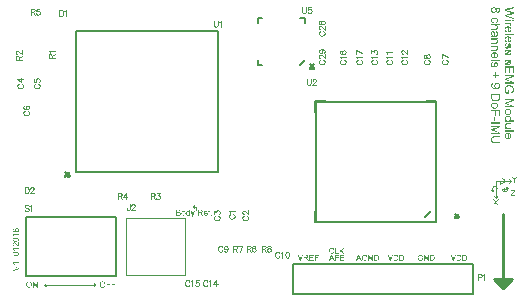
<source format=gto>
G04 Layer_Color=65535*
%FSLAX25Y25*%
%MOIN*%
G70*
G01*
G75*
%ADD22C,0.01000*%
%ADD23C,0.00600*%
%ADD37C,0.00300*%
%ADD38C,0.00200*%
%ADD39C,0.00591*%
%ADD40C,0.00394*%
%ADD41C,0.00500*%
%ADD42C,0.00787*%
%ADD43C,0.00197*%
G36*
X247500Y282059D02*
X245926D01*
X245929Y282056D01*
X245940Y282042D01*
X245958Y282024D01*
X245978Y281995D01*
X246004Y281963D01*
X246033Y281922D01*
X246065Y281876D01*
X246097Y281823D01*
Y281820D01*
X246100Y281818D01*
X246112Y281800D01*
X246127Y281771D01*
X246144Y281736D01*
X246164Y281695D01*
X246185Y281652D01*
X246205Y281608D01*
X246222Y281564D01*
X245984D01*
Y281567D01*
X245978Y281573D01*
X245975Y281585D01*
X245966Y281599D01*
X245958Y281617D01*
X245946Y281637D01*
X245917Y281687D01*
X245885Y281745D01*
X245844Y281803D01*
X245798Y281864D01*
X245748Y281925D01*
X245745Y281928D01*
X245742Y281931D01*
X245734Y281940D01*
X245725Y281951D01*
X245696Y281978D01*
X245661Y282013D01*
X245620Y282047D01*
X245574Y282085D01*
X245527Y282117D01*
X245478Y282146D01*
Y282306D01*
X247500D01*
Y282059D01*
D02*
G37*
G36*
X246598Y281122D02*
X246633D01*
X246671Y281119D01*
X246711Y281116D01*
X246804Y281107D01*
X246901Y281093D01*
X246994Y281076D01*
X247037Y281064D01*
X247081Y281049D01*
X247084D01*
X247090Y281046D01*
X247101Y281041D01*
X247116Y281035D01*
X247136Y281029D01*
X247157Y281017D01*
X247206Y280994D01*
X247258Y280965D01*
X247317Y280927D01*
X247369Y280883D01*
X247418Y280831D01*
Y280828D01*
X247424Y280825D01*
X247430Y280817D01*
X247436Y280805D01*
X247445Y280790D01*
X247456Y280776D01*
X247477Y280732D01*
X247497Y280680D01*
X247517Y280619D01*
X247529Y280546D01*
X247535Y280467D01*
Y280464D01*
Y280456D01*
Y280438D01*
X247532Y280418D01*
X247529Y280395D01*
X247523Y280365D01*
X247517Y280333D01*
X247509Y280298D01*
X247497Y280264D01*
X247485Y280226D01*
X247468Y280188D01*
X247448Y280150D01*
X247424Y280112D01*
X247395Y280074D01*
X247363Y280040D01*
X247328Y280008D01*
X247325Y280005D01*
X247317Y279999D01*
X247302Y279990D01*
X247279Y279976D01*
X247253Y279961D01*
X247218Y279946D01*
X247177Y279926D01*
X247130Y279909D01*
X247078Y279891D01*
X247017Y279874D01*
X246950Y279856D01*
X246874Y279842D01*
X246793Y279827D01*
X246706Y279818D01*
X246609Y279813D01*
X246508Y279810D01*
X246449D01*
X246417Y279813D01*
X246383D01*
X246345Y279815D01*
X246301Y279818D01*
X246211Y279827D01*
X246115Y279842D01*
X246019Y279859D01*
X245975Y279871D01*
X245932Y279882D01*
X245929D01*
X245923Y279885D01*
X245911Y279891D01*
X245897Y279897D01*
X245876Y279903D01*
X245856Y279914D01*
X245806Y279938D01*
X245754Y279967D01*
X245699Y280005D01*
X245643Y280048D01*
X245597Y280101D01*
Y280103D01*
X245591Y280106D01*
X245585Y280115D01*
X245579Y280127D01*
X245568Y280141D01*
X245559Y280159D01*
X245536Y280203D01*
X245515Y280255D01*
X245495Y280316D01*
X245483Y280389D01*
X245478Y280467D01*
Y280470D01*
Y280473D01*
Y280482D01*
Y280493D01*
X245480Y280525D01*
X245486Y280563D01*
X245495Y280607D01*
X245507Y280654D01*
X245521Y280703D01*
X245545Y280750D01*
Y280752D01*
X245547Y280755D01*
X245556Y280770D01*
X245571Y280793D01*
X245591Y280822D01*
X245620Y280854D01*
X245652Y280889D01*
X245690Y280921D01*
X245734Y280953D01*
X245739Y280956D01*
X245754Y280968D01*
X245780Y280979D01*
X245818Y281000D01*
X245862Y281017D01*
X245911Y281041D01*
X245969Y281061D01*
X246033Y281078D01*
X246036D01*
X246042Y281081D01*
X246051Y281084D01*
X246065Y281087D01*
X246083Y281090D01*
X246103Y281093D01*
X246129Y281099D01*
X246159Y281102D01*
X246191Y281107D01*
X246225Y281110D01*
X246266Y281113D01*
X246307Y281119D01*
X246354Y281122D01*
X246400D01*
X246452Y281125D01*
X246566D01*
X246598Y281122D01*
D02*
G37*
G36*
X405634Y350020D02*
X405673Y350016D01*
X405721Y350007D01*
X405769Y349994D01*
X405822Y349977D01*
X405870Y349955D01*
X405874Y349951D01*
X405892Y349942D01*
X405918Y349924D01*
X405948Y349902D01*
X405983Y349876D01*
X406018Y349841D01*
X406053Y349806D01*
X406084Y349763D01*
X406088Y349758D01*
X406097Y349741D01*
X406114Y349719D01*
X406132Y349684D01*
X406149Y349645D01*
X406171Y349597D01*
X406189Y349548D01*
X406206Y349492D01*
Y349487D01*
X406211Y349470D01*
X406219Y349444D01*
X406224Y349409D01*
X406232Y349365D01*
X406241Y349308D01*
X406254Y349242D01*
X406263Y349164D01*
Y349160D01*
X406267Y349142D01*
Y349120D01*
X406272Y349090D01*
X406276Y349055D01*
X406285Y349011D01*
X406289Y348963D01*
X406298Y348910D01*
X406320Y348805D01*
X406342Y348692D01*
X406368Y348591D01*
X406381Y348543D01*
X406394Y348500D01*
X406407D01*
X406433Y348495D01*
X406525D01*
X406569Y348500D01*
X406617Y348508D01*
X406669Y348521D01*
X406722Y348543D01*
X406770Y348569D01*
X406809Y348604D01*
X406813Y348609D01*
X406831Y348631D01*
X406848Y348666D01*
X406875Y348709D01*
X406897Y348771D01*
X406918Y348840D01*
X406931Y348928D01*
X406936Y349028D01*
Y349033D01*
Y349042D01*
Y349055D01*
Y349072D01*
X406931Y349116D01*
X406923Y349177D01*
X406914Y349238D01*
X406897Y349304D01*
X406875Y349365D01*
X406844Y349417D01*
X406840Y349422D01*
X406827Y349439D01*
X406805Y349461D01*
X406770Y349487D01*
X406726Y349514D01*
X406669Y349544D01*
X406599Y349570D01*
X406521Y349597D01*
X406569Y349959D01*
X406573D01*
X406578Y349955D01*
X406591D01*
X406608Y349951D01*
X406647Y349937D01*
X406704Y349920D01*
X406761Y349898D01*
X406822Y349872D01*
X406883Y349837D01*
X406940Y349798D01*
X406945Y349793D01*
X406962Y349776D01*
X406988Y349749D01*
X407023Y349714D01*
X407058Y349666D01*
X407093Y349610D01*
X407133Y349544D01*
X407163Y349470D01*
Y349465D01*
X407167Y349461D01*
X407172Y349448D01*
X407176Y349430D01*
X407189Y349387D01*
X407202Y349326D01*
X407216Y349256D01*
X407229Y349168D01*
X407237Y349077D01*
X407242Y348972D01*
Y348967D01*
Y348958D01*
Y348945D01*
Y348923D01*
X407237Y348875D01*
X407233Y348810D01*
X407224Y348736D01*
X407211Y348661D01*
X407194Y348587D01*
X407172Y348517D01*
X407167Y348508D01*
X407159Y348486D01*
X407146Y348456D01*
X407128Y348417D01*
X407102Y348373D01*
X407076Y348329D01*
X407041Y348290D01*
X407006Y348255D01*
X407001Y348251D01*
X406988Y348242D01*
X406966Y348229D01*
X406940Y348211D01*
X406901Y348189D01*
X406862Y348172D01*
X406813Y348154D01*
X406757Y348141D01*
X406752D01*
X406739Y348137D01*
X406713Y348132D01*
X406678Y348128D01*
X406630D01*
X406573Y348124D01*
X406499Y348119D01*
X405747D01*
X405642Y348115D01*
X405533D01*
X405424Y348111D01*
X405376Y348106D01*
X405332D01*
X405293Y348102D01*
X405262Y348098D01*
X405258D01*
X405240Y348093D01*
X405214Y348089D01*
X405179Y348076D01*
X405140Y348067D01*
X405096Y348049D01*
X405048Y348028D01*
X405000Y348006D01*
Y348395D01*
X405004Y348399D01*
X405022Y348404D01*
X405044Y348412D01*
X405079Y348425D01*
X405118Y348438D01*
X405166Y348447D01*
X405219Y348456D01*
X405275Y348465D01*
Y348469D01*
X405267Y348473D01*
X405245Y348500D01*
X405214Y348539D01*
X405175Y348591D01*
X405135Y348657D01*
X405092Y348723D01*
X405052Y348792D01*
X405022Y348867D01*
X405018Y348875D01*
X405013Y348902D01*
X405000Y348941D01*
X404987Y348989D01*
X404974Y349050D01*
X404965Y349120D01*
X404956Y349199D01*
X404952Y349277D01*
Y349282D01*
Y349295D01*
Y349312D01*
X404956Y349339D01*
Y349369D01*
X404961Y349404D01*
X404974Y349483D01*
X404996Y349570D01*
X405026Y349666D01*
X405070Y349754D01*
X405127Y349833D01*
X405135Y349841D01*
X405157Y349863D01*
X405197Y349894D01*
X405249Y349929D01*
X405315Y349964D01*
X405389Y349994D01*
X405481Y350016D01*
X405524Y350020D01*
X405577Y350025D01*
X405603D01*
X405634Y350020D01*
D02*
G37*
G36*
X246970Y284262D02*
X246991Y284259D01*
X247017Y284256D01*
X247046Y284250D01*
X247078Y284242D01*
X247145Y284221D01*
X247183Y284207D01*
X247218Y284186D01*
X247256Y284166D01*
X247290Y284143D01*
X247325Y284114D01*
X247360Y284082D01*
X247363Y284079D01*
X247369Y284073D01*
X247378Y284064D01*
X247387Y284050D01*
X247401Y284029D01*
X247416Y284009D01*
X247430Y283982D01*
X247448Y283953D01*
X247465Y283921D01*
X247480Y283884D01*
X247494Y283843D01*
X247509Y283802D01*
X247517Y283756D01*
X247526Y283706D01*
X247532Y283657D01*
X247535Y283601D01*
Y283598D01*
Y283587D01*
Y283572D01*
X247532Y283552D01*
X247529Y283526D01*
X247526Y283497D01*
X247520Y283465D01*
X247512Y283430D01*
X247491Y283351D01*
X247477Y283310D01*
X247462Y283273D01*
X247442Y283232D01*
X247418Y283191D01*
X247392Y283153D01*
X247360Y283118D01*
X247357Y283115D01*
X247352Y283109D01*
X247343Y283101D01*
X247328Y283089D01*
X247311Y283078D01*
X247290Y283060D01*
X247267Y283046D01*
X247238Y283028D01*
X247209Y283011D01*
X247174Y282996D01*
X247101Y282967D01*
X247058Y282955D01*
X247014Y282947D01*
X246968Y282941D01*
X246921Y282938D01*
X246901D01*
X246889Y282941D01*
X246871D01*
X246851Y282944D01*
X246804Y282949D01*
X246752Y282961D01*
X246700Y282979D01*
X246644Y283005D01*
X246592Y283037D01*
X246589D01*
X246586Y283043D01*
X246572Y283054D01*
X246548Y283078D01*
X246519Y283109D01*
X246490Y283150D01*
X246458Y283200D01*
X246432Y283255D01*
X246412Y283322D01*
Y283319D01*
X246409Y283316D01*
X246406Y283307D01*
X246400Y283296D01*
X246388Y283270D01*
X246371Y283235D01*
X246348Y283197D01*
X246319Y283159D01*
X246287Y283124D01*
X246252Y283092D01*
X246246Y283089D01*
X246234Y283081D01*
X246211Y283069D01*
X246182Y283057D01*
X246144Y283043D01*
X246100Y283031D01*
X246051Y283022D01*
X245998Y283019D01*
X245978D01*
X245961Y283022D01*
X245943Y283025D01*
X245920Y283028D01*
X245870Y283040D01*
X245812Y283057D01*
X245751Y283086D01*
X245719Y283104D01*
X245687Y283124D01*
X245658Y283150D01*
X245629Y283176D01*
X245626Y283179D01*
X245623Y283185D01*
X245614Y283194D01*
X245606Y283206D01*
X245594Y283220D01*
X245582Y283241D01*
X245568Y283264D01*
X245553Y283287D01*
X245539Y283316D01*
X245524Y283348D01*
X245513Y283383D01*
X245501Y283421D01*
X245483Y283502D01*
X245480Y283549D01*
X245478Y283595D01*
Y283598D01*
Y283607D01*
Y283622D01*
X245480Y283639D01*
X245483Y283662D01*
X245486Y283689D01*
X245489Y283718D01*
X245498Y283747D01*
X245515Y283817D01*
X245542Y283887D01*
X245559Y283921D01*
X245579Y283956D01*
X245606Y283988D01*
X245632Y284020D01*
X245635Y284023D01*
X245638Y284026D01*
X245646Y284035D01*
X245658Y284047D01*
X245675Y284058D01*
X245693Y284073D01*
X245737Y284102D01*
X245792Y284131D01*
X245856Y284157D01*
X245929Y284177D01*
X245966Y284180D01*
X246007Y284183D01*
X246030D01*
X246057Y284180D01*
X246089Y284175D01*
X246129Y284166D01*
X246170Y284151D01*
X246211Y284134D01*
X246252Y284108D01*
X246257Y284105D01*
X246269Y284093D01*
X246287Y284076D01*
X246310Y284052D01*
X246336Y284020D01*
X246362Y283982D01*
X246388Y283939D01*
X246412Y283887D01*
Y283889D01*
X246415Y283895D01*
X246417Y283904D01*
X246423Y283916D01*
X246438Y283950D01*
X246458Y283991D01*
X246487Y284035D01*
X246519Y284082D01*
X246560Y284125D01*
X246607Y284166D01*
X246609D01*
X246612Y284169D01*
X246630Y284180D01*
X246659Y284198D01*
X246697Y284215D01*
X246743Y284233D01*
X246799Y284250D01*
X246860Y284262D01*
X246927Y284265D01*
X246953D01*
X246970Y284262D01*
D02*
G37*
G36*
X407194Y347215D02*
X406879D01*
X406883Y347211D01*
X406897Y347202D01*
X406914Y347189D01*
X406936Y347171D01*
X406962Y347145D01*
X406993Y347114D01*
X407028Y347079D01*
X407063Y347036D01*
X407093Y346992D01*
X407128Y346939D01*
X407159Y346883D01*
X407185Y346821D01*
X407207Y346752D01*
X407224Y346682D01*
X407237Y346603D01*
X407242Y346520D01*
Y346516D01*
Y346511D01*
Y346485D01*
X407237Y346450D01*
X407233Y346402D01*
X407224Y346345D01*
X407211Y346284D01*
X407194Y346218D01*
X407167Y346157D01*
X407163Y346149D01*
X407154Y346131D01*
X407141Y346100D01*
X407120Y346065D01*
X407093Y346022D01*
X407058Y345983D01*
X407023Y345943D01*
X406980Y345908D01*
X406975Y345904D01*
X406958Y345895D01*
X406936Y345882D01*
X406905Y345860D01*
X406862Y345843D01*
X406818Y345825D01*
X406766Y345803D01*
X406709Y345790D01*
X406704D01*
X406687Y345786D01*
X406661Y345781D01*
X406626Y345777D01*
X406573D01*
X406512Y345773D01*
X406438Y345768D01*
X405000D01*
Y346140D01*
X406407D01*
X406455Y346144D01*
X406512Y346149D01*
X406569Y346157D01*
X406621Y346170D01*
X406669Y346183D01*
X406674D01*
X406687Y346192D01*
X406709Y346205D01*
X406735Y346218D01*
X406761Y346240D01*
X406792Y346267D01*
X406822Y346302D01*
X406848Y346341D01*
X406853Y346345D01*
X406862Y346358D01*
X406870Y346385D01*
X406883Y346415D01*
X406897Y346450D01*
X406910Y346494D01*
X406914Y346546D01*
X406918Y346599D01*
Y346603D01*
Y346607D01*
Y346620D01*
X406914Y346638D01*
X406910Y346682D01*
X406901Y346739D01*
X406879Y346800D01*
X406853Y346870D01*
X406818Y346939D01*
X406766Y347005D01*
X406757Y347014D01*
X406735Y347031D01*
X406717Y347044D01*
X406696Y347058D01*
X406669Y347075D01*
X406639Y347088D01*
X406604Y347106D01*
X406560Y347123D01*
X406512Y347136D01*
X406460Y347149D01*
X406403Y347158D01*
X406342Y347167D01*
X406267Y347176D01*
X405000D01*
Y347547D01*
X407194D01*
Y347215D01*
D02*
G37*
G36*
X247500Y278209D02*
X247468D01*
X247445Y278212D01*
X247418Y278215D01*
X247389Y278221D01*
X247360Y278227D01*
X247328Y278238D01*
X247325D01*
X247323Y278241D01*
X247305Y278247D01*
X247279Y278259D01*
X247244Y278276D01*
X247203Y278299D01*
X247157Y278328D01*
X247110Y278360D01*
X247061Y278401D01*
X247058D01*
X247055Y278407D01*
X247037Y278421D01*
X247011Y278448D01*
X246973Y278486D01*
X246930Y278529D01*
X246877Y278585D01*
X246819Y278651D01*
X246758Y278724D01*
X246755Y278727D01*
X246746Y278739D01*
X246732Y278756D01*
X246714Y278777D01*
X246691Y278803D01*
X246665Y278835D01*
X246636Y278867D01*
X246604Y278905D01*
X246534Y278977D01*
X246464Y279050D01*
X246429Y279085D01*
X246394Y279117D01*
X246362Y279146D01*
X246330Y279169D01*
X246327D01*
X246324Y279175D01*
X246316Y279181D01*
X246304Y279187D01*
X246272Y279207D01*
X246234Y279230D01*
X246188Y279251D01*
X246138Y279271D01*
X246083Y279283D01*
X246030Y279289D01*
X246025D01*
X246007Y279286D01*
X245978Y279283D01*
X245946Y279274D01*
X245905Y279262D01*
X245865Y279242D01*
X245824Y279216D01*
X245783Y279181D01*
X245777Y279175D01*
X245766Y279161D01*
X245751Y279140D01*
X245731Y279108D01*
X245713Y279068D01*
X245696Y279021D01*
X245684Y278966D01*
X245681Y278905D01*
Y278902D01*
Y278896D01*
Y278887D01*
X245684Y278875D01*
X245687Y278841D01*
X245696Y278800D01*
X245707Y278756D01*
X245728Y278707D01*
X245754Y278660D01*
X245789Y278616D01*
X245795Y278611D01*
X245809Y278599D01*
X245833Y278582D01*
X245867Y278564D01*
X245908Y278544D01*
X245961Y278526D01*
X246019Y278515D01*
X246086Y278509D01*
X246059Y278256D01*
X246057D01*
X246048Y278259D01*
X246033D01*
X246013Y278261D01*
X245990Y278267D01*
X245964Y278273D01*
X245932Y278282D01*
X245900Y278291D01*
X245830Y278314D01*
X245760Y278349D01*
X245725Y278369D01*
X245690Y278395D01*
X245658Y278421D01*
X245629Y278451D01*
X245626Y278453D01*
X245623Y278459D01*
X245614Y278468D01*
X245606Y278483D01*
X245594Y278500D01*
X245582Y278520D01*
X245568Y278544D01*
X245553Y278573D01*
X245539Y278605D01*
X245524Y278640D01*
X245513Y278678D01*
X245501Y278718D01*
X245492Y278762D01*
X245483Y278809D01*
X245480Y278858D01*
X245478Y278910D01*
Y278913D01*
Y278922D01*
Y278940D01*
X245480Y278960D01*
X245483Y278983D01*
X245486Y279012D01*
X245492Y279044D01*
X245498Y279076D01*
X245518Y279152D01*
X245547Y279228D01*
X245565Y279265D01*
X245585Y279303D01*
X245611Y279338D01*
X245640Y279370D01*
X245643Y279373D01*
X245646Y279379D01*
X245658Y279385D01*
X245670Y279396D01*
X245684Y279411D01*
X245705Y279426D01*
X245725Y279440D01*
X245751Y279457D01*
X245806Y279487D01*
X245876Y279516D01*
X245911Y279527D01*
X245952Y279533D01*
X245993Y279539D01*
X246036Y279542D01*
X246057D01*
X246080Y279539D01*
X246112Y279536D01*
X246147Y279530D01*
X246188Y279519D01*
X246231Y279507D01*
X246275Y279489D01*
X246281Y279487D01*
X246295Y279481D01*
X246319Y279469D01*
X246351Y279452D01*
X246386Y279428D01*
X246429Y279399D01*
X246473Y279364D01*
X246522Y279324D01*
X246528Y279318D01*
X246546Y279303D01*
X246560Y279289D01*
X246575Y279274D01*
X246592Y279257D01*
X246615Y279233D01*
X246639Y279210D01*
X246665Y279181D01*
X246694Y279152D01*
X246726Y279117D01*
X246758Y279079D01*
X246796Y279039D01*
X246834Y278992D01*
X246874Y278945D01*
X246877Y278942D01*
X246883Y278937D01*
X246892Y278925D01*
X246903Y278910D01*
X246921Y278893D01*
X246938Y278873D01*
X246976Y278826D01*
X247020Y278777D01*
X247063Y278730D01*
X247101Y278689D01*
X247116Y278672D01*
X247130Y278657D01*
X247133Y278654D01*
X247142Y278646D01*
X247154Y278634D01*
X247171Y278619D01*
X247192Y278605D01*
X247212Y278587D01*
X247261Y278553D01*
Y279545D01*
X247500D01*
Y278209D01*
D02*
G37*
G36*
X248059Y273387D02*
X247881D01*
Y275026D01*
X248059D01*
Y273387D01*
D02*
G37*
G36*
X247500Y272666D02*
X245926D01*
X245929Y272663D01*
X245940Y272648D01*
X245958Y272631D01*
X245978Y272602D01*
X246004Y272569D01*
X246033Y272529D01*
X246065Y272482D01*
X246097Y272430D01*
Y272427D01*
X246100Y272424D01*
X246112Y272407D01*
X246127Y272377D01*
X246144Y272342D01*
X246164Y272302D01*
X246185Y272258D01*
X246205Y272215D01*
X246222Y272171D01*
X245984D01*
Y272174D01*
X245978Y272180D01*
X245975Y272191D01*
X245966Y272206D01*
X245958Y272223D01*
X245946Y272244D01*
X245917Y272293D01*
X245885Y272351D01*
X245844Y272410D01*
X245798Y272471D01*
X245748Y272532D01*
X245745Y272535D01*
X245742Y272537D01*
X245734Y272546D01*
X245725Y272558D01*
X245696Y272584D01*
X245661Y272619D01*
X245620Y272654D01*
X245574Y272692D01*
X245527Y272724D01*
X245478Y272753D01*
Y272913D01*
X247500D01*
Y272666D01*
D02*
G37*
G36*
X246598Y276425D02*
X246633D01*
X246671Y276422D01*
X246711Y276419D01*
X246804Y276411D01*
X246901Y276396D01*
X246994Y276379D01*
X247037Y276367D01*
X247081Y276353D01*
X247084D01*
X247090Y276350D01*
X247101Y276344D01*
X247116Y276338D01*
X247136Y276332D01*
X247157Y276321D01*
X247206Y276297D01*
X247258Y276268D01*
X247317Y276230D01*
X247369Y276187D01*
X247418Y276134D01*
Y276131D01*
X247424Y276129D01*
X247430Y276120D01*
X247436Y276108D01*
X247445Y276094D01*
X247456Y276079D01*
X247477Y276035D01*
X247497Y275983D01*
X247517Y275922D01*
X247529Y275849D01*
X247535Y275770D01*
Y275768D01*
Y275759D01*
Y275741D01*
X247532Y275721D01*
X247529Y275698D01*
X247523Y275669D01*
X247517Y275637D01*
X247509Y275602D01*
X247497Y275567D01*
X247485Y275529D01*
X247468Y275491D01*
X247448Y275453D01*
X247424Y275415D01*
X247395Y275378D01*
X247363Y275343D01*
X247328Y275311D01*
X247325Y275308D01*
X247317Y275302D01*
X247302Y275293D01*
X247279Y275279D01*
X247253Y275264D01*
X247218Y275250D01*
X247177Y275229D01*
X247130Y275212D01*
X247078Y275194D01*
X247017Y275177D01*
X246950Y275159D01*
X246874Y275145D01*
X246793Y275130D01*
X246706Y275122D01*
X246609Y275116D01*
X246508Y275113D01*
X246449D01*
X246417Y275116D01*
X246383D01*
X246345Y275119D01*
X246301Y275122D01*
X246211Y275130D01*
X246115Y275145D01*
X246019Y275162D01*
X245975Y275174D01*
X245932Y275186D01*
X245929D01*
X245923Y275188D01*
X245911Y275194D01*
X245897Y275200D01*
X245876Y275206D01*
X245856Y275218D01*
X245806Y275241D01*
X245754Y275270D01*
X245699Y275308D01*
X245643Y275352D01*
X245597Y275404D01*
Y275407D01*
X245591Y275410D01*
X245585Y275418D01*
X245579Y275430D01*
X245568Y275445D01*
X245559Y275462D01*
X245536Y275506D01*
X245515Y275558D01*
X245495Y275619D01*
X245483Y275692D01*
X245478Y275770D01*
Y275773D01*
Y275776D01*
Y275785D01*
Y275797D01*
X245480Y275829D01*
X245486Y275867D01*
X245495Y275910D01*
X245507Y275957D01*
X245521Y276006D01*
X245545Y276053D01*
Y276056D01*
X245547Y276059D01*
X245556Y276073D01*
X245571Y276097D01*
X245591Y276126D01*
X245620Y276158D01*
X245652Y276192D01*
X245690Y276224D01*
X245734Y276256D01*
X245739Y276259D01*
X245754Y276271D01*
X245780Y276283D01*
X245818Y276303D01*
X245862Y276321D01*
X245911Y276344D01*
X245969Y276364D01*
X246033Y276382D01*
X246036D01*
X246042Y276384D01*
X246051Y276387D01*
X246065Y276390D01*
X246083Y276393D01*
X246103Y276396D01*
X246129Y276402D01*
X246159Y276405D01*
X246191Y276411D01*
X246225Y276414D01*
X246266Y276417D01*
X246307Y276422D01*
X246354Y276425D01*
X246400D01*
X246452Y276428D01*
X246566D01*
X246598Y276425D01*
D02*
G37*
G36*
X247500Y277362D02*
X245926D01*
X245929Y277359D01*
X245940Y277345D01*
X245958Y277327D01*
X245978Y277298D01*
X246004Y277266D01*
X246033Y277225D01*
X246065Y277179D01*
X246097Y277127D01*
Y277124D01*
X246100Y277121D01*
X246112Y277103D01*
X246127Y277074D01*
X246144Y277039D01*
X246164Y276998D01*
X246185Y276955D01*
X246205Y276911D01*
X246222Y276868D01*
X245984D01*
Y276870D01*
X245978Y276876D01*
X245975Y276888D01*
X245966Y276903D01*
X245958Y276920D01*
X245946Y276940D01*
X245917Y276990D01*
X245885Y277048D01*
X245844Y277106D01*
X245798Y277167D01*
X245748Y277228D01*
X245745Y277231D01*
X245742Y277234D01*
X245734Y277243D01*
X245725Y277255D01*
X245696Y277281D01*
X245661Y277316D01*
X245620Y277351D01*
X245574Y277389D01*
X245527Y277420D01*
X245478Y277450D01*
Y277610D01*
X247500D01*
Y277362D01*
D02*
G37*
G36*
X408024Y351878D02*
X406940D01*
X406945Y351873D01*
X406953Y351865D01*
X406966Y351851D01*
X406988Y351830D01*
X407010Y351808D01*
X407036Y351777D01*
X407063Y351738D01*
X407093Y351698D01*
X407120Y351655D01*
X407146Y351607D01*
X407194Y351493D01*
X407216Y351432D01*
X407229Y351366D01*
X407237Y351296D01*
X407242Y351226D01*
Y351222D01*
Y351218D01*
Y351205D01*
Y351187D01*
X407237Y351139D01*
X407229Y351082D01*
X407220Y351017D01*
X407202Y350947D01*
X407176Y350877D01*
X407146Y350807D01*
X407141Y350798D01*
X407128Y350776D01*
X407106Y350746D01*
X407076Y350707D01*
X407036Y350667D01*
X406993Y350623D01*
X406940Y350584D01*
X406879Y350549D01*
X406870Y350545D01*
X406848Y350536D01*
X406809Y350523D01*
X406752Y350510D01*
X406682Y350497D01*
X406599Y350484D01*
X406499Y350475D01*
X406385Y350470D01*
X405000D01*
Y350842D01*
X406433D01*
X406481Y350846D01*
X406543Y350855D01*
X406608Y350872D01*
X406674Y350894D01*
X406739Y350925D01*
X406792Y350964D01*
X406796Y350969D01*
X406813Y350986D01*
X406835Y351012D01*
X406857Y351052D01*
X406883Y351100D01*
X406901Y351157D01*
X406918Y351226D01*
X406923Y351305D01*
Y351314D01*
Y351331D01*
X406918Y351362D01*
X406914Y351406D01*
X406901Y351449D01*
X406888Y351502D01*
X406866Y351554D01*
X406835Y351611D01*
X406831Y351615D01*
X406818Y351633D01*
X406800Y351659D01*
X406774Y351690D01*
X406739Y351725D01*
X406700Y351760D01*
X406652Y351790D01*
X406599Y351816D01*
X406591Y351821D01*
X406573Y351825D01*
X406538Y351834D01*
X406495Y351847D01*
X406438Y351860D01*
X406368Y351869D01*
X406289Y351873D01*
X406197Y351878D01*
X405000D01*
Y352249D01*
X408024D01*
Y351878D01*
D02*
G37*
G36*
X381511Y275447D02*
X381533D01*
X381586Y275442D01*
X381644Y275433D01*
X381705Y275420D01*
X381771Y275403D01*
X381835Y275381D01*
X381838D01*
X381843Y275378D01*
X381852Y275375D01*
X381863Y275370D01*
X381893Y275353D01*
X381932Y275334D01*
X381974Y275306D01*
X382018Y275273D01*
X382060Y275237D01*
X382098Y275192D01*
X382104Y275187D01*
X382115Y275170D01*
X382132Y275145D01*
X382154Y275109D01*
X382176Y275065D01*
X382201Y275010D01*
X382226Y274949D01*
X382245Y274880D01*
X382015Y274818D01*
Y274821D01*
X382012Y274824D01*
X382010Y274832D01*
X382007Y274843D01*
X381999Y274868D01*
X381988Y274902D01*
X381971Y274940D01*
X381951Y274976D01*
X381932Y275015D01*
X381907Y275048D01*
X381904Y275051D01*
X381896Y275062D01*
X381879Y275076D01*
X381860Y275096D01*
X381835Y275118D01*
X381802Y275140D01*
X381766Y275162D01*
X381724Y275181D01*
X381719Y275184D01*
X381705Y275190D01*
X381680Y275198D01*
X381647Y275209D01*
X381608Y275217D01*
X381564Y275226D01*
X381514Y275231D01*
X381461Y275234D01*
X381431D01*
X381417Y275231D01*
X381400D01*
X381359Y275229D01*
X381312Y275220D01*
X381259Y275212D01*
X381209Y275198D01*
X381159Y275179D01*
X381154Y275176D01*
X381137Y275170D01*
X381115Y275156D01*
X381087Y275143D01*
X381054Y275120D01*
X381018Y275098D01*
X380985Y275071D01*
X380954Y275040D01*
X380951Y275037D01*
X380940Y275026D01*
X380927Y275007D01*
X380910Y274985D01*
X380891Y274957D01*
X380871Y274924D01*
X380852Y274888D01*
X380832Y274849D01*
Y274846D01*
X380830Y274841D01*
X380827Y274832D01*
X380821Y274818D01*
X380816Y274802D01*
X380810Y274782D01*
X380802Y274760D01*
X380796Y274735D01*
X380783Y274677D01*
X380771Y274611D01*
X380763Y274541D01*
X380760Y274464D01*
Y274461D01*
Y274453D01*
Y274439D01*
X380763Y274422D01*
Y274400D01*
X380766Y274373D01*
X380769Y274345D01*
X380771Y274314D01*
X380783Y274245D01*
X380796Y274173D01*
X380819Y274101D01*
X380846Y274032D01*
Y274029D01*
X380852Y274024D01*
X380855Y274015D01*
X380863Y274004D01*
X380882Y273974D01*
X380913Y273935D01*
X380949Y273893D01*
X380993Y273852D01*
X381046Y273813D01*
X381104Y273777D01*
X381107D01*
X381112Y273774D01*
X381120Y273769D01*
X381134Y273763D01*
X381148Y273758D01*
X381168Y273752D01*
X381212Y273735D01*
X381267Y273722D01*
X381328Y273708D01*
X381395Y273697D01*
X381464Y273694D01*
X381492D01*
X381508Y273697D01*
X381525D01*
X381566Y273702D01*
X381616Y273708D01*
X381669Y273719D01*
X381727Y273735D01*
X381785Y273755D01*
X381788D01*
X381794Y273758D01*
X381799Y273760D01*
X381810Y273766D01*
X381841Y273780D01*
X381874Y273796D01*
X381913Y273816D01*
X381954Y273838D01*
X381993Y273863D01*
X382026Y273891D01*
Y274251D01*
X381461D01*
Y274478D01*
X382276D01*
Y273766D01*
X382273Y273763D01*
X382267Y273760D01*
X382256Y273752D01*
X382242Y273741D01*
X382226Y273730D01*
X382206Y273716D01*
X382181Y273699D01*
X382156Y273683D01*
X382098Y273647D01*
X382032Y273608D01*
X381963Y273572D01*
X381888Y273542D01*
X381885D01*
X381879Y273539D01*
X381868Y273536D01*
X381855Y273531D01*
X381835Y273525D01*
X381813Y273517D01*
X381788Y273511D01*
X381763Y273505D01*
X381702Y273492D01*
X381633Y273478D01*
X381558Y273469D01*
X381481Y273467D01*
X381453D01*
X381434Y273469D01*
X381409D01*
X381378Y273472D01*
X381345Y273478D01*
X381309Y273481D01*
X381228Y273497D01*
X381143Y273517D01*
X381054Y273547D01*
X381010Y273564D01*
X380965Y273586D01*
X380963Y273589D01*
X380954Y273591D01*
X380943Y273600D01*
X380927Y273608D01*
X380907Y273622D01*
X380888Y273636D01*
X380835Y273675D01*
X380780Y273724D01*
X380722Y273785D01*
X380666Y273855D01*
X380616Y273935D01*
Y273938D01*
X380611Y273946D01*
X380605Y273957D01*
X380597Y273976D01*
X380589Y273996D01*
X380580Y274024D01*
X380569Y274051D01*
X380558Y274084D01*
X380547Y274120D01*
X380536Y274162D01*
X380528Y274204D01*
X380519Y274248D01*
X380505Y274345D01*
X380500Y274447D01*
Y274450D01*
Y274461D01*
Y274475D01*
X380503Y274494D01*
Y274519D01*
X380505Y274550D01*
X380511Y274580D01*
X380514Y274616D01*
X380522Y274655D01*
X380528Y274697D01*
X380550Y274785D01*
X380578Y274877D01*
X380616Y274968D01*
X380619Y274971D01*
X380622Y274979D01*
X380627Y274990D01*
X380639Y275007D01*
X380650Y275029D01*
X380663Y275051D01*
X380702Y275104D01*
X380749Y275165D01*
X380807Y275223D01*
X380874Y275281D01*
X380913Y275306D01*
X380951Y275331D01*
X380954Y275334D01*
X380963Y275337D01*
X380974Y275342D01*
X380990Y275350D01*
X381012Y275359D01*
X381037Y275370D01*
X381065Y275381D01*
X381098Y275392D01*
X381134Y275403D01*
X381173Y275411D01*
X381215Y275422D01*
X381259Y275431D01*
X381356Y275445D01*
X381406Y275450D01*
X381494D01*
X381511Y275447D01*
D02*
G37*
G36*
X384156Y273500D02*
X383893D01*
X382891Y275004D01*
Y273500D01*
X382647D01*
Y275417D01*
X382907D01*
X383913Y273910D01*
Y275417D01*
X384156D01*
Y273500D01*
D02*
G37*
G36*
X373270Y275414D02*
X373325Y275411D01*
X373381Y275406D01*
X373436Y275397D01*
X373483Y275389D01*
X373486D01*
X373492Y275386D01*
X373500D01*
X373511Y275381D01*
X373541Y275373D01*
X373580Y275359D01*
X373625Y275339D01*
X373672Y275314D01*
X373719Y275287D01*
X373763Y275251D01*
X373766Y275248D01*
X373769Y275245D01*
X373777Y275237D01*
X373788Y275229D01*
X373816Y275201D01*
X373849Y275162D01*
X373885Y275115D01*
X373924Y275060D01*
X373960Y274996D01*
X373990Y274924D01*
Y274921D01*
X373993Y274916D01*
X373998Y274904D01*
X374001Y274888D01*
X374010Y274868D01*
X374015Y274846D01*
X374021Y274821D01*
X374029Y274791D01*
X374037Y274760D01*
X374043Y274724D01*
X374057Y274647D01*
X374065Y274561D01*
X374068Y274467D01*
Y274464D01*
Y274458D01*
Y274445D01*
Y274431D01*
X374065Y274411D01*
Y274389D01*
X374062Y274337D01*
X374054Y274276D01*
X374046Y274212D01*
X374032Y274145D01*
X374015Y274079D01*
Y274076D01*
X374012Y274071D01*
X374010Y274062D01*
X374007Y274051D01*
X373996Y274021D01*
X373979Y273982D01*
X373962Y273938D01*
X373940Y273893D01*
X373913Y273846D01*
X373885Y273802D01*
X373882Y273796D01*
X373871Y273782D01*
X373854Y273763D01*
X373832Y273738D01*
X373807Y273710D01*
X373777Y273683D01*
X373746Y273652D01*
X373710Y273627D01*
X373705Y273625D01*
X373694Y273616D01*
X373674Y273605D01*
X373647Y273591D01*
X373614Y273575D01*
X373575Y273561D01*
X373530Y273544D01*
X373481Y273531D01*
X373475D01*
X373467Y273528D01*
X373458Y273525D01*
X373431Y273522D01*
X373392Y273517D01*
X373348Y273511D01*
X373295Y273505D01*
X373237Y273503D01*
X373173Y273500D01*
X372483D01*
Y275417D01*
X373220D01*
X373270Y275414D01*
D02*
G37*
G36*
X371505Y273500D02*
X371240D01*
X370497Y275417D01*
X370774D01*
X371273Y274024D01*
Y274021D01*
X371276Y274015D01*
X371278Y274007D01*
X371284Y273996D01*
X371287Y273979D01*
X371292Y273963D01*
X371306Y273921D01*
X371323Y273874D01*
X371339Y273821D01*
X371373Y273710D01*
Y273713D01*
X371375Y273719D01*
X371378Y273727D01*
X371381Y273738D01*
X371389Y273769D01*
X371403Y273810D01*
X371417Y273857D01*
X371433Y273910D01*
X371453Y273965D01*
X371475Y274024D01*
X371996Y275417D01*
X372253D01*
X371505Y273500D01*
D02*
G37*
G36*
X375203Y275414D02*
X375259Y275411D01*
X375314Y275406D01*
X375370Y275397D01*
X375417Y275389D01*
X375419D01*
X375425Y275386D01*
X375433D01*
X375445Y275381D01*
X375475Y275373D01*
X375514Y275359D01*
X375558Y275339D01*
X375605Y275314D01*
X375652Y275287D01*
X375696Y275251D01*
X375699Y275248D01*
X375702Y275245D01*
X375710Y275237D01*
X375722Y275229D01*
X375749Y275201D01*
X375782Y275162D01*
X375818Y275115D01*
X375857Y275060D01*
X375893Y274996D01*
X375924Y274924D01*
Y274921D01*
X375926Y274916D01*
X375932Y274904D01*
X375935Y274888D01*
X375943Y274868D01*
X375949Y274846D01*
X375954Y274821D01*
X375962Y274791D01*
X375971Y274760D01*
X375976Y274724D01*
X375990Y274647D01*
X375998Y274561D01*
X376001Y274467D01*
Y274464D01*
Y274458D01*
Y274445D01*
Y274431D01*
X375998Y274411D01*
Y274389D01*
X375996Y274337D01*
X375987Y274276D01*
X375979Y274212D01*
X375965Y274145D01*
X375949Y274079D01*
Y274076D01*
X375946Y274071D01*
X375943Y274062D01*
X375940Y274051D01*
X375929Y274021D01*
X375913Y273982D01*
X375896Y273938D01*
X375874Y273893D01*
X375846Y273846D01*
X375818Y273802D01*
X375816Y273796D01*
X375805Y273782D01*
X375788Y273763D01*
X375766Y273738D01*
X375741Y273710D01*
X375710Y273683D01*
X375680Y273652D01*
X375644Y273627D01*
X375638Y273625D01*
X375627Y273616D01*
X375608Y273605D01*
X375580Y273591D01*
X375547Y273575D01*
X375508Y273561D01*
X375464Y273544D01*
X375414Y273531D01*
X375408D01*
X375400Y273528D01*
X375392Y273525D01*
X375364Y273522D01*
X375325Y273517D01*
X375281Y273511D01*
X375228Y273505D01*
X375170Y273503D01*
X375107Y273500D01*
X374417D01*
Y275417D01*
X375154D01*
X375203Y275414D01*
D02*
G37*
G36*
X406167Y342967D02*
X406215Y342963D01*
X406267Y342958D01*
X406328Y342950D01*
X406390Y342937D01*
X406530Y342902D01*
X406599Y342880D01*
X406674Y342854D01*
X406744Y342819D01*
X406809Y342779D01*
X406875Y342736D01*
X406936Y342688D01*
X406940Y342683D01*
X406949Y342674D01*
X406962Y342657D01*
X406984Y342635D01*
X407006Y342609D01*
X407032Y342574D01*
X407063Y342535D01*
X407089Y342487D01*
X407120Y342438D01*
X407146Y342382D01*
X407172Y342320D01*
X407194Y342255D01*
X407216Y342185D01*
X407229Y342111D01*
X407237Y342032D01*
X407242Y341949D01*
Y341945D01*
Y341932D01*
Y341905D01*
X407237Y341875D01*
X407233Y341840D01*
X407224Y341796D01*
X407216Y341748D01*
X407202Y341691D01*
X407189Y341639D01*
X407167Y341578D01*
X407146Y341521D01*
X407115Y341459D01*
X407080Y341398D01*
X407041Y341337D01*
X406993Y341280D01*
X406940Y341228D01*
X406936Y341224D01*
X406927Y341215D01*
X406910Y341202D01*
X406883Y341184D01*
X406853Y341162D01*
X406818Y341141D01*
X406774Y341114D01*
X406722Y341088D01*
X406665Y341062D01*
X406604Y341036D01*
X406534Y341014D01*
X406460Y340992D01*
X406377Y340974D01*
X406289Y340961D01*
X406197Y340953D01*
X406097Y340948D01*
X406044D01*
X406001Y340953D01*
Y342591D01*
X405983D01*
X405966Y342587D01*
X405940D01*
X405909Y342583D01*
X405874Y342574D01*
X405795Y342561D01*
X405708Y342535D01*
X405612Y342500D01*
X405524Y342452D01*
X405446Y342390D01*
Y342386D01*
X405437Y342382D01*
X405415Y342355D01*
X405385Y342316D01*
X405354Y342264D01*
X405319Y342194D01*
X405288Y342115D01*
X405267Y342028D01*
X405262Y341980D01*
X405258Y341927D01*
Y341923D01*
Y341918D01*
Y341892D01*
X405262Y341853D01*
X405271Y341805D01*
X405284Y341752D01*
X405302Y341691D01*
X405328Y341634D01*
X405363Y341578D01*
X405367Y341573D01*
X405385Y341551D01*
X405411Y341525D01*
X405446Y341494D01*
X405494Y341459D01*
X405555Y341420D01*
X405625Y341381D01*
X405708Y341346D01*
X405660Y340961D01*
X405655D01*
X405647Y340966D01*
X405629Y340970D01*
X405603Y340979D01*
X405577Y340992D01*
X405542Y341005D01*
X405468Y341040D01*
X405385Y341084D01*
X405297Y341145D01*
X405214Y341215D01*
X405135Y341302D01*
Y341307D01*
X405127Y341315D01*
X405118Y341329D01*
X405105Y341346D01*
X405092Y341372D01*
X405079Y341398D01*
X405061Y341433D01*
X405044Y341473D01*
X405026Y341516D01*
X405009Y341560D01*
X404983Y341669D01*
X404961Y341792D01*
X404952Y341927D01*
Y341932D01*
Y341949D01*
Y341975D01*
X404956Y342006D01*
X404961Y342045D01*
X404969Y342093D01*
X404978Y342146D01*
X404987Y342202D01*
X405022Y342325D01*
X405048Y342390D01*
X405074Y342452D01*
X405109Y342517D01*
X405149Y342578D01*
X405192Y342635D01*
X405245Y342692D01*
X405249Y342696D01*
X405258Y342705D01*
X405275Y342718D01*
X405302Y342736D01*
X405332Y342757D01*
X405367Y342779D01*
X405411Y342806D01*
X405459Y342832D01*
X405516Y342858D01*
X405577Y342884D01*
X405647Y342906D01*
X405721Y342928D01*
X405800Y342945D01*
X405887Y342958D01*
X405979Y342967D01*
X406075Y342972D01*
X406128D01*
X406167Y342967D01*
D02*
G37*
G36*
X396203Y275414D02*
X396259Y275411D01*
X396314Y275406D01*
X396370Y275397D01*
X396417Y275389D01*
X396420D01*
X396425Y275386D01*
X396433D01*
X396445Y275381D01*
X396475Y275373D01*
X396514Y275359D01*
X396558Y275339D01*
X396605Y275314D01*
X396652Y275287D01*
X396696Y275251D01*
X396699Y275248D01*
X396702Y275245D01*
X396710Y275237D01*
X396722Y275229D01*
X396749Y275201D01*
X396782Y275162D01*
X396818Y275115D01*
X396857Y275060D01*
X396893Y274996D01*
X396924Y274924D01*
Y274921D01*
X396926Y274916D01*
X396932Y274904D01*
X396935Y274888D01*
X396943Y274868D01*
X396949Y274846D01*
X396954Y274821D01*
X396962Y274791D01*
X396971Y274760D01*
X396976Y274724D01*
X396990Y274647D01*
X396999Y274561D01*
X397001Y274467D01*
Y274464D01*
Y274458D01*
Y274445D01*
Y274431D01*
X396999Y274411D01*
Y274389D01*
X396996Y274337D01*
X396987Y274276D01*
X396979Y274212D01*
X396965Y274145D01*
X396949Y274079D01*
Y274076D01*
X396946Y274071D01*
X396943Y274062D01*
X396940Y274051D01*
X396929Y274021D01*
X396913Y273982D01*
X396896Y273938D01*
X396874Y273893D01*
X396846Y273846D01*
X396818Y273802D01*
X396816Y273796D01*
X396805Y273782D01*
X396788Y273763D01*
X396766Y273738D01*
X396741Y273710D01*
X396710Y273683D01*
X396680Y273652D01*
X396644Y273627D01*
X396638Y273625D01*
X396627Y273616D01*
X396608Y273605D01*
X396580Y273591D01*
X396547Y273575D01*
X396508Y273561D01*
X396464Y273544D01*
X396414Y273531D01*
X396408D01*
X396400Y273528D01*
X396392Y273525D01*
X396364Y273522D01*
X396325Y273517D01*
X396281Y273511D01*
X396228Y273505D01*
X396170Y273503D01*
X396107Y273500D01*
X395417D01*
Y275417D01*
X396154D01*
X396203Y275414D01*
D02*
G37*
G36*
X394270D02*
X394325Y275411D01*
X394381Y275406D01*
X394436Y275397D01*
X394483Y275389D01*
X394486D01*
X394492Y275386D01*
X394500D01*
X394511Y275381D01*
X394542Y275373D01*
X394580Y275359D01*
X394625Y275339D01*
X394672Y275314D01*
X394719Y275287D01*
X394763Y275251D01*
X394766Y275248D01*
X394769Y275245D01*
X394777Y275237D01*
X394788Y275229D01*
X394816Y275201D01*
X394849Y275162D01*
X394885Y275115D01*
X394924Y275060D01*
X394960Y274996D01*
X394990Y274924D01*
Y274921D01*
X394993Y274916D01*
X394999Y274904D01*
X395001Y274888D01*
X395010Y274868D01*
X395015Y274846D01*
X395021Y274821D01*
X395029Y274791D01*
X395037Y274760D01*
X395043Y274724D01*
X395057Y274647D01*
X395065Y274561D01*
X395068Y274467D01*
Y274464D01*
Y274458D01*
Y274445D01*
Y274431D01*
X395065Y274411D01*
Y274389D01*
X395062Y274337D01*
X395054Y274276D01*
X395046Y274212D01*
X395032Y274145D01*
X395015Y274079D01*
Y274076D01*
X395012Y274071D01*
X395010Y274062D01*
X395007Y274051D01*
X394996Y274021D01*
X394979Y273982D01*
X394963Y273938D01*
X394940Y273893D01*
X394913Y273846D01*
X394885Y273802D01*
X394882Y273796D01*
X394871Y273782D01*
X394854Y273763D01*
X394832Y273738D01*
X394807Y273710D01*
X394777Y273683D01*
X394746Y273652D01*
X394710Y273627D01*
X394705Y273625D01*
X394694Y273616D01*
X394674Y273605D01*
X394647Y273591D01*
X394614Y273575D01*
X394575Y273561D01*
X394530Y273544D01*
X394480Y273531D01*
X394475D01*
X394467Y273528D01*
X394458Y273525D01*
X394431Y273522D01*
X394392Y273517D01*
X394348Y273511D01*
X394295Y273505D01*
X394237Y273503D01*
X394173Y273500D01*
X393483D01*
Y275417D01*
X394220D01*
X394270Y275414D01*
D02*
G37*
G36*
X392506Y273500D02*
X392240D01*
X391497Y275417D01*
X391774D01*
X392273Y274024D01*
Y274021D01*
X392276Y274015D01*
X392278Y274007D01*
X392284Y273996D01*
X392287Y273979D01*
X392292Y273963D01*
X392306Y273921D01*
X392323Y273874D01*
X392339Y273821D01*
X392373Y273710D01*
Y273713D01*
X392375Y273719D01*
X392378Y273727D01*
X392381Y273738D01*
X392389Y273769D01*
X392403Y273810D01*
X392417Y273857D01*
X392434Y273910D01*
X392453Y273965D01*
X392475Y274024D01*
X392996Y275417D01*
X393253D01*
X392506Y273500D01*
D02*
G37*
G36*
X385370Y275414D02*
X385425Y275411D01*
X385480Y275406D01*
X385536Y275397D01*
X385583Y275389D01*
X385586D01*
X385591Y275386D01*
X385600D01*
X385611Y275381D01*
X385641Y275373D01*
X385680Y275359D01*
X385724Y275339D01*
X385771Y275314D01*
X385818Y275287D01*
X385863Y275251D01*
X385865Y275248D01*
X385868Y275245D01*
X385877Y275237D01*
X385888Y275229D01*
X385915Y275201D01*
X385949Y275162D01*
X385985Y275115D01*
X386023Y275060D01*
X386059Y274996D01*
X386090Y274924D01*
Y274921D01*
X386093Y274916D01*
X386098Y274904D01*
X386101Y274888D01*
X386109Y274868D01*
X386115Y274846D01*
X386120Y274821D01*
X386129Y274791D01*
X386137Y274760D01*
X386142Y274724D01*
X386156Y274647D01*
X386165Y274561D01*
X386167Y274467D01*
Y274464D01*
Y274458D01*
Y274445D01*
Y274431D01*
X386165Y274411D01*
Y274389D01*
X386162Y274337D01*
X386154Y274276D01*
X386145Y274212D01*
X386131Y274145D01*
X386115Y274079D01*
Y274076D01*
X386112Y274071D01*
X386109Y274062D01*
X386106Y274051D01*
X386095Y274021D01*
X386079Y273982D01*
X386062Y273938D01*
X386040Y273893D01*
X386012Y273846D01*
X385985Y273802D01*
X385982Y273796D01*
X385971Y273782D01*
X385954Y273763D01*
X385932Y273738D01*
X385907Y273710D01*
X385877Y273683D01*
X385846Y273652D01*
X385810Y273627D01*
X385805Y273625D01*
X385793Y273616D01*
X385774Y273605D01*
X385746Y273591D01*
X385713Y273575D01*
X385674Y273561D01*
X385630Y273544D01*
X385580Y273531D01*
X385575D01*
X385566Y273528D01*
X385558Y273525D01*
X385530Y273522D01*
X385491Y273517D01*
X385447Y273511D01*
X385395Y273505D01*
X385336Y273503D01*
X385273Y273500D01*
X384583D01*
Y275417D01*
X385320D01*
X385370Y275414D01*
D02*
G37*
G36*
X407194Y344864D02*
X406879D01*
X406883Y344859D01*
X406897Y344851D01*
X406914Y344838D01*
X406936Y344820D01*
X406962Y344794D01*
X406993Y344763D01*
X407028Y344728D01*
X407063Y344685D01*
X407093Y344641D01*
X407128Y344588D01*
X407159Y344532D01*
X407185Y344471D01*
X407207Y344401D01*
X407224Y344331D01*
X407237Y344252D01*
X407242Y344169D01*
Y344165D01*
Y344160D01*
Y344134D01*
X407237Y344099D01*
X407233Y344051D01*
X407224Y343994D01*
X407211Y343933D01*
X407194Y343867D01*
X407167Y343806D01*
X407163Y343797D01*
X407154Y343780D01*
X407141Y343749D01*
X407120Y343714D01*
X407093Y343671D01*
X407058Y343631D01*
X407023Y343592D01*
X406980Y343557D01*
X406975Y343553D01*
X406958Y343544D01*
X406936Y343531D01*
X406905Y343509D01*
X406862Y343492D01*
X406818Y343474D01*
X406766Y343452D01*
X406709Y343439D01*
X406704D01*
X406687Y343435D01*
X406661Y343430D01*
X406626Y343426D01*
X406573D01*
X406512Y343422D01*
X406438Y343417D01*
X405000D01*
Y343789D01*
X406407D01*
X406455Y343793D01*
X406512Y343797D01*
X406569Y343806D01*
X406621Y343819D01*
X406669Y343832D01*
X406674D01*
X406687Y343841D01*
X406709Y343854D01*
X406735Y343867D01*
X406761Y343889D01*
X406792Y343916D01*
X406822Y343951D01*
X406848Y343990D01*
X406853Y343994D01*
X406862Y344007D01*
X406870Y344034D01*
X406883Y344064D01*
X406897Y344099D01*
X406910Y344143D01*
X406914Y344195D01*
X406918Y344248D01*
Y344252D01*
Y344256D01*
Y344269D01*
X406914Y344287D01*
X406910Y344331D01*
X406901Y344387D01*
X406879Y344449D01*
X406853Y344519D01*
X406818Y344588D01*
X406766Y344654D01*
X406757Y344663D01*
X406735Y344680D01*
X406717Y344693D01*
X406696Y344707D01*
X406669Y344724D01*
X406639Y344737D01*
X406604Y344755D01*
X406560Y344772D01*
X406512Y344785D01*
X406460Y344798D01*
X406403Y344807D01*
X406342Y344816D01*
X406267Y344824D01*
X405000D01*
Y345196D01*
X407194D01*
Y344864D01*
D02*
G37*
G36*
X412524Y334817D02*
X410378Y334101D01*
X410374D01*
X410365Y334096D01*
X410352Y334092D01*
X410330Y334083D01*
X410278Y334066D01*
X410212Y334044D01*
X410138Y334022D01*
X410064Y333996D01*
X409994Y333974D01*
X409933Y333956D01*
X409941Y333952D01*
X409963Y333947D01*
X410003Y333934D01*
X410055Y333917D01*
X410125Y333895D01*
X410208Y333864D01*
X410304Y333834D01*
X410418Y333795D01*
X412524Y333069D01*
Y332532D01*
X409500D01*
Y332916D01*
X412030D01*
X409500Y333799D01*
Y334157D01*
X412074Y335031D01*
X409500D01*
Y335416D01*
X412524D01*
Y334817D01*
D02*
G37*
G36*
X411069Y331981D02*
X411108D01*
X411156Y331977D01*
X411204Y331968D01*
X411261Y331963D01*
X411322Y331950D01*
X411388Y331942D01*
X411528Y331907D01*
X411672Y331863D01*
X411816Y331802D01*
X411821Y331798D01*
X411834Y331793D01*
X411851Y331784D01*
X411877Y331767D01*
X411912Y331749D01*
X411947Y331728D01*
X412030Y331666D01*
X412126Y331592D01*
X412218Y331500D01*
X412310Y331395D01*
X412349Y331334D01*
X412389Y331273D01*
X412393Y331269D01*
X412397Y331256D01*
X412406Y331238D01*
X412419Y331212D01*
X412432Y331177D01*
X412450Y331138D01*
X412467Y331094D01*
X412485Y331042D01*
X412502Y330985D01*
X412515Y330924D01*
X412533Y330858D01*
X412546Y330788D01*
X412568Y330635D01*
X412576Y330556D01*
Y330473D01*
Y330469D01*
Y330460D01*
Y330443D01*
Y330417D01*
X412572Y330390D01*
Y330355D01*
X412563Y330272D01*
X412550Y330181D01*
X412528Y330084D01*
X412502Y329980D01*
X412467Y329879D01*
Y329875D01*
X412463Y329866D01*
X412459Y329853D01*
X412450Y329835D01*
X412424Y329787D01*
X412393Y329726D01*
X412349Y329661D01*
X412297Y329591D01*
X412240Y329525D01*
X412170Y329464D01*
X412161Y329455D01*
X412135Y329438D01*
X412096Y329412D01*
X412039Y329377D01*
X411969Y329342D01*
X411882Y329302D01*
X411786Y329263D01*
X411676Y329232D01*
X411580Y329595D01*
X411585D01*
X411589Y329599D01*
X411602Y329604D01*
X411619Y329608D01*
X411659Y329621D01*
X411711Y329639D01*
X411772Y329665D01*
X411829Y329696D01*
X411890Y329726D01*
X411943Y329765D01*
X411947Y329770D01*
X411965Y329783D01*
X411986Y329809D01*
X412017Y329840D01*
X412052Y329879D01*
X412087Y329931D01*
X412122Y329988D01*
X412153Y330054D01*
X412157Y330063D01*
X412166Y330084D01*
X412179Y330124D01*
X412196Y330176D01*
X412209Y330237D01*
X412222Y330307D01*
X412231Y330386D01*
X412236Y330469D01*
Y330473D01*
Y330482D01*
Y330495D01*
Y330517D01*
X412231Y330539D01*
Y330565D01*
X412227Y330631D01*
X412214Y330705D01*
X412201Y330788D01*
X412179Y330867D01*
X412148Y330945D01*
X412144Y330954D01*
X412135Y330980D01*
X412113Y331015D01*
X412091Y331059D01*
X412056Y331111D01*
X412021Y331168D01*
X411978Y331221D01*
X411930Y331269D01*
X411925Y331273D01*
X411908Y331291D01*
X411877Y331312D01*
X411842Y331339D01*
X411799Y331369D01*
X411746Y331400D01*
X411689Y331430D01*
X411628Y331461D01*
X411624D01*
X411615Y331465D01*
X411602Y331470D01*
X411580Y331479D01*
X411554Y331487D01*
X411523Y331496D01*
X411488Y331509D01*
X411449Y331518D01*
X411357Y331540D01*
X411252Y331557D01*
X411143Y331570D01*
X411021Y331575D01*
X410981D01*
X410955Y331570D01*
X410920D01*
X410877Y331566D01*
X410833Y331561D01*
X410785Y331557D01*
X410675Y331540D01*
X410562Y331518D01*
X410448Y331483D01*
X410339Y331439D01*
X410335D01*
X410326Y331430D01*
X410313Y331426D01*
X410295Y331413D01*
X410247Y331382D01*
X410186Y331334D01*
X410120Y331277D01*
X410055Y331207D01*
X409994Y331124D01*
X409937Y331033D01*
Y331028D01*
X409933Y331020D01*
X409924Y331007D01*
X409915Y330985D01*
X409906Y330963D01*
X409898Y330932D01*
X409871Y330862D01*
X409850Y330775D01*
X409828Y330679D01*
X409810Y330574D01*
X409806Y330465D01*
Y330460D01*
Y330451D01*
Y330438D01*
Y330421D01*
X409810Y330395D01*
Y330368D01*
X409819Y330303D01*
X409828Y330224D01*
X409845Y330141D01*
X409871Y330049D01*
X409902Y329958D01*
Y329953D01*
X409906Y329945D01*
X409911Y329936D01*
X409920Y329918D01*
X409941Y329870D01*
X409968Y329818D01*
X409998Y329757D01*
X410033Y329691D01*
X410073Y329630D01*
X410116Y329577D01*
X410684D01*
Y330469D01*
X411043D01*
Y329184D01*
X409920D01*
X409915Y329189D01*
X409911Y329197D01*
X409898Y329215D01*
X409880Y329237D01*
X409863Y329263D01*
X409841Y329293D01*
X409815Y329333D01*
X409788Y329372D01*
X409732Y329464D01*
X409670Y329569D01*
X409614Y329678D01*
X409565Y329796D01*
Y329800D01*
X409561Y329809D01*
X409557Y329827D01*
X409548Y329849D01*
X409539Y329879D01*
X409526Y329914D01*
X409517Y329953D01*
X409509Y329993D01*
X409487Y330089D01*
X409465Y330198D01*
X409452Y330316D01*
X409448Y330438D01*
Y330443D01*
Y330460D01*
Y330482D01*
X409452Y330513D01*
Y330552D01*
X409456Y330600D01*
X409465Y330652D01*
X409469Y330709D01*
X409496Y330836D01*
X409526Y330972D01*
X409574Y331111D01*
X409600Y331181D01*
X409635Y331251D01*
X409640Y331256D01*
X409644Y331269D01*
X409657Y331286D01*
X409670Y331312D01*
X409692Y331343D01*
X409714Y331374D01*
X409775Y331457D01*
X409854Y331544D01*
X409950Y331636D01*
X410059Y331723D01*
X410186Y331802D01*
X410190D01*
X410204Y331811D01*
X410221Y331819D01*
X410252Y331832D01*
X410282Y331846D01*
X410326Y331859D01*
X410370Y331876D01*
X410422Y331894D01*
X410479Y331911D01*
X410544Y331929D01*
X410610Y331942D01*
X410680Y331955D01*
X410833Y331977D01*
X410994Y331985D01*
X411038D01*
X411069Y331981D01*
D02*
G37*
G36*
X412524Y336028D02*
X412166D01*
Y337815D01*
X411244D01*
Y336141D01*
X410885D01*
Y337815D01*
X409858D01*
Y335958D01*
X409500D01*
Y338217D01*
X412524D01*
Y336028D01*
D02*
G37*
G36*
X410212Y343457D02*
X410204D01*
X410177Y343448D01*
X410134Y343439D01*
X410086Y343422D01*
X410033Y343400D01*
X409976Y343374D01*
X409920Y343334D01*
X409871Y343286D01*
X409867Y343278D01*
X409854Y343260D01*
X409836Y343225D01*
X409815Y343181D01*
X409793Y343125D01*
X409775Y343059D01*
X409762Y342980D01*
X409758Y342888D01*
Y342884D01*
Y342875D01*
Y342862D01*
Y342845D01*
X409762Y342801D01*
X409771Y342744D01*
X409784Y342683D01*
X409801Y342618D01*
X409823Y342561D01*
X409858Y342508D01*
X409863Y342504D01*
X409876Y342487D01*
X409898Y342469D01*
X409928Y342443D01*
X409963Y342421D01*
X410007Y342399D01*
X410051Y342386D01*
X410103Y342382D01*
X410125D01*
X410147Y342386D01*
X410177Y342395D01*
X410208Y342408D01*
X410239Y342430D01*
X410274Y342456D01*
X410300Y342495D01*
X410304Y342500D01*
X410308Y342513D01*
X410322Y342535D01*
X410335Y342569D01*
X410352Y342622D01*
X410365Y342653D01*
X410374Y342688D01*
X410387Y342727D01*
X410400Y342771D01*
X410413Y342819D01*
X410426Y342875D01*
Y342880D01*
X410431Y342893D01*
X410435Y342915D01*
X410444Y342941D01*
X410453Y342976D01*
X410466Y343015D01*
X410488Y343098D01*
X410518Y343194D01*
X410544Y343286D01*
X410575Y343374D01*
X410593Y343413D01*
X410606Y343443D01*
X410610Y343452D01*
X410619Y343470D01*
X410636Y343496D01*
X410658Y343531D01*
X410689Y343570D01*
X410724Y343610D01*
X410763Y343649D01*
X410811Y343684D01*
X410815Y343688D01*
X410833Y343697D01*
X410863Y343710D01*
X410898Y343723D01*
X410942Y343736D01*
X410994Y343749D01*
X411047Y343758D01*
X411108Y343762D01*
X411134D01*
X411161Y343758D01*
X411200Y343754D01*
X411239Y343745D01*
X411287Y343736D01*
X411331Y343719D01*
X411379Y343697D01*
X411383Y343693D01*
X411401Y343684D01*
X411423Y343671D01*
X411453Y343649D01*
X411484Y343623D01*
X411523Y343592D01*
X411558Y343557D01*
X411589Y343513D01*
X411593Y343509D01*
X411598Y343496D01*
X411611Y343478D01*
X411624Y343452D01*
X411641Y343417D01*
X411659Y343378D01*
X411676Y343330D01*
X411694Y343278D01*
X411698Y343269D01*
X411702Y343251D01*
X411711Y343221D01*
X411720Y343181D01*
X411729Y343133D01*
X411733Y343081D01*
X411742Y343020D01*
Y342958D01*
Y342954D01*
Y342945D01*
Y342932D01*
Y342915D01*
X411737Y342867D01*
X411733Y342801D01*
X411724Y342731D01*
X411707Y342657D01*
X411689Y342578D01*
X411663Y342504D01*
Y342500D01*
X411659Y342495D01*
X411650Y342473D01*
X411633Y342438D01*
X411611Y342395D01*
X411580Y342347D01*
X411545Y342299D01*
X411506Y342255D01*
X411462Y342216D01*
X411458Y342211D01*
X411440Y342202D01*
X411410Y342185D01*
X411375Y342163D01*
X411322Y342141D01*
X411266Y342119D01*
X411200Y342102D01*
X411126Y342085D01*
X411078Y342447D01*
X411086D01*
X411104Y342452D01*
X411134Y342460D01*
X411174Y342473D01*
X411213Y342495D01*
X411257Y342522D01*
X411300Y342552D01*
X411340Y342596D01*
X411344Y342600D01*
X411353Y342618D01*
X411370Y342644D01*
X411388Y342683D01*
X411405Y342727D01*
X411423Y342784D01*
X411432Y342854D01*
X411436Y342928D01*
Y342932D01*
Y342941D01*
Y342954D01*
Y342972D01*
X411432Y343015D01*
X411427Y343072D01*
X411414Y343129D01*
X411401Y343190D01*
X411379Y343247D01*
X411348Y343295D01*
X411344Y343299D01*
X411335Y343312D01*
X411318Y343330D01*
X411292Y343347D01*
X411266Y343369D01*
X411231Y343387D01*
X411191Y343400D01*
X411152Y343404D01*
X411139D01*
X411126Y343400D01*
X411108D01*
X411064Y343387D01*
X411021Y343360D01*
X411016Y343356D01*
X411012Y343352D01*
X410999Y343343D01*
X410986Y343325D01*
X410973Y343308D01*
X410955Y343282D01*
X410942Y343251D01*
X410925Y343216D01*
Y343212D01*
X410920Y343203D01*
X410916Y343186D01*
X410903Y343155D01*
X410890Y343111D01*
X410877Y343055D01*
X410863Y343020D01*
X410855Y342980D01*
X410842Y342937D01*
X410828Y342888D01*
Y342884D01*
X410824Y342871D01*
X410820Y342849D01*
X410811Y342823D01*
X410802Y342792D01*
X410793Y342753D01*
X410767Y342670D01*
X410741Y342578D01*
X410710Y342487D01*
X410680Y342404D01*
X410667Y342369D01*
X410654Y342338D01*
X410649Y342329D01*
X410641Y342312D01*
X410628Y342285D01*
X410606Y342246D01*
X410579Y342207D01*
X410544Y342167D01*
X410505Y342128D01*
X410461Y342093D01*
X410457Y342089D01*
X410439Y342080D01*
X410413Y342063D01*
X410374Y342045D01*
X410326Y342032D01*
X410274Y342015D01*
X410212Y342006D01*
X410142Y342001D01*
X410112D01*
X410077Y342006D01*
X410029Y342015D01*
X409976Y342028D01*
X409920Y342050D01*
X409854Y342076D01*
X409793Y342111D01*
X409784Y342115D01*
X409767Y342132D01*
X409736Y342154D01*
X409701Y342189D01*
X409662Y342237D01*
X409618Y342290D01*
X409579Y342351D01*
X409539Y342425D01*
Y342430D01*
X409535Y342434D01*
X409526Y342460D01*
X409513Y342504D01*
X409496Y342561D01*
X409478Y342631D01*
X409465Y342709D01*
X409456Y342792D01*
X409452Y342888D01*
Y342893D01*
Y342906D01*
Y342928D01*
X409456Y342958D01*
Y342993D01*
X409461Y343037D01*
X409465Y343081D01*
X409474Y343129D01*
X409496Y343234D01*
X409526Y343343D01*
X409570Y343448D01*
X409596Y343496D01*
X409627Y343540D01*
X409631Y343544D01*
X409635Y343548D01*
X409662Y343575D01*
X409701Y343614D01*
X409762Y343658D01*
X409836Y343706D01*
X409924Y343754D01*
X410033Y343793D01*
X410155Y343824D01*
X410212Y343457D01*
D02*
G37*
G36*
Y340166D02*
X410204D01*
X410177Y340157D01*
X410134Y340148D01*
X410086Y340131D01*
X410033Y340109D01*
X409976Y340083D01*
X409920Y340044D01*
X409871Y339996D01*
X409867Y339987D01*
X409854Y339969D01*
X409836Y339934D01*
X409815Y339891D01*
X409793Y339834D01*
X409775Y339768D01*
X409762Y339690D01*
X409758Y339598D01*
Y339594D01*
Y339585D01*
Y339572D01*
Y339554D01*
X409762Y339510D01*
X409771Y339454D01*
X409784Y339392D01*
X409801Y339327D01*
X409823Y339270D01*
X409858Y339218D01*
X409863Y339213D01*
X409876Y339196D01*
X409898Y339178D01*
X409928Y339152D01*
X409963Y339130D01*
X410007Y339108D01*
X410051Y339095D01*
X410103Y339091D01*
X410125D01*
X410147Y339095D01*
X410177Y339104D01*
X410208Y339117D01*
X410239Y339139D01*
X410274Y339165D01*
X410300Y339205D01*
X410304Y339209D01*
X410308Y339222D01*
X410322Y339244D01*
X410335Y339279D01*
X410352Y339331D01*
X410365Y339362D01*
X410374Y339397D01*
X410387Y339436D01*
X410400Y339480D01*
X410413Y339528D01*
X410426Y339585D01*
Y339589D01*
X410431Y339602D01*
X410435Y339624D01*
X410444Y339650D01*
X410453Y339685D01*
X410466Y339725D01*
X410488Y339808D01*
X410518Y339904D01*
X410544Y339996D01*
X410575Y340083D01*
X410593Y340122D01*
X410606Y340153D01*
X410610Y340162D01*
X410619Y340179D01*
X410636Y340205D01*
X410658Y340240D01*
X410689Y340280D01*
X410724Y340319D01*
X410763Y340358D01*
X410811Y340393D01*
X410815Y340398D01*
X410833Y340406D01*
X410863Y340420D01*
X410898Y340433D01*
X410942Y340446D01*
X410994Y340459D01*
X411047Y340468D01*
X411108Y340472D01*
X411134D01*
X411161Y340468D01*
X411200Y340463D01*
X411239Y340454D01*
X411287Y340446D01*
X411331Y340428D01*
X411379Y340406D01*
X411383Y340402D01*
X411401Y340393D01*
X411423Y340380D01*
X411453Y340358D01*
X411484Y340332D01*
X411523Y340301D01*
X411558Y340266D01*
X411589Y340223D01*
X411593Y340218D01*
X411598Y340205D01*
X411611Y340188D01*
X411624Y340162D01*
X411641Y340127D01*
X411659Y340087D01*
X411676Y340039D01*
X411694Y339987D01*
X411698Y339978D01*
X411702Y339961D01*
X411711Y339930D01*
X411720Y339891D01*
X411729Y339843D01*
X411733Y339790D01*
X411742Y339729D01*
Y339668D01*
Y339664D01*
Y339655D01*
Y339642D01*
Y339624D01*
X411737Y339576D01*
X411733Y339510D01*
X411724Y339441D01*
X411707Y339366D01*
X411689Y339288D01*
X411663Y339213D01*
Y339209D01*
X411659Y339205D01*
X411650Y339183D01*
X411633Y339148D01*
X411611Y339104D01*
X411580Y339056D01*
X411545Y339008D01*
X411506Y338964D01*
X411462Y338925D01*
X411458Y338921D01*
X411440Y338912D01*
X411410Y338894D01*
X411375Y338873D01*
X411322Y338851D01*
X411266Y338829D01*
X411200Y338811D01*
X411126Y338794D01*
X411078Y339157D01*
X411086D01*
X411104Y339161D01*
X411134Y339170D01*
X411174Y339183D01*
X411213Y339205D01*
X411257Y339231D01*
X411300Y339261D01*
X411340Y339305D01*
X411344Y339310D01*
X411353Y339327D01*
X411370Y339353D01*
X411388Y339392D01*
X411405Y339436D01*
X411423Y339493D01*
X411432Y339563D01*
X411436Y339637D01*
Y339642D01*
Y339650D01*
Y339664D01*
Y339681D01*
X411432Y339725D01*
X411427Y339781D01*
X411414Y339838D01*
X411401Y339899D01*
X411379Y339956D01*
X411348Y340004D01*
X411344Y340009D01*
X411335Y340022D01*
X411318Y340039D01*
X411292Y340057D01*
X411266Y340079D01*
X411231Y340096D01*
X411191Y340109D01*
X411152Y340114D01*
X411139D01*
X411126Y340109D01*
X411108D01*
X411064Y340096D01*
X411021Y340070D01*
X411016Y340066D01*
X411012Y340061D01*
X410999Y340052D01*
X410986Y340035D01*
X410973Y340018D01*
X410955Y339991D01*
X410942Y339961D01*
X410925Y339926D01*
Y339921D01*
X410920Y339913D01*
X410916Y339895D01*
X410903Y339864D01*
X410890Y339821D01*
X410877Y339764D01*
X410863Y339729D01*
X410855Y339690D01*
X410842Y339646D01*
X410828Y339598D01*
Y339594D01*
X410824Y339580D01*
X410820Y339559D01*
X410811Y339532D01*
X410802Y339502D01*
X410793Y339462D01*
X410767Y339379D01*
X410741Y339288D01*
X410710Y339196D01*
X410680Y339113D01*
X410667Y339078D01*
X410654Y339047D01*
X410649Y339039D01*
X410641Y339021D01*
X410628Y338995D01*
X410606Y338955D01*
X410579Y338916D01*
X410544Y338877D01*
X410505Y338838D01*
X410461Y338803D01*
X410457Y338798D01*
X410439Y338790D01*
X410413Y338772D01*
X410374Y338755D01*
X410326Y338741D01*
X410274Y338724D01*
X410212Y338715D01*
X410142Y338711D01*
X410112D01*
X410077Y338715D01*
X410029Y338724D01*
X409976Y338737D01*
X409920Y338759D01*
X409854Y338785D01*
X409793Y338820D01*
X409784Y338824D01*
X409767Y338842D01*
X409736Y338864D01*
X409701Y338899D01*
X409662Y338947D01*
X409618Y338999D01*
X409579Y339060D01*
X409539Y339135D01*
Y339139D01*
X409535Y339143D01*
X409526Y339170D01*
X409513Y339213D01*
X409496Y339270D01*
X409478Y339340D01*
X409465Y339419D01*
X409456Y339502D01*
X409452Y339598D01*
Y339602D01*
Y339615D01*
Y339637D01*
X409456Y339668D01*
Y339703D01*
X409461Y339746D01*
X409465Y339790D01*
X409474Y339838D01*
X409496Y339943D01*
X409526Y340052D01*
X409570Y340157D01*
X409596Y340205D01*
X409627Y340249D01*
X409631Y340253D01*
X409635Y340258D01*
X409662Y340284D01*
X409701Y340323D01*
X409762Y340367D01*
X409836Y340415D01*
X409924Y340463D01*
X410033Y340503D01*
X410155Y340533D01*
X410212Y340166D01*
D02*
G37*
G36*
X412524Y326833D02*
X410378Y326116D01*
X410374D01*
X410365Y326112D01*
X410352Y326108D01*
X410330Y326099D01*
X410278Y326081D01*
X410212Y326060D01*
X410138Y326038D01*
X410064Y326012D01*
X409994Y325990D01*
X409933Y325972D01*
X409941Y325968D01*
X409963Y325963D01*
X410003Y325950D01*
X410055Y325933D01*
X410125Y325911D01*
X410208Y325881D01*
X410304Y325850D01*
X410418Y325811D01*
X412524Y325085D01*
Y324548D01*
X409500D01*
Y324932D01*
X412030D01*
X409500Y325815D01*
Y326173D01*
X412074Y327047D01*
X409500D01*
Y327432D01*
X412524D01*
Y326833D01*
D02*
G37*
G36*
Y316529D02*
X409500D01*
Y316900D01*
X412524D01*
Y316529D01*
D02*
G37*
G36*
X410667Y316074D02*
X410715Y316070D01*
X410767Y316066D01*
X410828Y316057D01*
X410890Y316044D01*
X411029Y316009D01*
X411099Y315987D01*
X411174Y315961D01*
X411244Y315926D01*
X411309Y315886D01*
X411375Y315843D01*
X411436Y315794D01*
X411440Y315790D01*
X411449Y315781D01*
X411462Y315764D01*
X411484Y315742D01*
X411506Y315716D01*
X411532Y315681D01*
X411563Y315642D01*
X411589Y315594D01*
X411619Y315545D01*
X411646Y315489D01*
X411672Y315427D01*
X411694Y315362D01*
X411716Y315292D01*
X411729Y315218D01*
X411737Y315139D01*
X411742Y315056D01*
Y315052D01*
Y315038D01*
Y315012D01*
X411737Y314982D01*
X411733Y314947D01*
X411724Y314903D01*
X411716Y314855D01*
X411702Y314798D01*
X411689Y314746D01*
X411667Y314685D01*
X411646Y314628D01*
X411615Y314567D01*
X411580Y314505D01*
X411541Y314444D01*
X411493Y314387D01*
X411440Y314335D01*
X411436Y314331D01*
X411427Y314322D01*
X411410Y314309D01*
X411383Y314291D01*
X411353Y314269D01*
X411318Y314248D01*
X411274Y314221D01*
X411222Y314195D01*
X411165Y314169D01*
X411104Y314143D01*
X411034Y314121D01*
X410960Y314099D01*
X410877Y314082D01*
X410789Y314068D01*
X410697Y314060D01*
X410597Y314055D01*
X410544D01*
X410501Y314060D01*
Y315698D01*
X410483D01*
X410466Y315694D01*
X410439D01*
X410409Y315690D01*
X410374Y315681D01*
X410295Y315668D01*
X410208Y315642D01*
X410112Y315607D01*
X410024Y315559D01*
X409946Y315497D01*
Y315493D01*
X409937Y315489D01*
X409915Y315462D01*
X409885Y315423D01*
X409854Y315371D01*
X409819Y315301D01*
X409788Y315222D01*
X409767Y315135D01*
X409762Y315087D01*
X409758Y315034D01*
Y315030D01*
Y315025D01*
Y314999D01*
X409762Y314960D01*
X409771Y314912D01*
X409784Y314859D01*
X409801Y314798D01*
X409828Y314741D01*
X409863Y314685D01*
X409867Y314680D01*
X409885Y314658D01*
X409911Y314632D01*
X409946Y314601D01*
X409994Y314567D01*
X410055Y314527D01*
X410125Y314488D01*
X410208Y314453D01*
X410160Y314068D01*
X410155D01*
X410147Y314073D01*
X410129Y314077D01*
X410103Y314086D01*
X410077Y314099D01*
X410042Y314112D01*
X409968Y314147D01*
X409885Y314191D01*
X409797Y314252D01*
X409714Y314322D01*
X409635Y314409D01*
Y314414D01*
X409627Y314422D01*
X409618Y314436D01*
X409605Y314453D01*
X409592Y314479D01*
X409579Y314505D01*
X409561Y314540D01*
X409544Y314580D01*
X409526Y314623D01*
X409509Y314667D01*
X409482Y314776D01*
X409461Y314899D01*
X409452Y315034D01*
Y315038D01*
Y315056D01*
Y315082D01*
X409456Y315113D01*
X409461Y315152D01*
X409469Y315200D01*
X409478Y315253D01*
X409487Y315310D01*
X409522Y315432D01*
X409548Y315497D01*
X409574Y315559D01*
X409609Y315624D01*
X409649Y315685D01*
X409692Y315742D01*
X409745Y315799D01*
X409749Y315803D01*
X409758Y315812D01*
X409775Y315825D01*
X409801Y315843D01*
X409832Y315864D01*
X409867Y315886D01*
X409911Y315913D01*
X409959Y315939D01*
X410016Y315965D01*
X410077Y315991D01*
X410147Y316013D01*
X410221Y316035D01*
X410300Y316052D01*
X410387Y316066D01*
X410479Y316074D01*
X410575Y316079D01*
X410628D01*
X410667Y316074D01*
D02*
G37*
G36*
X411694Y318880D02*
X410378D01*
X410317Y318875D01*
X410252D01*
X410186Y318871D01*
X410129Y318867D01*
X410081Y318858D01*
X410077D01*
X410059Y318849D01*
X410033Y318840D01*
X409998Y318827D01*
X409963Y318806D01*
X409924Y318779D01*
X409889Y318749D01*
X409854Y318709D01*
X409850Y318705D01*
X409841Y318688D01*
X409828Y318666D01*
X409815Y318631D01*
X409797Y318591D01*
X409784Y318543D01*
X409775Y318491D01*
X409771Y318430D01*
Y318421D01*
Y318399D01*
X409775Y318369D01*
X409780Y318329D01*
X409793Y318281D01*
X409806Y318229D01*
X409828Y318172D01*
X409854Y318115D01*
X409858Y318106D01*
X409871Y318089D01*
X409889Y318063D01*
X409915Y318032D01*
X409950Y317997D01*
X409989Y317962D01*
X410033Y317932D01*
X410086Y317905D01*
X410094Y317901D01*
X410112Y317897D01*
X410147Y317888D01*
X410195Y317875D01*
X410256Y317862D01*
X410330Y317853D01*
X410418Y317848D01*
X410518Y317844D01*
X411694D01*
Y317473D01*
X409500D01*
Y317805D01*
X409819D01*
X409815Y317809D01*
X409801Y317818D01*
X409784Y317831D01*
X409762Y317853D01*
X409736Y317879D01*
X409701Y317910D01*
X409670Y317945D01*
X409635Y317988D01*
X409600Y318036D01*
X409570Y318089D01*
X409539Y318146D01*
X409509Y318207D01*
X409487Y318277D01*
X409469Y318347D01*
X409456Y318425D01*
X409452Y318504D01*
Y318513D01*
Y318534D01*
X409456Y318574D01*
X409461Y318622D01*
X409469Y318679D01*
X409482Y318740D01*
X409500Y318801D01*
X409526Y318867D01*
X409531Y318875D01*
X409539Y318893D01*
X409557Y318923D01*
X409579Y318958D01*
X409605Y319002D01*
X409635Y319041D01*
X409670Y319081D01*
X409710Y319116D01*
X409714Y319120D01*
X409732Y319129D01*
X409754Y319142D01*
X409788Y319159D01*
X409828Y319181D01*
X409876Y319199D01*
X409928Y319216D01*
X409985Y319229D01*
X409989D01*
X410007Y319234D01*
X410033Y319238D01*
X410068D01*
X410120Y319243D01*
X410177Y319247D01*
X410252Y319251D01*
X411694D01*
Y318880D01*
D02*
G37*
G36*
X410654Y324080D02*
X410697D01*
X410745Y324076D01*
X410807Y324067D01*
X410868Y324058D01*
X410938Y324041D01*
X411008Y324023D01*
X411082Y324001D01*
X411161Y323975D01*
X411235Y323940D01*
X411305Y323905D01*
X411375Y323857D01*
X411440Y323809D01*
X411497Y323748D01*
X411502Y323744D01*
X411506Y323735D01*
X411519Y323717D01*
X411536Y323695D01*
X411554Y323669D01*
X411576Y323634D01*
X411598Y323599D01*
X411619Y323556D01*
X411641Y323508D01*
X411663Y323455D01*
X411702Y323337D01*
X411733Y323202D01*
X411737Y323132D01*
X411742Y323058D01*
Y323053D01*
Y323036D01*
Y323014D01*
X411737Y322983D01*
X411733Y322944D01*
X411724Y322900D01*
X411716Y322852D01*
X411707Y322795D01*
X411667Y322677D01*
X411646Y322616D01*
X411615Y322555D01*
X411585Y322494D01*
X411541Y322433D01*
X411497Y322376D01*
X411445Y322319D01*
X411440Y322315D01*
X411432Y322306D01*
X411414Y322293D01*
X411392Y322275D01*
X411362Y322253D01*
X411322Y322227D01*
X411279Y322201D01*
X411231Y322175D01*
X411178Y322148D01*
X411112Y322122D01*
X411047Y322096D01*
X410973Y322074D01*
X410894Y322057D01*
X410811Y322044D01*
X410724Y322035D01*
X410628Y322030D01*
X410558D01*
X410523Y322035D01*
X410479Y322039D01*
X410435D01*
X410387Y322048D01*
X410278Y322061D01*
X410169Y322087D01*
X410059Y322118D01*
X409959Y322162D01*
X409955D01*
X409950Y322166D01*
X409937Y322175D01*
X409920Y322183D01*
X409876Y322214D01*
X409823Y322253D01*
X409762Y322306D01*
X409701Y322371D01*
X409640Y322446D01*
X409583Y322533D01*
Y322537D01*
X409579Y322542D01*
X409570Y322555D01*
X409561Y322577D01*
X409552Y322599D01*
X409544Y322625D01*
X409517Y322690D01*
X409496Y322765D01*
X409474Y322856D01*
X409456Y322953D01*
X409452Y323058D01*
Y323062D01*
Y323079D01*
Y323101D01*
X409456Y323136D01*
X409461Y323176D01*
X409469Y323219D01*
X409478Y323272D01*
X409487Y323324D01*
X409522Y323442D01*
X409548Y323508D01*
X409574Y323569D01*
X409609Y323630D01*
X409649Y323691D01*
X409692Y323748D01*
X409745Y323805D01*
X409749Y323809D01*
X409758Y323818D01*
X409775Y323831D01*
X409801Y323849D01*
X409832Y323870D01*
X409867Y323892D01*
X409911Y323918D01*
X409963Y323945D01*
X410020Y323971D01*
X410086Y323997D01*
X410155Y324019D01*
X410230Y324041D01*
X410313Y324058D01*
X410400Y324071D01*
X410496Y324080D01*
X410597Y324084D01*
X410623D01*
X410654Y324080D01*
D02*
G37*
G36*
X410675Y321729D02*
X410710D01*
X410789Y321720D01*
X410881Y321707D01*
X410981Y321685D01*
X411086Y321659D01*
X411187Y321624D01*
X411191D01*
X411200Y321620D01*
X411213Y321611D01*
X411231Y321602D01*
X411279Y321576D01*
X411340Y321541D01*
X411405Y321497D01*
X411471Y321441D01*
X411541Y321375D01*
X411598Y321296D01*
Y321292D01*
X411602Y321288D01*
X411611Y321274D01*
X411619Y321257D01*
X411641Y321213D01*
X411672Y321152D01*
X411698Y321082D01*
X411720Y320999D01*
X411737Y320907D01*
X411742Y320811D01*
Y320807D01*
Y320803D01*
Y320776D01*
X411737Y320741D01*
X411733Y320693D01*
X411720Y320637D01*
X411707Y320575D01*
X411685Y320514D01*
X411654Y320457D01*
X411650Y320449D01*
X411641Y320431D01*
X411619Y320405D01*
X411598Y320370D01*
X411567Y320326D01*
X411528Y320287D01*
X411488Y320243D01*
X411440Y320204D01*
X412524D01*
Y319832D01*
X409500D01*
Y320178D01*
X409775D01*
X409771Y320182D01*
X409762Y320186D01*
X409745Y320199D01*
X409723Y320217D01*
X409701Y320239D01*
X409675Y320265D01*
X409644Y320296D01*
X409614Y320335D01*
X409583Y320374D01*
X409552Y320418D01*
X409526Y320470D01*
X409504Y320527D01*
X409482Y320584D01*
X409465Y320650D01*
X409456Y320720D01*
X409452Y320794D01*
Y320798D01*
Y320807D01*
Y320820D01*
X409456Y320837D01*
X409461Y320890D01*
X409469Y320951D01*
X409487Y321025D01*
X409513Y321109D01*
X409548Y321192D01*
X409596Y321274D01*
Y321279D01*
X409605Y321283D01*
X409622Y321309D01*
X409657Y321349D01*
X409701Y321397D01*
X409758Y321454D01*
X409828Y321511D01*
X409906Y321567D01*
X409998Y321615D01*
X410003D01*
X410011Y321620D01*
X410024Y321624D01*
X410042Y321633D01*
X410068Y321642D01*
X410099Y321655D01*
X410129Y321663D01*
X410169Y321672D01*
X410256Y321694D01*
X410357Y321716D01*
X410470Y321729D01*
X410593Y321733D01*
X410649D01*
X410675Y321729D01*
D02*
G37*
G36*
X411694Y353407D02*
X409500D01*
Y353779D01*
X411694D01*
Y353407D01*
D02*
G37*
G36*
Y352507D02*
X411362D01*
X411366Y352502D01*
X411397Y352485D01*
X411436Y352463D01*
X411484Y352428D01*
X411532Y352393D01*
X411585Y352354D01*
X411628Y352315D01*
X411663Y352275D01*
X411667Y352271D01*
X411676Y352258D01*
X411689Y352232D01*
X411702Y352205D01*
X411716Y352170D01*
X411729Y352127D01*
X411737Y352083D01*
X411742Y352035D01*
Y352026D01*
Y352004D01*
X411737Y351965D01*
X411729Y351917D01*
X411711Y351860D01*
X411689Y351799D01*
X411659Y351729D01*
X411619Y351655D01*
X411279Y351790D01*
X411283Y351795D01*
X411292Y351812D01*
X411305Y351838D01*
X411318Y351873D01*
X411331Y351913D01*
X411344Y351961D01*
X411353Y352009D01*
X411357Y352057D01*
Y352061D01*
Y352079D01*
X411353Y352100D01*
X411348Y352131D01*
X411340Y352162D01*
X411327Y352201D01*
X411309Y352240D01*
X411283Y352275D01*
X411279Y352280D01*
X411270Y352293D01*
X411252Y352306D01*
X411231Y352328D01*
X411200Y352350D01*
X411165Y352371D01*
X411126Y352393D01*
X411078Y352411D01*
X411069Y352415D01*
X411043Y352419D01*
X411003Y352428D01*
X410951Y352441D01*
X410885Y352454D01*
X410811Y352463D01*
X410732Y352468D01*
X410645Y352472D01*
X409500D01*
Y352843D01*
X411694D01*
Y352507D01*
D02*
G37*
G36*
X412524Y353407D02*
X412100D01*
Y353779D01*
X412524D01*
Y353407D01*
D02*
G37*
G36*
X247500Y271056D02*
Y270777D01*
X245486Y269997D01*
Y270288D01*
X246950Y270812D01*
X246953D01*
X246959Y270815D01*
X246968Y270818D01*
X246979Y270824D01*
X246997Y270826D01*
X247014Y270832D01*
X247058Y270847D01*
X247107Y270864D01*
X247162Y270882D01*
X247279Y270917D01*
X247276D01*
X247270Y270920D01*
X247261Y270922D01*
X247250Y270925D01*
X247218Y270934D01*
X247174Y270949D01*
X247125Y270963D01*
X247069Y270981D01*
X247011Y271001D01*
X246950Y271024D01*
X245486Y271571D01*
Y271842D01*
X247500Y271056D01*
D02*
G37*
G36*
X412524Y357585D02*
X410540Y357135D01*
X410536D01*
X410527Y357130D01*
X410509Y357126D01*
X410488Y357122D01*
X410457Y357117D01*
X410426Y357108D01*
X410387Y357100D01*
X410343Y357091D01*
X410252Y357069D01*
X410147Y357047D01*
X410033Y357026D01*
X409920Y357004D01*
X409924D01*
X409941Y356999D01*
X409963Y356991D01*
X409998Y356986D01*
X410033Y356977D01*
X410077Y356964D01*
X410173Y356943D01*
X410269Y356916D01*
X410317Y356908D01*
X410361Y356894D01*
X410400Y356886D01*
X410435Y356877D01*
X410461Y356868D01*
X410479Y356864D01*
X412524Y356291D01*
Y355806D01*
X410990Y355378D01*
X410986D01*
X410964Y355369D01*
X410933Y355361D01*
X410894Y355352D01*
X410842Y355339D01*
X410785Y355321D01*
X410719Y355304D01*
X410645Y355286D01*
X410562Y355264D01*
X410479Y355247D01*
X410300Y355208D01*
X410112Y355168D01*
X409920Y355138D01*
X409924D01*
X409933Y355133D01*
X409950D01*
X409972Y355124D01*
X409998Y355120D01*
X410029Y355111D01*
X410068Y355107D01*
X410112Y355094D01*
X410208Y355072D01*
X410322Y355046D01*
X410444Y355020D01*
X410579Y354985D01*
X412524Y354513D01*
Y354106D01*
X409500Y354937D01*
Y355330D01*
X411803Y355964D01*
X411807D01*
X411816Y355968D01*
X411829Y355972D01*
X411851Y355977D01*
X411899Y355990D01*
X411956Y356003D01*
X412017Y356020D01*
X412074Y356038D01*
X412122Y356051D01*
X412144Y356055D01*
X412157Y356060D01*
X412153D01*
X412148Y356064D01*
X412122Y356068D01*
X412083Y356077D01*
X412035Y356090D01*
X411982Y356103D01*
X411921Y356121D01*
X411860Y356134D01*
X411803Y356152D01*
X409500Y356789D01*
Y357209D01*
X412524Y358000D01*
Y357585D01*
D02*
G37*
G36*
X406180Y354469D02*
X406215D01*
X406254Y354465D01*
X406298Y354460D01*
X406394Y354447D01*
X406499Y354425D01*
X406604Y354399D01*
X406709Y354360D01*
X406713D01*
X406722Y354355D01*
X406735Y354347D01*
X406752Y354338D01*
X406800Y354312D01*
X406857Y354272D01*
X406923Y354220D01*
X406988Y354159D01*
X407054Y354084D01*
X407106Y354001D01*
Y353997D01*
X407111Y353988D01*
X407120Y353975D01*
X407128Y353958D01*
X407137Y353936D01*
X407150Y353910D01*
X407176Y353844D01*
X407198Y353770D01*
X407220Y353678D01*
X407237Y353582D01*
X407242Y353477D01*
Y353473D01*
Y353460D01*
Y353442D01*
X407237Y353416D01*
Y353390D01*
X407233Y353355D01*
X407220Y353272D01*
X407198Y353180D01*
X407163Y353084D01*
X407120Y352988D01*
X407058Y352896D01*
Y352891D01*
X407050Y352887D01*
X407023Y352861D01*
X406984Y352821D01*
X406927Y352773D01*
X406857Y352725D01*
X406770Y352677D01*
X406669Y352634D01*
X406551Y352603D01*
X406495Y352966D01*
X406499D01*
X406503Y352970D01*
X406530Y352975D01*
X406569Y352988D01*
X406617Y353010D01*
X406669Y353031D01*
X406726Y353066D01*
X406779Y353106D01*
X406822Y353149D01*
X406827Y353154D01*
X406840Y353171D01*
X406857Y353202D01*
X406879Y353237D01*
X406901Y353285D01*
X406918Y353337D01*
X406931Y353398D01*
X406936Y353464D01*
Y353468D01*
Y353477D01*
Y353490D01*
X406931Y353512D01*
X406927Y353560D01*
X406910Y353626D01*
X406888Y353696D01*
X406853Y353774D01*
X406800Y353849D01*
X406770Y353884D01*
X406735Y353918D01*
X406731D01*
X406726Y353927D01*
X406713Y353936D01*
X406696Y353945D01*
X406674Y353958D01*
X406647Y353975D01*
X406617Y353988D01*
X406582Y354006D01*
X406538Y354023D01*
X406490Y354036D01*
X406438Y354054D01*
X406381Y354067D01*
X406320Y354076D01*
X406250Y354084D01*
X406176Y354093D01*
X406053D01*
X406027Y354089D01*
X405988D01*
X405948Y354084D01*
X405852Y354071D01*
X405747Y354054D01*
X405638Y354023D01*
X405542Y353984D01*
X405494Y353958D01*
X405454Y353927D01*
X405446Y353918D01*
X405424Y353897D01*
X405393Y353857D01*
X405358Y353809D01*
X405319Y353744D01*
X405288Y353669D01*
X405267Y353582D01*
X405262Y353534D01*
X405258Y353486D01*
Y353481D01*
Y353477D01*
X405262Y353451D01*
X405267Y353407D01*
X405275Y353359D01*
X405288Y353302D01*
X405315Y353241D01*
X405345Y353180D01*
X405389Y353123D01*
X405393Y353114D01*
X405415Y353101D01*
X405446Y353075D01*
X405494Y353044D01*
X405551Y353014D01*
X405620Y352979D01*
X405708Y352953D01*
X405804Y352935D01*
X405756Y352568D01*
X405752D01*
X405738Y352572D01*
X405721Y352577D01*
X405695Y352581D01*
X405660Y352590D01*
X405625Y352599D01*
X405538Y352629D01*
X405446Y352669D01*
X405345Y352725D01*
X405249Y352795D01*
X405205Y352835D01*
X405162Y352878D01*
X405157Y352883D01*
X405153Y352891D01*
X405144Y352905D01*
X405131Y352922D01*
X405114Y352944D01*
X405096Y352975D01*
X405079Y353010D01*
X405057Y353044D01*
X405018Y353132D01*
X404987Y353237D01*
X404961Y353350D01*
X404956Y353416D01*
X404952Y353481D01*
Y353486D01*
Y353503D01*
Y353525D01*
X404956Y353556D01*
X404961Y353595D01*
X404969Y353639D01*
X404978Y353687D01*
X404987Y353739D01*
X405022Y353857D01*
X405048Y353914D01*
X405074Y353975D01*
X405109Y354036D01*
X405149Y354093D01*
X405192Y354150D01*
X405245Y354203D01*
X405249Y354207D01*
X405258Y354216D01*
X405275Y354229D01*
X405297Y354246D01*
X405328Y354264D01*
X405367Y354290D01*
X405411Y354312D01*
X405459Y354338D01*
X405516Y354364D01*
X405581Y354386D01*
X405647Y354412D01*
X405725Y354430D01*
X405804Y354447D01*
X405896Y354460D01*
X405988Y354469D01*
X406088Y354473D01*
X406149D01*
X406180Y354469D01*
D02*
G37*
G36*
X410667Y348264D02*
X410715Y348259D01*
X410767Y348255D01*
X410828Y348246D01*
X410890Y348233D01*
X411029Y348198D01*
X411099Y348176D01*
X411174Y348150D01*
X411244Y348115D01*
X411309Y348076D01*
X411375Y348032D01*
X411436Y347984D01*
X411440Y347980D01*
X411449Y347971D01*
X411462Y347953D01*
X411484Y347932D01*
X411506Y347905D01*
X411532Y347870D01*
X411563Y347831D01*
X411589Y347783D01*
X411619Y347735D01*
X411646Y347678D01*
X411672Y347617D01*
X411694Y347551D01*
X411716Y347481D01*
X411729Y347407D01*
X411737Y347328D01*
X411742Y347245D01*
Y347241D01*
Y347228D01*
Y347202D01*
X411737Y347171D01*
X411733Y347136D01*
X411724Y347093D01*
X411716Y347044D01*
X411702Y346988D01*
X411689Y346935D01*
X411667Y346874D01*
X411646Y346817D01*
X411615Y346756D01*
X411580Y346695D01*
X411541Y346634D01*
X411493Y346577D01*
X411440Y346524D01*
X411436Y346520D01*
X411427Y346511D01*
X411410Y346498D01*
X411383Y346481D01*
X411353Y346459D01*
X411318Y346437D01*
X411274Y346411D01*
X411222Y346385D01*
X411165Y346358D01*
X411104Y346332D01*
X411034Y346310D01*
X410960Y346288D01*
X410877Y346271D01*
X410789Y346258D01*
X410697Y346249D01*
X410597Y346245D01*
X410544D01*
X410501Y346249D01*
Y347888D01*
X410483D01*
X410466Y347883D01*
X410439D01*
X410409Y347879D01*
X410374Y347870D01*
X410295Y347857D01*
X410208Y347831D01*
X410112Y347796D01*
X410024Y347748D01*
X409946Y347687D01*
Y347682D01*
X409937Y347678D01*
X409915Y347652D01*
X409885Y347613D01*
X409854Y347560D01*
X409819Y347490D01*
X409788Y347411D01*
X409767Y347324D01*
X409762Y347276D01*
X409758Y347224D01*
Y347219D01*
Y347215D01*
Y347189D01*
X409762Y347149D01*
X409771Y347101D01*
X409784Y347049D01*
X409801Y346988D01*
X409828Y346931D01*
X409863Y346874D01*
X409867Y346870D01*
X409885Y346848D01*
X409911Y346821D01*
X409946Y346791D01*
X409994Y346756D01*
X410055Y346717D01*
X410125Y346677D01*
X410208Y346642D01*
X410160Y346258D01*
X410155D01*
X410147Y346262D01*
X410129Y346267D01*
X410103Y346275D01*
X410077Y346288D01*
X410042Y346302D01*
X409968Y346337D01*
X409885Y346380D01*
X409797Y346441D01*
X409714Y346511D01*
X409635Y346599D01*
Y346603D01*
X409627Y346612D01*
X409618Y346625D01*
X409605Y346642D01*
X409592Y346669D01*
X409579Y346695D01*
X409561Y346730D01*
X409544Y346769D01*
X409526Y346813D01*
X409509Y346856D01*
X409482Y346966D01*
X409461Y347088D01*
X409452Y347224D01*
Y347228D01*
Y347245D01*
Y347272D01*
X409456Y347302D01*
X409461Y347342D01*
X409469Y347390D01*
X409478Y347442D01*
X409487Y347499D01*
X409522Y347621D01*
X409548Y347687D01*
X409574Y347748D01*
X409609Y347814D01*
X409649Y347875D01*
X409692Y347932D01*
X409745Y347988D01*
X409749Y347993D01*
X409758Y348001D01*
X409775Y348015D01*
X409801Y348032D01*
X409832Y348054D01*
X409867Y348076D01*
X409911Y348102D01*
X409959Y348128D01*
X410016Y348154D01*
X410077Y348181D01*
X410147Y348202D01*
X410221Y348224D01*
X410300Y348242D01*
X410387Y348255D01*
X410479Y348264D01*
X410575Y348268D01*
X410628D01*
X410667Y348264D01*
D02*
G37*
G36*
X410212Y345572D02*
X410204D01*
X410177Y345563D01*
X410134Y345554D01*
X410086Y345537D01*
X410033Y345515D01*
X409976Y345489D01*
X409920Y345449D01*
X409871Y345401D01*
X409867Y345392D01*
X409854Y345375D01*
X409836Y345340D01*
X409815Y345296D01*
X409793Y345240D01*
X409775Y345174D01*
X409762Y345095D01*
X409758Y345004D01*
Y344999D01*
Y344990D01*
Y344977D01*
Y344960D01*
X409762Y344916D01*
X409771Y344859D01*
X409784Y344798D01*
X409801Y344733D01*
X409823Y344676D01*
X409858Y344623D01*
X409863Y344619D01*
X409876Y344602D01*
X409898Y344584D01*
X409928Y344558D01*
X409963Y344536D01*
X410007Y344514D01*
X410051Y344501D01*
X410103Y344497D01*
X410125D01*
X410147Y344501D01*
X410177Y344510D01*
X410208Y344523D01*
X410239Y344545D01*
X410274Y344571D01*
X410300Y344610D01*
X410304Y344615D01*
X410308Y344628D01*
X410322Y344650D01*
X410335Y344685D01*
X410352Y344737D01*
X410365Y344768D01*
X410374Y344803D01*
X410387Y344842D01*
X410400Y344886D01*
X410413Y344934D01*
X410426Y344990D01*
Y344995D01*
X410431Y345008D01*
X410435Y345030D01*
X410444Y345056D01*
X410453Y345091D01*
X410466Y345130D01*
X410488Y345213D01*
X410518Y345309D01*
X410544Y345401D01*
X410575Y345489D01*
X410593Y345528D01*
X410606Y345559D01*
X410610Y345567D01*
X410619Y345585D01*
X410636Y345611D01*
X410658Y345646D01*
X410689Y345685D01*
X410724Y345725D01*
X410763Y345764D01*
X410811Y345799D01*
X410815Y345803D01*
X410833Y345812D01*
X410863Y345825D01*
X410898Y345838D01*
X410942Y345851D01*
X410994Y345865D01*
X411047Y345873D01*
X411108Y345878D01*
X411134D01*
X411161Y345873D01*
X411200Y345869D01*
X411239Y345860D01*
X411287Y345851D01*
X411331Y345834D01*
X411379Y345812D01*
X411383Y345808D01*
X411401Y345799D01*
X411423Y345786D01*
X411453Y345764D01*
X411484Y345738D01*
X411523Y345707D01*
X411558Y345672D01*
X411589Y345628D01*
X411593Y345624D01*
X411598Y345611D01*
X411611Y345594D01*
X411624Y345567D01*
X411641Y345532D01*
X411659Y345493D01*
X411676Y345445D01*
X411694Y345392D01*
X411698Y345384D01*
X411702Y345366D01*
X411711Y345336D01*
X411720Y345296D01*
X411729Y345248D01*
X411733Y345196D01*
X411742Y345135D01*
Y345074D01*
Y345069D01*
Y345060D01*
Y345047D01*
Y345030D01*
X411737Y344982D01*
X411733Y344916D01*
X411724Y344846D01*
X411707Y344772D01*
X411689Y344693D01*
X411663Y344619D01*
Y344615D01*
X411659Y344610D01*
X411650Y344588D01*
X411633Y344553D01*
X411611Y344510D01*
X411580Y344462D01*
X411545Y344414D01*
X411506Y344370D01*
X411462Y344331D01*
X411458Y344326D01*
X411440Y344318D01*
X411410Y344300D01*
X411375Y344278D01*
X411322Y344256D01*
X411266Y344234D01*
X411200Y344217D01*
X411126Y344199D01*
X411078Y344562D01*
X411086D01*
X411104Y344567D01*
X411134Y344575D01*
X411174Y344588D01*
X411213Y344610D01*
X411257Y344637D01*
X411300Y344667D01*
X411340Y344711D01*
X411344Y344715D01*
X411353Y344733D01*
X411370Y344759D01*
X411388Y344798D01*
X411405Y344842D01*
X411423Y344899D01*
X411432Y344969D01*
X411436Y345043D01*
Y345047D01*
Y345056D01*
Y345069D01*
Y345087D01*
X411432Y345130D01*
X411427Y345187D01*
X411414Y345244D01*
X411401Y345305D01*
X411379Y345362D01*
X411348Y345410D01*
X411344Y345414D01*
X411335Y345427D01*
X411318Y345445D01*
X411292Y345462D01*
X411266Y345484D01*
X411231Y345502D01*
X411191Y345515D01*
X411152Y345519D01*
X411139D01*
X411126Y345515D01*
X411108D01*
X411064Y345502D01*
X411021Y345476D01*
X411016Y345471D01*
X411012Y345467D01*
X410999Y345458D01*
X410986Y345441D01*
X410973Y345423D01*
X410955Y345397D01*
X410942Y345366D01*
X410925Y345331D01*
Y345327D01*
X410920Y345318D01*
X410916Y345301D01*
X410903Y345270D01*
X410890Y345227D01*
X410877Y345170D01*
X410863Y345135D01*
X410855Y345095D01*
X410842Y345052D01*
X410828Y345004D01*
Y344999D01*
X410824Y344986D01*
X410820Y344964D01*
X410811Y344938D01*
X410802Y344907D01*
X410793Y344868D01*
X410767Y344785D01*
X410741Y344693D01*
X410710Y344602D01*
X410680Y344519D01*
X410667Y344484D01*
X410654Y344453D01*
X410649Y344444D01*
X410641Y344427D01*
X410628Y344401D01*
X410606Y344361D01*
X410579Y344322D01*
X410544Y344283D01*
X410505Y344243D01*
X410461Y344208D01*
X410457Y344204D01*
X410439Y344195D01*
X410413Y344178D01*
X410374Y344160D01*
X410326Y344147D01*
X410274Y344130D01*
X410212Y344121D01*
X410142Y344116D01*
X410112D01*
X410077Y344121D01*
X410029Y344130D01*
X409976Y344143D01*
X409920Y344165D01*
X409854Y344191D01*
X409793Y344226D01*
X409784Y344230D01*
X409767Y344248D01*
X409736Y344269D01*
X409701Y344304D01*
X409662Y344353D01*
X409618Y344405D01*
X409579Y344466D01*
X409539Y344540D01*
Y344545D01*
X409535Y344549D01*
X409526Y344575D01*
X409513Y344619D01*
X409496Y344676D01*
X409478Y344746D01*
X409465Y344824D01*
X409456Y344907D01*
X409452Y345004D01*
Y345008D01*
Y345021D01*
Y345043D01*
X409456Y345074D01*
Y345109D01*
X409461Y345152D01*
X409465Y345196D01*
X409474Y345244D01*
X409496Y345349D01*
X409526Y345458D01*
X409570Y345563D01*
X409596Y345611D01*
X409627Y345655D01*
X409631Y345659D01*
X409635Y345663D01*
X409662Y345690D01*
X409701Y345729D01*
X409762Y345773D01*
X409836Y345821D01*
X409924Y345869D01*
X410033Y345908D01*
X410155Y345939D01*
X410212Y345572D01*
D02*
G37*
G36*
X405918Y357996D02*
X405944D01*
X405974Y357991D01*
X406044Y357982D01*
X406123Y357965D01*
X406202Y357939D01*
X406285Y357899D01*
X406363Y357851D01*
X406368D01*
X406372Y357843D01*
X406394Y357825D01*
X406429Y357790D01*
X406473Y357742D01*
X406516Y357681D01*
X406565Y357607D01*
X406604Y357524D01*
X406634Y357423D01*
Y357428D01*
X406639Y357432D01*
X406643Y357445D01*
X406652Y357463D01*
X406669Y357502D01*
X406696Y357554D01*
X406731Y357611D01*
X406774Y357668D01*
X406822Y357720D01*
X406875Y357768D01*
X406883Y357773D01*
X406901Y357786D01*
X406936Y357803D01*
X406980Y357821D01*
X407036Y357843D01*
X407102Y357860D01*
X407176Y357873D01*
X407255Y357878D01*
X407285D01*
X407312Y357873D01*
X407338Y357869D01*
X407373Y357864D01*
X407447Y357847D01*
X407535Y357821D01*
X407626Y357777D01*
X407674Y357751D01*
X407723Y357720D01*
X407766Y357681D01*
X407810Y357642D01*
X407814Y357637D01*
X407819Y357628D01*
X407832Y357615D01*
X407845Y357598D01*
X407862Y357576D01*
X407880Y357545D01*
X407902Y357511D01*
X407924Y357476D01*
X407945Y357432D01*
X407967Y357384D01*
X407985Y357331D01*
X408002Y357275D01*
X408028Y357152D01*
X408033Y357082D01*
X408037Y357012D01*
Y357008D01*
Y356995D01*
Y356973D01*
X408033Y356947D01*
X408028Y356912D01*
X408024Y356873D01*
X408020Y356829D01*
X408007Y356785D01*
X407980Y356680D01*
X407941Y356575D01*
X407915Y356523D01*
X407884Y356470D01*
X407845Y356422D01*
X407805Y356374D01*
X407801Y356370D01*
X407797Y356366D01*
X407784Y356352D01*
X407766Y356335D01*
X407740Y356317D01*
X407714Y356296D01*
X407648Y356252D01*
X407565Y356208D01*
X407469Y356169D01*
X407360Y356138D01*
X407303Y356134D01*
X407242Y356130D01*
X407207D01*
X407167Y356134D01*
X407120Y356143D01*
X407058Y356156D01*
X406997Y356178D01*
X406936Y356204D01*
X406875Y356243D01*
X406866Y356248D01*
X406848Y356265D01*
X406822Y356291D01*
X406787Y356326D01*
X406748Y356374D01*
X406709Y356431D01*
X406669Y356497D01*
X406634Y356575D01*
Y356571D01*
X406630Y356562D01*
X406626Y356549D01*
X406617Y356532D01*
X406595Y356479D01*
X406565Y356418D01*
X406521Y356352D01*
X406473Y356283D01*
X406412Y356217D01*
X406342Y356156D01*
X406337D01*
X406333Y356152D01*
X406307Y356134D01*
X406263Y356108D01*
X406206Y356082D01*
X406136Y356055D01*
X406053Y356029D01*
X405961Y356012D01*
X405861Y356007D01*
X405822D01*
X405795Y356012D01*
X405765Y356016D01*
X405725Y356020D01*
X405682Y356029D01*
X405634Y356042D01*
X405533Y356073D01*
X405476Y356095D01*
X405424Y356125D01*
X405367Y356156D01*
X405315Y356191D01*
X405262Y356235D01*
X405210Y356283D01*
X405205Y356287D01*
X405197Y356296D01*
X405184Y356309D01*
X405170Y356331D01*
X405149Y356361D01*
X405127Y356392D01*
X405105Y356431D01*
X405079Y356475D01*
X405052Y356523D01*
X405031Y356580D01*
X405009Y356641D01*
X404987Y356702D01*
X404974Y356772D01*
X404961Y356846D01*
X404952Y356921D01*
X404948Y357004D01*
Y357008D01*
Y357026D01*
Y357047D01*
X404952Y357078D01*
X404956Y357117D01*
X404961Y357161D01*
X404969Y357209D01*
X404983Y357261D01*
X405013Y357380D01*
X405035Y357441D01*
X405057Y357497D01*
X405087Y357559D01*
X405122Y357620D01*
X405162Y357677D01*
X405210Y357729D01*
X405214Y357733D01*
X405223Y357742D01*
X405236Y357755D01*
X405258Y357773D01*
X405284Y357790D01*
X405315Y357817D01*
X405350Y357838D01*
X405393Y357864D01*
X405437Y357891D01*
X405489Y357913D01*
X405599Y357956D01*
X405664Y357974D01*
X405730Y357987D01*
X405800Y357996D01*
X405870Y358000D01*
X405900D01*
X405918Y357996D01*
D02*
G37*
G36*
X410667Y351554D02*
X410715Y351550D01*
X410767Y351546D01*
X410828Y351537D01*
X410890Y351524D01*
X411029Y351489D01*
X411099Y351467D01*
X411174Y351441D01*
X411244Y351406D01*
X411309Y351366D01*
X411375Y351323D01*
X411436Y351275D01*
X411440Y351270D01*
X411449Y351261D01*
X411462Y351244D01*
X411484Y351222D01*
X411506Y351196D01*
X411532Y351161D01*
X411563Y351122D01*
X411589Y351074D01*
X411619Y351026D01*
X411646Y350969D01*
X411672Y350907D01*
X411694Y350842D01*
X411716Y350772D01*
X411729Y350698D01*
X411737Y350619D01*
X411742Y350536D01*
Y350532D01*
Y350519D01*
Y350492D01*
X411737Y350462D01*
X411733Y350427D01*
X411724Y350383D01*
X411716Y350335D01*
X411702Y350278D01*
X411689Y350226D01*
X411667Y350165D01*
X411646Y350108D01*
X411615Y350047D01*
X411580Y349985D01*
X411541Y349924D01*
X411493Y349867D01*
X411440Y349815D01*
X411436Y349811D01*
X411427Y349802D01*
X411410Y349789D01*
X411383Y349771D01*
X411353Y349749D01*
X411318Y349728D01*
X411274Y349701D01*
X411222Y349675D01*
X411165Y349649D01*
X411104Y349623D01*
X411034Y349601D01*
X410960Y349579D01*
X410877Y349562D01*
X410789Y349548D01*
X410697Y349540D01*
X410597Y349535D01*
X410544D01*
X410501Y349540D01*
Y351178D01*
X410483D01*
X410466Y351174D01*
X410439D01*
X410409Y351170D01*
X410374Y351161D01*
X410295Y351148D01*
X410208Y351122D01*
X410112Y351087D01*
X410024Y351039D01*
X409946Y350977D01*
Y350973D01*
X409937Y350969D01*
X409915Y350942D01*
X409885Y350903D01*
X409854Y350851D01*
X409819Y350781D01*
X409788Y350702D01*
X409767Y350615D01*
X409762Y350567D01*
X409758Y350514D01*
Y350510D01*
Y350505D01*
Y350479D01*
X409762Y350440D01*
X409771Y350392D01*
X409784Y350339D01*
X409801Y350278D01*
X409828Y350221D01*
X409863Y350165D01*
X409867Y350160D01*
X409885Y350138D01*
X409911Y350112D01*
X409946Y350082D01*
X409994Y350047D01*
X410055Y350007D01*
X410125Y349968D01*
X410208Y349933D01*
X410160Y349548D01*
X410155D01*
X410147Y349553D01*
X410129Y349557D01*
X410103Y349566D01*
X410077Y349579D01*
X410042Y349592D01*
X409968Y349627D01*
X409885Y349671D01*
X409797Y349732D01*
X409714Y349802D01*
X409635Y349889D01*
Y349894D01*
X409627Y349902D01*
X409618Y349916D01*
X409605Y349933D01*
X409592Y349959D01*
X409579Y349985D01*
X409561Y350020D01*
X409544Y350060D01*
X409526Y350103D01*
X409509Y350147D01*
X409482Y350256D01*
X409461Y350379D01*
X409452Y350514D01*
Y350519D01*
Y350536D01*
Y350562D01*
X409456Y350593D01*
X409461Y350632D01*
X409469Y350680D01*
X409478Y350733D01*
X409487Y350789D01*
X409522Y350912D01*
X409548Y350977D01*
X409574Y351039D01*
X409609Y351104D01*
X409649Y351165D01*
X409692Y351222D01*
X409745Y351279D01*
X409749Y351283D01*
X409758Y351292D01*
X409775Y351305D01*
X409801Y351323D01*
X409832Y351344D01*
X409867Y351366D01*
X409911Y351393D01*
X409959Y351419D01*
X410016Y351445D01*
X410077Y351471D01*
X410147Y351493D01*
X410221Y351515D01*
X410300Y351532D01*
X410387Y351546D01*
X410479Y351554D01*
X410575Y351559D01*
X410628D01*
X410667Y351554D01*
D02*
G37*
G36*
X412524Y348718D02*
X409500D01*
Y349090D01*
X412524D01*
Y348718D01*
D02*
G37*
G36*
X408024Y321580D02*
X407666D01*
Y323223D01*
X406731D01*
Y321803D01*
X406372D01*
Y323223D01*
X405000D01*
Y323626D01*
X408024D01*
Y321580D01*
D02*
G37*
G36*
X406154Y326178D02*
X406197D01*
X406245Y326173D01*
X406307Y326165D01*
X406368Y326156D01*
X406438Y326138D01*
X406508Y326121D01*
X406582Y326099D01*
X406661Y326073D01*
X406735Y326038D01*
X406805Y326003D01*
X406875Y325955D01*
X406940Y325907D01*
X406997Y325846D01*
X407001Y325841D01*
X407006Y325832D01*
X407019Y325815D01*
X407036Y325793D01*
X407054Y325767D01*
X407076Y325732D01*
X407098Y325697D01*
X407120Y325653D01*
X407141Y325605D01*
X407163Y325553D01*
X407202Y325435D01*
X407233Y325299D01*
X407237Y325229D01*
X407242Y325155D01*
Y325151D01*
Y325133D01*
Y325111D01*
X407237Y325081D01*
X407233Y325042D01*
X407224Y324998D01*
X407216Y324950D01*
X407207Y324893D01*
X407167Y324775D01*
X407146Y324714D01*
X407115Y324653D01*
X407085Y324591D01*
X407041Y324530D01*
X406997Y324473D01*
X406945Y324417D01*
X406940Y324412D01*
X406931Y324403D01*
X406914Y324390D01*
X406892Y324373D01*
X406862Y324351D01*
X406822Y324325D01*
X406779Y324299D01*
X406731Y324272D01*
X406678Y324246D01*
X406612Y324220D01*
X406547Y324194D01*
X406473Y324172D01*
X406394Y324154D01*
X406311Y324141D01*
X406224Y324132D01*
X406128Y324128D01*
X406058D01*
X406023Y324132D01*
X405979Y324137D01*
X405935D01*
X405887Y324146D01*
X405778Y324159D01*
X405669Y324185D01*
X405559Y324216D01*
X405459Y324259D01*
X405454D01*
X405450Y324264D01*
X405437Y324272D01*
X405419Y324281D01*
X405376Y324312D01*
X405323Y324351D01*
X405262Y324403D01*
X405201Y324469D01*
X405140Y324543D01*
X405083Y324631D01*
Y324635D01*
X405079Y324639D01*
X405070Y324653D01*
X405061Y324674D01*
X405052Y324696D01*
X405044Y324722D01*
X405018Y324788D01*
X404996Y324862D01*
X404974Y324954D01*
X404956Y325050D01*
X404952Y325155D01*
Y325160D01*
Y325177D01*
Y325199D01*
X404956Y325234D01*
X404961Y325273D01*
X404969Y325317D01*
X404978Y325369D01*
X404987Y325422D01*
X405022Y325540D01*
X405048Y325605D01*
X405074Y325666D01*
X405109Y325728D01*
X405149Y325789D01*
X405192Y325846D01*
X405245Y325902D01*
X405249Y325907D01*
X405258Y325916D01*
X405275Y325929D01*
X405302Y325946D01*
X405332Y325968D01*
X405367Y325990D01*
X405411Y326016D01*
X405463Y326042D01*
X405520Y326068D01*
X405586Y326095D01*
X405655Y326116D01*
X405730Y326138D01*
X405813Y326156D01*
X405900Y326169D01*
X405996Y326178D01*
X406097Y326182D01*
X406123D01*
X406154Y326178D01*
D02*
G37*
G36*
X406280Y320108D02*
X405909D01*
Y321257D01*
X406280D01*
Y320108D01*
D02*
G37*
G36*
X311305Y290546D02*
X311340Y290543D01*
X311381Y290537D01*
X311422Y290531D01*
X311468Y290522D01*
X311431Y290307D01*
X311428D01*
X311419Y290310D01*
X311404Y290313D01*
X311384Y290316D01*
X311361D01*
X311337Y290319D01*
X311285Y290322D01*
X311267D01*
X311247Y290319D01*
X311224Y290316D01*
X311198Y290310D01*
X311172Y290301D01*
X311148Y290290D01*
X311128Y290272D01*
X311125Y290269D01*
X311122Y290264D01*
X311113Y290252D01*
X311105Y290231D01*
X311096Y290208D01*
X311090Y290179D01*
X311084Y290141D01*
X311081Y290095D01*
Y289961D01*
X311364D01*
Y289769D01*
X311081D01*
Y288500D01*
X310834D01*
Y289769D01*
X310616D01*
Y289961D01*
X310834D01*
Y290115D01*
Y290118D01*
Y290121D01*
Y290138D01*
X310837Y290164D01*
Y290196D01*
X310840Y290231D01*
X310846Y290269D01*
X310851Y290304D01*
X310860Y290333D01*
X310863Y290336D01*
X310866Y290351D01*
X310875Y290368D01*
X310889Y290389D01*
X310907Y290412D01*
X310927Y290438D01*
X310953Y290464D01*
X310985Y290488D01*
X310988Y290490D01*
X311003Y290496D01*
X311023Y290508D01*
X311052Y290519D01*
X311087Y290528D01*
X311131Y290540D01*
X311180Y290546D01*
X311238Y290549D01*
X311279D01*
X311305Y290546D01*
D02*
G37*
G36*
X304595Y288500D02*
X304365D01*
Y288683D01*
X304362Y288680D01*
X304359Y288675D01*
X304350Y288663D01*
X304339Y288648D01*
X304324Y288634D01*
X304307Y288616D01*
X304286Y288596D01*
X304260Y288576D01*
X304234Y288555D01*
X304205Y288535D01*
X304170Y288517D01*
X304132Y288503D01*
X304094Y288488D01*
X304051Y288477D01*
X304004Y288471D01*
X303955Y288468D01*
X303937D01*
X303926Y288471D01*
X303891Y288474D01*
X303850Y288480D01*
X303801Y288491D01*
X303745Y288509D01*
X303690Y288532D01*
X303635Y288564D01*
X303632D01*
X303629Y288570D01*
X303611Y288581D01*
X303585Y288605D01*
X303553Y288634D01*
X303515Y288672D01*
X303477Y288718D01*
X303440Y288771D01*
X303408Y288832D01*
Y288835D01*
X303405Y288841D01*
X303402Y288849D01*
X303396Y288861D01*
X303390Y288878D01*
X303381Y288899D01*
X303376Y288919D01*
X303370Y288945D01*
X303355Y289003D01*
X303341Y289070D01*
X303332Y289146D01*
X303329Y289228D01*
Y289230D01*
Y289236D01*
Y289248D01*
Y289265D01*
X303332Y289283D01*
Y289306D01*
X303338Y289358D01*
X303346Y289420D01*
X303361Y289487D01*
X303379Y289556D01*
X303402Y289623D01*
Y289626D01*
X303405Y289632D01*
X303411Y289641D01*
X303416Y289652D01*
X303434Y289684D01*
X303457Y289725D01*
X303486Y289769D01*
X303524Y289812D01*
X303568Y289859D01*
X303620Y289897D01*
X303623D01*
X303626Y289900D01*
X303635Y289906D01*
X303646Y289911D01*
X303675Y289926D01*
X303716Y289946D01*
X303763Y289964D01*
X303818Y289978D01*
X303879Y289990D01*
X303943Y289993D01*
X303966D01*
X303990Y289990D01*
X304022Y289987D01*
X304060Y289978D01*
X304100Y289969D01*
X304141Y289955D01*
X304179Y289935D01*
X304185Y289932D01*
X304196Y289926D01*
X304214Y289911D01*
X304237Y289897D01*
X304266Y289876D01*
X304292Y289850D01*
X304321Y289824D01*
X304347Y289792D01*
Y290514D01*
X304595D01*
Y288500D01*
D02*
G37*
G36*
X311911D02*
X311628D01*
Y288782D01*
X311911D01*
Y288500D01*
D02*
G37*
G36*
X308171Y290511D02*
X308197D01*
X308259Y290508D01*
X308323Y290499D01*
X308392Y290490D01*
X308456Y290476D01*
X308488Y290467D01*
X308515Y290458D01*
X308518D01*
X308521Y290456D01*
X308538Y290447D01*
X308564Y290435D01*
X308596Y290415D01*
X308631Y290389D01*
X308669Y290354D01*
X308704Y290313D01*
X308739Y290266D01*
Y290264D01*
X308742Y290261D01*
X308753Y290243D01*
X308765Y290214D01*
X308782Y290176D01*
X308797Y290132D01*
X308811Y290080D01*
X308820Y290025D01*
X308823Y289964D01*
Y289961D01*
Y289955D01*
Y289943D01*
X308820Y289929D01*
Y289908D01*
X308817Y289888D01*
X308806Y289839D01*
X308788Y289780D01*
X308765Y289719D01*
X308730Y289658D01*
X308707Y289629D01*
X308683Y289600D01*
X308681Y289597D01*
X308678Y289594D01*
X308669Y289585D01*
X308657Y289577D01*
X308643Y289565D01*
X308625Y289553D01*
X308602Y289539D01*
X308579Y289521D01*
X308550Y289507D01*
X308518Y289492D01*
X308483Y289475D01*
X308445Y289460D01*
X308401Y289449D01*
X308358Y289434D01*
X308308Y289425D01*
X308256Y289417D01*
X308261Y289414D01*
X308273Y289408D01*
X308291Y289396D01*
X308314Y289385D01*
X308366Y289353D01*
X308392Y289332D01*
X308416Y289315D01*
X308421Y289309D01*
X308436Y289294D01*
X308459Y289271D01*
X308488Y289242D01*
X308521Y289201D01*
X308558Y289158D01*
X308596Y289105D01*
X308637Y289047D01*
X308983Y288500D01*
X308651D01*
X308387Y288919D01*
Y288922D01*
X308381Y288928D01*
X308375Y288936D01*
X308366Y288948D01*
X308346Y288980D01*
X308320Y289021D01*
X308288Y289065D01*
X308256Y289111D01*
X308224Y289155D01*
X308195Y289195D01*
X308192Y289198D01*
X308183Y289210D01*
X308168Y289228D01*
X308148Y289248D01*
X308104Y289292D01*
X308081Y289312D01*
X308058Y289329D01*
X308055Y289332D01*
X308049Y289335D01*
X308037Y289341D01*
X308020Y289350D01*
X308002Y289358D01*
X307982Y289367D01*
X307936Y289382D01*
X307933D01*
X307927Y289385D01*
X307915D01*
X307901Y289388D01*
X307880Y289390D01*
X307857D01*
X307825Y289393D01*
X307482D01*
Y288500D01*
X307214D01*
Y290514D01*
X308148D01*
X308171Y290511D01*
D02*
G37*
G36*
X352794Y273500D02*
X352505D01*
X352281Y274082D01*
X351478D01*
X351270Y273500D01*
X351001D01*
X351733Y275417D01*
X352010D01*
X352794Y273500D01*
D02*
G37*
G36*
X305628Y288477D02*
Y288474D01*
X305625Y288465D01*
X305619Y288453D01*
X305613Y288439D01*
X305605Y288419D01*
X305596Y288395D01*
X305576Y288346D01*
X305555Y288291D01*
X305532Y288235D01*
X305509Y288186D01*
X305497Y288165D01*
X305488Y288145D01*
X305485Y288139D01*
X305477Y288125D01*
X305462Y288104D01*
X305445Y288078D01*
X305421Y288049D01*
X305395Y288020D01*
X305369Y287991D01*
X305337Y287967D01*
X305334Y287965D01*
X305322Y287959D01*
X305305Y287950D01*
X305279Y287938D01*
X305250Y287927D01*
X305215Y287918D01*
X305177Y287912D01*
X305133Y287909D01*
X305122D01*
X305107Y287912D01*
X305087D01*
X305063Y287918D01*
X305037Y287924D01*
X305008Y287930D01*
X304976Y287941D01*
X304950Y288171D01*
X304953D01*
X304964Y288168D01*
X304979Y288165D01*
X304996Y288159D01*
X305043Y288151D01*
X305090Y288148D01*
X305104D01*
X305119Y288151D01*
X305136D01*
X305180Y288159D01*
X305200Y288168D01*
X305221Y288177D01*
X305223D01*
X305229Y288183D01*
X305238Y288189D01*
X305250Y288197D01*
X305276Y288221D01*
X305299Y288253D01*
Y288256D01*
X305305Y288261D01*
X305311Y288273D01*
X305317Y288291D01*
X305328Y288314D01*
X305340Y288349D01*
X305357Y288389D01*
X305375Y288439D01*
Y288442D01*
X305381Y288453D01*
X305386Y288474D01*
X305398Y288500D01*
X304845Y289961D01*
X305107D01*
X305413Y289114D01*
Y289111D01*
X305416Y289108D01*
X305418Y289100D01*
X305421Y289085D01*
X305427Y289070D01*
X305433Y289053D01*
X305448Y289012D01*
X305465Y288963D01*
X305482Y288905D01*
X305500Y288843D01*
X305517Y288776D01*
Y288779D01*
X305520Y288785D01*
X305523Y288794D01*
X305526Y288806D01*
X305529Y288820D01*
X305535Y288838D01*
X305546Y288881D01*
X305561Y288931D01*
X305581Y288989D01*
X305599Y289047D01*
X305622Y289108D01*
X305936Y289961D01*
X306184D01*
X305628Y288477D01*
D02*
G37*
G36*
X408024Y328004D02*
Y328000D01*
Y327987D01*
Y327969D01*
Y327947D01*
Y327917D01*
Y327882D01*
X408020Y327803D01*
X408015Y327716D01*
X408007Y327628D01*
X407993Y327541D01*
X407980Y327467D01*
Y327462D01*
X407976Y327454D01*
Y327441D01*
X407967Y327423D01*
X407954Y327375D01*
X407932Y327314D01*
X407902Y327244D01*
X407862Y327170D01*
X407819Y327095D01*
X407762Y327025D01*
X407758Y327021D01*
X407753Y327017D01*
X407740Y327004D01*
X407727Y326986D01*
X407683Y326942D01*
X407622Y326890D01*
X407548Y326833D01*
X407460Y326772D01*
X407360Y326715D01*
X407246Y326667D01*
X407242D01*
X407233Y326663D01*
X407216Y326654D01*
X407189Y326650D01*
X407159Y326637D01*
X407124Y326628D01*
X407085Y326619D01*
X407036Y326606D01*
X406988Y326593D01*
X406931Y326584D01*
X406809Y326562D01*
X406674Y326549D01*
X406525Y326545D01*
X406468D01*
X406438Y326549D01*
X406403D01*
X406320Y326554D01*
X406224Y326567D01*
X406123Y326580D01*
X406018Y326602D01*
X405913Y326628D01*
X405909D01*
X405900Y326632D01*
X405887Y326637D01*
X405870Y326641D01*
X405822Y326658D01*
X405760Y326685D01*
X405690Y326711D01*
X405620Y326746D01*
X405546Y326789D01*
X405476Y326833D01*
X405468Y326837D01*
X405446Y326855D01*
X405415Y326881D01*
X405376Y326916D01*
X405332Y326956D01*
X405288Y327004D01*
X405240Y327052D01*
X405201Y327109D01*
X405197Y327117D01*
X405184Y327135D01*
X405166Y327165D01*
X405144Y327209D01*
X405118Y327261D01*
X405096Y327323D01*
X405070Y327393D01*
X405048Y327471D01*
Y327476D01*
Y327480D01*
X405044Y327493D01*
X405039Y327506D01*
X405035Y327550D01*
X405026Y327611D01*
X405018Y327681D01*
X405009Y327764D01*
X405004Y327856D01*
X405000Y327956D01*
Y329044D01*
X408024D01*
Y328004D01*
D02*
G37*
G36*
Y317892D02*
X405878Y317176D01*
X405874D01*
X405865Y317171D01*
X405852Y317167D01*
X405830Y317158D01*
X405778Y317141D01*
X405712Y317119D01*
X405638Y317097D01*
X405564Y317071D01*
X405494Y317049D01*
X405433Y317031D01*
X405441Y317027D01*
X405463Y317022D01*
X405503Y317009D01*
X405555Y316992D01*
X405625Y316970D01*
X405708Y316939D01*
X405804Y316909D01*
X405918Y316870D01*
X408024Y316144D01*
Y315607D01*
X405000D01*
Y315991D01*
X407530D01*
X405000Y316874D01*
Y317232D01*
X407574Y318106D01*
X405000D01*
Y318491D01*
X408024D01*
Y317892D01*
D02*
G37*
G36*
X279863Y266275D02*
X278769D01*
Y265652D01*
X279715D01*
Y265414D01*
X278769D01*
Y264500D01*
X278501D01*
Y266514D01*
X279863D01*
Y266275D01*
D02*
G37*
G36*
X353252Y276067D02*
X354197D01*
Y275840D01*
X352997D01*
Y277757D01*
X353252D01*
Y276067D01*
D02*
G37*
G36*
X351950Y277787D02*
X351975Y277785D01*
X352006Y277782D01*
X352036Y277779D01*
X352072Y277771D01*
X352147Y277754D01*
X352230Y277729D01*
X352271Y277713D01*
X352310Y277693D01*
X352349Y277668D01*
X352388Y277643D01*
X352391Y277641D01*
X352396Y277638D01*
X352407Y277629D01*
X352421Y277616D01*
X352435Y277602D01*
X352454Y277582D01*
X352474Y277560D01*
X352496Y277538D01*
X352518Y277510D01*
X352540Y277477D01*
X352565Y277444D01*
X352587Y277408D01*
X352607Y277366D01*
X352629Y277325D01*
X352645Y277280D01*
X352662Y277231D01*
X352413Y277172D01*
Y277175D01*
X352410Y277181D01*
X352404Y277192D01*
X352399Y277206D01*
X352393Y277222D01*
X352385Y277244D01*
X352363Y277289D01*
X352335Y277339D01*
X352302Y277389D01*
X352260Y277436D01*
X352216Y277477D01*
X352210Y277483D01*
X352194Y277494D01*
X352166Y277508D01*
X352130Y277527D01*
X352083Y277544D01*
X352030Y277560D01*
X351967Y277571D01*
X351898Y277574D01*
X351875D01*
X351862Y277571D01*
X351842D01*
X351820Y277569D01*
X351767Y277560D01*
X351709Y277549D01*
X351648Y277530D01*
X351585Y277502D01*
X351526Y277466D01*
X351523D01*
X351521Y277461D01*
X351501Y277447D01*
X351476Y277425D01*
X351446Y277391D01*
X351410Y277350D01*
X351377Y277303D01*
X351346Y277244D01*
X351319Y277181D01*
Y277178D01*
X351316Y277172D01*
X351313Y277164D01*
X351310Y277150D01*
X351305Y277134D01*
X351299Y277114D01*
X351291Y277067D01*
X351280Y277012D01*
X351269Y276951D01*
X351263Y276884D01*
X351260Y276812D01*
Y276810D01*
Y276801D01*
Y276787D01*
Y276771D01*
X351263Y276751D01*
Y276727D01*
X351266Y276699D01*
X351269Y276668D01*
X351277Y276602D01*
X351291Y276530D01*
X351308Y276458D01*
X351330Y276386D01*
Y276383D01*
X351332Y276378D01*
X351338Y276369D01*
X351343Y276355D01*
X351360Y276322D01*
X351385Y276283D01*
X351415Y276239D01*
X351454Y276192D01*
X351499Y276150D01*
X351551Y276112D01*
X351554D01*
X351559Y276109D01*
X351568Y276103D01*
X351579Y276098D01*
X351593Y276092D01*
X351609Y276084D01*
X351648Y276067D01*
X351698Y276051D01*
X351753Y276037D01*
X351814Y276026D01*
X351878Y276023D01*
X351898D01*
X351914Y276026D01*
X351934D01*
X351953Y276028D01*
X352003Y276040D01*
X352061Y276053D01*
X352119Y276076D01*
X352180Y276106D01*
X352210Y276123D01*
X352238Y276145D01*
X352241Y276148D01*
X352244Y276150D01*
X352252Y276159D01*
X352263Y276167D01*
X352274Y276181D01*
X352288Y276197D01*
X352305Y276214D01*
X352319Y276236D01*
X352335Y276261D01*
X352355Y276289D01*
X352371Y276316D01*
X352388Y276350D01*
X352402Y276386D01*
X352415Y276425D01*
X352429Y276466D01*
X352440Y276510D01*
X352695Y276447D01*
Y276444D01*
X352693Y276433D01*
X352687Y276416D01*
X352679Y276394D01*
X352670Y276369D01*
X352659Y276339D01*
X352645Y276306D01*
X352629Y276270D01*
X352590Y276192D01*
X352540Y276114D01*
X352510Y276076D01*
X352479Y276037D01*
X352446Y276004D01*
X352407Y275970D01*
X352404Y275968D01*
X352399Y275962D01*
X352385Y275956D01*
X352371Y275945D01*
X352349Y275932D01*
X352327Y275918D01*
X352296Y275904D01*
X352266Y275890D01*
X352230Y275873D01*
X352191Y275859D01*
X352150Y275846D01*
X352105Y275832D01*
X352058Y275821D01*
X352008Y275815D01*
X351956Y275810D01*
X351900Y275807D01*
X351870D01*
X351848Y275810D01*
X351823D01*
X351792Y275812D01*
X351759Y275818D01*
X351720Y275823D01*
X351640Y275837D01*
X351557Y275859D01*
X351474Y275890D01*
X351435Y275909D01*
X351396Y275932D01*
X351393Y275934D01*
X351388Y275937D01*
X351377Y275945D01*
X351366Y275956D01*
X351349Y275968D01*
X351330Y275984D01*
X351308Y276004D01*
X351285Y276026D01*
X351263Y276051D01*
X351238Y276076D01*
X351188Y276139D01*
X351141Y276214D01*
X351100Y276297D01*
Y276300D01*
X351094Y276308D01*
X351091Y276322D01*
X351083Y276339D01*
X351078Y276361D01*
X351069Y276389D01*
X351058Y276419D01*
X351050Y276452D01*
X351042Y276488D01*
X351030Y276530D01*
X351017Y276616D01*
X351006Y276713D01*
X351000Y276812D01*
Y276815D01*
Y276826D01*
Y276843D01*
X351003Y276862D01*
Y276890D01*
X351006Y276918D01*
X351008Y276954D01*
X351014Y276990D01*
X351028Y277070D01*
X351047Y277159D01*
X351075Y277247D01*
X351114Y277333D01*
X351116Y277336D01*
X351119Y277344D01*
X351125Y277355D01*
X351136Y277369D01*
X351147Y277389D01*
X351161Y277411D01*
X351197Y277461D01*
X351244Y277516D01*
X351299Y277571D01*
X351363Y277627D01*
X351438Y277674D01*
X351440Y277677D01*
X351449Y277679D01*
X351460Y277685D01*
X351474Y277693D01*
X351496Y277701D01*
X351518Y277710D01*
X351546Y277721D01*
X351576Y277732D01*
X351609Y277743D01*
X351645Y277754D01*
X351723Y277771D01*
X351812Y277785D01*
X351903Y277790D01*
X351931D01*
X351950Y277787D01*
D02*
G37*
G36*
X355233Y276979D02*
X356072Y275840D01*
X355737D01*
X355055Y276807D01*
X354742Y276505D01*
Y275840D01*
X354487D01*
Y277757D01*
X354742D01*
Y276804D01*
X355690Y277757D01*
X356036D01*
X355233Y276979D01*
D02*
G37*
G36*
X408024Y319186D02*
X405000D01*
Y319588D01*
X408024D01*
Y319186D01*
D02*
G37*
G36*
X251010Y266546D02*
X251036D01*
X251062Y266543D01*
X251097Y266537D01*
X251132Y266531D01*
X251208Y266517D01*
X251295Y266493D01*
X251379Y266458D01*
X251423Y266438D01*
X251467Y266415D01*
X251469Y266412D01*
X251475Y266409D01*
X251487Y266400D01*
X251504Y266391D01*
X251522Y266377D01*
X251545Y266359D01*
X251595Y266319D01*
X251647Y266266D01*
X251705Y266202D01*
X251761Y266127D01*
X251807Y266042D01*
Y266039D01*
X251813Y266031D01*
X251819Y266019D01*
X251825Y266002D01*
X251836Y265978D01*
X251845Y265952D01*
X251857Y265920D01*
X251868Y265885D01*
X251877Y265847D01*
X251889Y265807D01*
X251900Y265760D01*
X251909Y265714D01*
X251921Y265612D01*
X251926Y265501D01*
Y265498D01*
Y265487D01*
Y265472D01*
X251923Y265449D01*
Y265423D01*
X251921Y265390D01*
X251915Y265355D01*
X251912Y265318D01*
X251897Y265233D01*
X251874Y265140D01*
X251842Y265047D01*
X251825Y265001D01*
X251801Y264954D01*
Y264951D01*
X251796Y264942D01*
X251790Y264931D01*
X251778Y264913D01*
X251766Y264893D01*
X251752Y264873D01*
X251711Y264817D01*
X251662Y264759D01*
X251603Y264698D01*
X251534Y264640D01*
X251452Y264587D01*
X251449D01*
X251443Y264581D01*
X251429Y264576D01*
X251411Y264567D01*
X251391Y264558D01*
X251368Y264549D01*
X251339Y264538D01*
X251307Y264526D01*
X251272Y264515D01*
X251234Y264503D01*
X251149Y264485D01*
X251059Y264471D01*
X250963Y264465D01*
X250934D01*
X250917Y264468D01*
X250890D01*
X250861Y264474D01*
X250829Y264477D01*
X250792Y264482D01*
X250713Y264500D01*
X250629Y264523D01*
X250541Y264558D01*
X250498Y264579D01*
X250454Y264602D01*
X250451Y264605D01*
X250445Y264608D01*
X250434Y264616D01*
X250416Y264628D01*
X250399Y264640D01*
X250378Y264657D01*
X250329Y264701D01*
X250273Y264753D01*
X250215Y264817D01*
X250163Y264890D01*
X250114Y264974D01*
Y264977D01*
X250108Y264986D01*
X250102Y264998D01*
X250096Y265015D01*
X250087Y265038D01*
X250079Y265065D01*
X250067Y265094D01*
X250058Y265126D01*
X250047Y265163D01*
X250035Y265201D01*
X250017Y265289D01*
X250006Y265379D01*
X250000Y265478D01*
Y265481D01*
Y265484D01*
Y265501D01*
X250003Y265527D01*
Y265562D01*
X250009Y265603D01*
X250015Y265652D01*
X250023Y265708D01*
X250035Y265766D01*
X250047Y265827D01*
X250064Y265891D01*
X250087Y265955D01*
X250114Y266022D01*
X250143Y266086D01*
X250180Y266150D01*
X250221Y266208D01*
X250268Y266264D01*
X250271Y266266D01*
X250279Y266275D01*
X250297Y266290D01*
X250317Y266307D01*
X250343Y266330D01*
X250375Y266354D01*
X250413Y266380D01*
X250457Y266406D01*
X250503Y266432D01*
X250556Y266458D01*
X250614Y266482D01*
X250675Y266505D01*
X250742Y266522D01*
X250812Y266537D01*
X250885Y266546D01*
X250963Y266549D01*
X250989D01*
X251010Y266546D01*
D02*
G37*
G36*
X253853Y264500D02*
X253576D01*
X252523Y266080D01*
Y264500D01*
X252267D01*
Y266514D01*
X252540D01*
X253597Y264931D01*
Y266514D01*
X253853D01*
Y264500D01*
D02*
G37*
G36*
X278143Y266275D02*
X277049D01*
Y265652D01*
X277995D01*
Y265414D01*
X277049D01*
Y264500D01*
X276781D01*
Y266514D01*
X278143D01*
Y266275D01*
D02*
G37*
G36*
X275510Y266546D02*
X275536D01*
X275562Y266543D01*
X275597Y266537D01*
X275632Y266531D01*
X275708Y266517D01*
X275795Y266493D01*
X275879Y266458D01*
X275923Y266438D01*
X275967Y266415D01*
X275970Y266412D01*
X275975Y266409D01*
X275987Y266400D01*
X276005Y266391D01*
X276022Y266377D01*
X276045Y266359D01*
X276095Y266319D01*
X276147Y266266D01*
X276205Y266202D01*
X276261Y266127D01*
X276307Y266042D01*
Y266039D01*
X276313Y266031D01*
X276319Y266019D01*
X276325Y266002D01*
X276336Y265978D01*
X276345Y265952D01*
X276357Y265920D01*
X276368Y265885D01*
X276377Y265847D01*
X276389Y265807D01*
X276400Y265760D01*
X276409Y265714D01*
X276421Y265612D01*
X276426Y265501D01*
Y265498D01*
Y265487D01*
Y265472D01*
X276424Y265449D01*
Y265423D01*
X276421Y265390D01*
X276415Y265355D01*
X276412Y265318D01*
X276397Y265233D01*
X276374Y265140D01*
X276342Y265047D01*
X276325Y265001D01*
X276301Y264954D01*
Y264951D01*
X276295Y264942D01*
X276290Y264931D01*
X276278Y264913D01*
X276266Y264893D01*
X276252Y264873D01*
X276211Y264817D01*
X276162Y264759D01*
X276103Y264698D01*
X276034Y264640D01*
X275952Y264587D01*
X275949D01*
X275943Y264581D01*
X275929Y264576D01*
X275911Y264567D01*
X275891Y264558D01*
X275868Y264549D01*
X275839Y264538D01*
X275807Y264526D01*
X275772Y264515D01*
X275734Y264503D01*
X275649Y264485D01*
X275559Y264471D01*
X275463Y264465D01*
X275434D01*
X275417Y264468D01*
X275391D01*
X275361Y264474D01*
X275329Y264477D01*
X275291Y264482D01*
X275213Y264500D01*
X275129Y264523D01*
X275041Y264558D01*
X274998Y264579D01*
X274954Y264602D01*
X274951Y264605D01*
X274945Y264608D01*
X274934Y264616D01*
X274916Y264628D01*
X274899Y264640D01*
X274878Y264657D01*
X274829Y264701D01*
X274774Y264753D01*
X274715Y264817D01*
X274663Y264890D01*
X274613Y264974D01*
Y264977D01*
X274608Y264986D01*
X274602Y264998D01*
X274596Y265015D01*
X274587Y265038D01*
X274579Y265065D01*
X274567Y265094D01*
X274558Y265126D01*
X274547Y265163D01*
X274535Y265201D01*
X274517Y265289D01*
X274506Y265379D01*
X274500Y265478D01*
Y265481D01*
Y265484D01*
Y265501D01*
X274503Y265527D01*
Y265562D01*
X274509Y265603D01*
X274515Y265652D01*
X274523Y265708D01*
X274535Y265766D01*
X274547Y265827D01*
X274564Y265891D01*
X274587Y265955D01*
X274613Y266022D01*
X274643Y266086D01*
X274680Y266150D01*
X274721Y266208D01*
X274768Y266264D01*
X274771Y266266D01*
X274779Y266275D01*
X274797Y266290D01*
X274817Y266307D01*
X274843Y266330D01*
X274875Y266354D01*
X274913Y266380D01*
X274957Y266406D01*
X275003Y266432D01*
X275056Y266458D01*
X275114Y266482D01*
X275175Y266505D01*
X275242Y266522D01*
X275312Y266537D01*
X275385Y266546D01*
X275463Y266549D01*
X275489D01*
X275510Y266546D01*
D02*
G37*
G36*
X300812Y290511D02*
X300835D01*
X300888Y290505D01*
X300946Y290499D01*
X301007Y290488D01*
X301068Y290473D01*
X301123Y290453D01*
X301126D01*
X301129Y290450D01*
X301147Y290441D01*
X301173Y290426D01*
X301202Y290406D01*
X301237Y290380D01*
X301275Y290348D01*
X301309Y290307D01*
X301342Y290264D01*
X301344Y290258D01*
X301353Y290240D01*
X301368Y290217D01*
X301382Y290182D01*
X301397Y290141D01*
X301411Y290098D01*
X301420Y290048D01*
X301423Y289999D01*
Y289993D01*
Y289978D01*
X301420Y289952D01*
X301414Y289920D01*
X301406Y289882D01*
X301391Y289842D01*
X301374Y289801D01*
X301350Y289757D01*
X301347Y289751D01*
X301339Y289740D01*
X301321Y289716D01*
X301298Y289693D01*
X301269Y289664D01*
X301234Y289632D01*
X301190Y289603D01*
X301141Y289574D01*
X301144D01*
X301149Y289571D01*
X301158Y289568D01*
X301170Y289562D01*
X301205Y289550D01*
X301245Y289530D01*
X301289Y289504D01*
X301339Y289472D01*
X301382Y289434D01*
X301423Y289388D01*
X301426Y289382D01*
X301437Y289364D01*
X301455Y289338D01*
X301472Y289303D01*
X301490Y289257D01*
X301507Y289207D01*
X301519Y289149D01*
X301522Y289085D01*
Y289082D01*
Y289079D01*
Y289062D01*
X301519Y289033D01*
X301513Y288998D01*
X301507Y288957D01*
X301496Y288913D01*
X301481Y288867D01*
X301461Y288820D01*
X301458Y288814D01*
X301449Y288800D01*
X301437Y288779D01*
X301420Y288750D01*
X301397Y288721D01*
X301374Y288689D01*
X301344Y288657D01*
X301312Y288631D01*
X301309Y288628D01*
X301298Y288619D01*
X301277Y288608D01*
X301251Y288596D01*
X301219Y288579D01*
X301182Y288561D01*
X301141Y288547D01*
X301091Y288532D01*
X301085D01*
X301068Y288526D01*
X301039Y288523D01*
X301001Y288517D01*
X300955Y288512D01*
X300899Y288506D01*
X300838Y288503D01*
X300768Y288500D01*
X300000D01*
Y290514D01*
X300792D01*
X300812Y290511D01*
D02*
G37*
G36*
X408024Y314549D02*
X406211D01*
X406180Y314545D01*
X406141D01*
X406058Y314540D01*
X405961Y314532D01*
X405865Y314518D01*
X405773Y314501D01*
X405734Y314492D01*
X405695Y314479D01*
X405686Y314475D01*
X405664Y314466D01*
X405634Y314444D01*
X405590Y314418D01*
X405546Y314387D01*
X405498Y314344D01*
X405450Y314291D01*
X405411Y314230D01*
X405406Y314221D01*
X405393Y314199D01*
X405380Y314160D01*
X405363Y314108D01*
X405341Y314047D01*
X405328Y313968D01*
X405315Y313885D01*
X405310Y313793D01*
Y313789D01*
Y313776D01*
Y313749D01*
X405315Y313723D01*
Y313684D01*
X405319Y313645D01*
X405337Y313548D01*
X405358Y313443D01*
X405393Y313343D01*
X405441Y313247D01*
X405472Y313203D01*
X405507Y313164D01*
X405511Y313159D01*
X405516Y313155D01*
X405529Y313146D01*
X405546Y313133D01*
X405573Y313120D01*
X405599Y313103D01*
X405638Y313085D01*
X405677Y313068D01*
X405725Y313050D01*
X405782Y313037D01*
X405848Y313020D01*
X405918Y313006D01*
X405996Y312993D01*
X406079Y312985D01*
X406176Y312976D01*
X408024D01*
Y312574D01*
X406202D01*
X406162Y312578D01*
X406119D01*
X406066Y312583D01*
X406014Y312587D01*
X405896Y312600D01*
X405773Y312617D01*
X405655Y312644D01*
X405599Y312661D01*
X405546Y312679D01*
X405542D01*
X405533Y312683D01*
X405520Y312692D01*
X405503Y312701D01*
X405454Y312727D01*
X405393Y312766D01*
X405323Y312819D01*
X405254Y312880D01*
X405179Y312958D01*
X405114Y313055D01*
Y313059D01*
X405105Y313068D01*
X405100Y313081D01*
X405087Y313103D01*
X405074Y313129D01*
X405061Y313164D01*
X405048Y313199D01*
X405031Y313243D01*
X405013Y313291D01*
X405000Y313343D01*
X404987Y313400D01*
X404974Y313465D01*
X404965Y313531D01*
X404956Y313601D01*
X404948Y313758D01*
Y313762D01*
Y313776D01*
Y313797D01*
X404952Y313828D01*
Y313863D01*
X404956Y313907D01*
X404961Y313955D01*
X404965Y314003D01*
X404983Y314112D01*
X405009Y314230D01*
X405044Y314344D01*
X405092Y314453D01*
Y314457D01*
X405100Y314466D01*
X405109Y314479D01*
X405118Y314497D01*
X405153Y314545D01*
X405201Y314601D01*
X405262Y314667D01*
X405332Y314728D01*
X405419Y314789D01*
X405516Y314838D01*
X405520D01*
X405529Y314842D01*
X405546Y314846D01*
X405568Y314855D01*
X405594Y314864D01*
X405629Y314873D01*
X405669Y314886D01*
X405717Y314894D01*
X405769Y314903D01*
X405826Y314916D01*
X405887Y314925D01*
X405953Y314934D01*
X406027Y314942D01*
X406106Y314947D01*
X406189Y314951D01*
X408024D01*
Y314549D01*
D02*
G37*
G36*
X365587Y273500D02*
X365324D01*
X364321Y275004D01*
Y273500D01*
X364077D01*
Y275417D01*
X364338D01*
X365343Y273910D01*
Y275417D01*
X365587D01*
Y273500D01*
D02*
G37*
G36*
X356026Y275190D02*
X354893D01*
Y274605D01*
X355954D01*
Y274378D01*
X354893D01*
Y273727D01*
X356070D01*
Y273500D01*
X354638D01*
Y275417D01*
X356026D01*
Y275190D01*
D02*
G37*
G36*
X343397Y275414D02*
X343422D01*
X343480Y275411D01*
X343542Y275403D01*
X343608Y275395D01*
X343669Y275381D01*
X343699Y275373D01*
X343724Y275364D01*
X343727D01*
X343730Y275361D01*
X343746Y275353D01*
X343771Y275342D01*
X343802Y275323D01*
X343835Y275298D01*
X343871Y275265D01*
X343904Y275226D01*
X343938Y275181D01*
Y275179D01*
X343940Y275176D01*
X343951Y275159D01*
X343963Y275132D01*
X343979Y275096D01*
X343993Y275054D01*
X344007Y275004D01*
X344015Y274952D01*
X344018Y274893D01*
Y274890D01*
Y274885D01*
Y274874D01*
X344015Y274860D01*
Y274841D01*
X344012Y274821D01*
X344001Y274774D01*
X343985Y274719D01*
X343963Y274661D01*
X343929Y274603D01*
X343907Y274575D01*
X343885Y274547D01*
X343882Y274544D01*
X343879Y274541D01*
X343871Y274533D01*
X343860Y274525D01*
X343846Y274514D01*
X343829Y274503D01*
X343807Y274489D01*
X343785Y274472D01*
X343758Y274458D01*
X343727Y274445D01*
X343694Y274428D01*
X343658Y274414D01*
X343616Y274403D01*
X343575Y274389D01*
X343528Y274381D01*
X343478Y274373D01*
X343483Y274370D01*
X343494Y274364D01*
X343511Y274353D01*
X343533Y274342D01*
X343583Y274312D01*
X343608Y274292D01*
X343630Y274276D01*
X343636Y274270D01*
X343650Y274256D01*
X343672Y274234D01*
X343699Y274206D01*
X343730Y274168D01*
X343766Y274126D01*
X343802Y274076D01*
X343841Y274021D01*
X344170Y273500D01*
X343854D01*
X343602Y273899D01*
Y273902D01*
X343597Y273907D01*
X343591Y273916D01*
X343583Y273927D01*
X343564Y273957D01*
X343539Y273996D01*
X343508Y274037D01*
X343478Y274082D01*
X343447Y274123D01*
X343420Y274162D01*
X343417Y274165D01*
X343408Y274176D01*
X343395Y274193D01*
X343375Y274212D01*
X343334Y274253D01*
X343312Y274273D01*
X343289Y274289D01*
X343287Y274292D01*
X343281Y274295D01*
X343270Y274301D01*
X343253Y274309D01*
X343237Y274317D01*
X343217Y274325D01*
X343173Y274339D01*
X343170D01*
X343165Y274342D01*
X343154D01*
X343140Y274345D01*
X343120Y274348D01*
X343098D01*
X343068Y274350D01*
X342741D01*
Y273500D01*
X342486D01*
Y275417D01*
X343375D01*
X343397Y275414D01*
D02*
G37*
G36*
X362942Y275447D02*
X362964D01*
X363017Y275442D01*
X363075Y275433D01*
X363136Y275420D01*
X363202Y275403D01*
X363266Y275381D01*
X363269D01*
X363274Y275378D01*
X363282Y275375D01*
X363294Y275370D01*
X363324Y275353D01*
X363363Y275334D01*
X363404Y275306D01*
X363449Y275273D01*
X363490Y275237D01*
X363529Y275192D01*
X363534Y275187D01*
X363546Y275170D01*
X363562Y275145D01*
X363584Y275109D01*
X363607Y275065D01*
X363632Y275010D01*
X363656Y274949D01*
X363676Y274880D01*
X363446Y274818D01*
Y274821D01*
X363443Y274824D01*
X363440Y274832D01*
X363438Y274843D01*
X363429Y274868D01*
X363418Y274902D01*
X363402Y274940D01*
X363382Y274976D01*
X363363Y275015D01*
X363338Y275048D01*
X363335Y275051D01*
X363327Y275062D01*
X363310Y275076D01*
X363291Y275096D01*
X363266Y275118D01*
X363233Y275140D01*
X363197Y275162D01*
X363155Y275181D01*
X363149Y275184D01*
X363136Y275190D01*
X363111Y275198D01*
X363077Y275209D01*
X363039Y275217D01*
X362994Y275226D01*
X362945Y275231D01*
X362892Y275234D01*
X362861D01*
X362848Y275231D01*
X362831D01*
X362789Y275229D01*
X362742Y275220D01*
X362690Y275212D01*
X362640Y275198D01*
X362590Y275179D01*
X362584Y275176D01*
X362568Y275170D01*
X362546Y275156D01*
X362518Y275143D01*
X362485Y275120D01*
X362449Y275098D01*
X362415Y275071D01*
X362385Y275040D01*
X362382Y275037D01*
X362371Y275026D01*
X362357Y275007D01*
X362341Y274985D01*
X362321Y274957D01*
X362302Y274924D01*
X362282Y274888D01*
X362263Y274849D01*
Y274846D01*
X362260Y274841D01*
X362258Y274832D01*
X362252Y274818D01*
X362246Y274802D01*
X362241Y274782D01*
X362233Y274760D01*
X362227Y274735D01*
X362213Y274677D01*
X362202Y274611D01*
X362194Y274541D01*
X362191Y274464D01*
Y274461D01*
Y274453D01*
Y274439D01*
X362194Y274422D01*
Y274400D01*
X362197Y274373D01*
X362199Y274345D01*
X362202Y274314D01*
X362213Y274245D01*
X362227Y274173D01*
X362249Y274101D01*
X362277Y274032D01*
Y274029D01*
X362282Y274024D01*
X362285Y274015D01*
X362294Y274004D01*
X362313Y273974D01*
X362343Y273935D01*
X362379Y273893D01*
X362424Y273852D01*
X362476Y273813D01*
X362534Y273777D01*
X362537D01*
X362543Y273774D01*
X362551Y273769D01*
X362565Y273763D01*
X362579Y273758D01*
X362598Y273752D01*
X362643Y273735D01*
X362698Y273722D01*
X362759Y273708D01*
X362825Y273697D01*
X362895Y273694D01*
X362922D01*
X362939Y273697D01*
X362956D01*
X362997Y273702D01*
X363047Y273708D01*
X363100Y273719D01*
X363158Y273735D01*
X363216Y273755D01*
X363219D01*
X363224Y273758D01*
X363230Y273760D01*
X363241Y273766D01*
X363271Y273780D01*
X363305Y273796D01*
X363343Y273816D01*
X363385Y273838D01*
X363424Y273863D01*
X363457Y273891D01*
Y274251D01*
X362892D01*
Y274478D01*
X363706D01*
Y273766D01*
X363703Y273763D01*
X363698Y273760D01*
X363687Y273752D01*
X363673Y273741D01*
X363656Y273730D01*
X363637Y273716D01*
X363612Y273699D01*
X363587Y273683D01*
X363529Y273647D01*
X363462Y273608D01*
X363393Y273572D01*
X363318Y273542D01*
X363316D01*
X363310Y273539D01*
X363299Y273536D01*
X363285Y273531D01*
X363266Y273525D01*
X363244Y273517D01*
X363219Y273511D01*
X363194Y273505D01*
X363133Y273492D01*
X363064Y273478D01*
X362989Y273469D01*
X362911Y273467D01*
X362884D01*
X362864Y273469D01*
X362839D01*
X362809Y273472D01*
X362775Y273478D01*
X362739Y273481D01*
X362659Y273497D01*
X362573Y273517D01*
X362485Y273547D01*
X362440Y273564D01*
X362396Y273586D01*
X362393Y273589D01*
X362385Y273591D01*
X362374Y273600D01*
X362357Y273608D01*
X362338Y273622D01*
X362318Y273636D01*
X362266Y273675D01*
X362210Y273724D01*
X362152Y273785D01*
X362097Y273855D01*
X362047Y273935D01*
Y273938D01*
X362041Y273946D01*
X362036Y273957D01*
X362028Y273976D01*
X362019Y273996D01*
X362011Y274024D01*
X362000Y274051D01*
X361989Y274084D01*
X361978Y274120D01*
X361967Y274162D01*
X361958Y274204D01*
X361950Y274248D01*
X361936Y274345D01*
X361931Y274447D01*
Y274450D01*
Y274461D01*
Y274475D01*
X361933Y274494D01*
Y274519D01*
X361936Y274550D01*
X361942Y274580D01*
X361945Y274616D01*
X361953Y274655D01*
X361958Y274697D01*
X361981Y274785D01*
X362008Y274877D01*
X362047Y274968D01*
X362050Y274971D01*
X362053Y274979D01*
X362058Y274990D01*
X362069Y275007D01*
X362080Y275029D01*
X362094Y275051D01*
X362133Y275104D01*
X362180Y275165D01*
X362238Y275223D01*
X362305Y275281D01*
X362343Y275306D01*
X362382Y275331D01*
X362385Y275334D01*
X362393Y275337D01*
X362404Y275342D01*
X362421Y275350D01*
X362443Y275359D01*
X362468Y275370D01*
X362496Y275381D01*
X362529Y275392D01*
X362565Y275403D01*
X362604Y275411D01*
X362645Y275422D01*
X362690Y275431D01*
X362787Y275445D01*
X362837Y275450D01*
X362925D01*
X362942Y275447D01*
D02*
G37*
G36*
X405712Y339336D02*
X405704D01*
X405677Y339327D01*
X405634Y339318D01*
X405586Y339301D01*
X405533Y339279D01*
X405476Y339253D01*
X405419Y339213D01*
X405372Y339165D01*
X405367Y339157D01*
X405354Y339139D01*
X405337Y339104D01*
X405315Y339060D01*
X405293Y339004D01*
X405275Y338938D01*
X405262Y338859D01*
X405258Y338768D01*
Y338763D01*
Y338755D01*
Y338741D01*
Y338724D01*
X405262Y338680D01*
X405271Y338623D01*
X405284Y338562D01*
X405302Y338497D01*
X405323Y338440D01*
X405358Y338387D01*
X405363Y338383D01*
X405376Y338366D01*
X405398Y338348D01*
X405428Y338322D01*
X405463Y338300D01*
X405507Y338278D01*
X405551Y338265D01*
X405603Y338261D01*
X405625D01*
X405647Y338265D01*
X405677Y338274D01*
X405708Y338287D01*
X405738Y338309D01*
X405773Y338335D01*
X405800Y338374D01*
X405804Y338379D01*
X405808Y338392D01*
X405822Y338414D01*
X405835Y338449D01*
X405852Y338501D01*
X405865Y338532D01*
X405874Y338567D01*
X405887Y338606D01*
X405900Y338650D01*
X405913Y338698D01*
X405926Y338755D01*
Y338759D01*
X405931Y338772D01*
X405935Y338794D01*
X405944Y338820D01*
X405953Y338855D01*
X405966Y338894D01*
X405988Y338977D01*
X406018Y339073D01*
X406044Y339165D01*
X406075Y339253D01*
X406093Y339292D01*
X406106Y339323D01*
X406110Y339331D01*
X406119Y339349D01*
X406136Y339375D01*
X406158Y339410D01*
X406189Y339449D01*
X406224Y339489D01*
X406263Y339528D01*
X406311Y339563D01*
X406315Y339567D01*
X406333Y339576D01*
X406363Y339589D01*
X406398Y339602D01*
X406442Y339615D01*
X406495Y339629D01*
X406547Y339637D01*
X406608Y339642D01*
X406634D01*
X406661Y339637D01*
X406700Y339633D01*
X406739Y339624D01*
X406787Y339615D01*
X406831Y339598D01*
X406879Y339576D01*
X406883Y339572D01*
X406901Y339563D01*
X406923Y339550D01*
X406953Y339528D01*
X406984Y339502D01*
X407023Y339471D01*
X407058Y339436D01*
X407089Y339392D01*
X407093Y339388D01*
X407098Y339375D01*
X407111Y339358D01*
X407124Y339331D01*
X407141Y339296D01*
X407159Y339257D01*
X407176Y339209D01*
X407194Y339157D01*
X407198Y339148D01*
X407202Y339130D01*
X407211Y339100D01*
X407220Y339060D01*
X407229Y339012D01*
X407233Y338960D01*
X407242Y338899D01*
Y338838D01*
Y338833D01*
Y338824D01*
Y338811D01*
Y338794D01*
X407237Y338746D01*
X407233Y338680D01*
X407224Y338610D01*
X407207Y338536D01*
X407189Y338457D01*
X407163Y338383D01*
Y338379D01*
X407159Y338374D01*
X407150Y338352D01*
X407133Y338317D01*
X407111Y338274D01*
X407080Y338226D01*
X407045Y338178D01*
X407006Y338134D01*
X406962Y338095D01*
X406958Y338090D01*
X406940Y338082D01*
X406910Y338064D01*
X406875Y338042D01*
X406822Y338020D01*
X406766Y337999D01*
X406700Y337981D01*
X406626Y337964D01*
X406578Y338326D01*
X406586D01*
X406604Y338331D01*
X406634Y338339D01*
X406674Y338352D01*
X406713Y338374D01*
X406757Y338401D01*
X406800Y338431D01*
X406840Y338475D01*
X406844Y338479D01*
X406853Y338497D01*
X406870Y338523D01*
X406888Y338562D01*
X406905Y338606D01*
X406923Y338663D01*
X406931Y338733D01*
X406936Y338807D01*
Y338811D01*
Y338820D01*
Y338833D01*
Y338851D01*
X406931Y338894D01*
X406927Y338951D01*
X406914Y339008D01*
X406901Y339069D01*
X406879Y339126D01*
X406848Y339174D01*
X406844Y339178D01*
X406835Y339192D01*
X406818Y339209D01*
X406792Y339227D01*
X406766Y339248D01*
X406731Y339266D01*
X406691Y339279D01*
X406652Y339283D01*
X406639D01*
X406626Y339279D01*
X406608D01*
X406565Y339266D01*
X406521Y339240D01*
X406516Y339235D01*
X406512Y339231D01*
X406499Y339222D01*
X406486Y339205D01*
X406473Y339187D01*
X406455Y339161D01*
X406442Y339130D01*
X406425Y339095D01*
Y339091D01*
X406420Y339082D01*
X406416Y339065D01*
X406403Y339034D01*
X406390Y338990D01*
X406377Y338934D01*
X406363Y338899D01*
X406355Y338859D01*
X406342Y338816D01*
X406328Y338768D01*
Y338763D01*
X406324Y338750D01*
X406320Y338728D01*
X406311Y338702D01*
X406302Y338671D01*
X406293Y338632D01*
X406267Y338549D01*
X406241Y338457D01*
X406211Y338366D01*
X406180Y338283D01*
X406167Y338248D01*
X406154Y338217D01*
X406149Y338208D01*
X406141Y338191D01*
X406128Y338165D01*
X406106Y338125D01*
X406079Y338086D01*
X406044Y338047D01*
X406005Y338007D01*
X405961Y337972D01*
X405957Y337968D01*
X405940Y337959D01*
X405913Y337942D01*
X405874Y337924D01*
X405826Y337911D01*
X405773Y337894D01*
X405712Y337885D01*
X405642Y337880D01*
X405612D01*
X405577Y337885D01*
X405529Y337894D01*
X405476Y337907D01*
X405419Y337929D01*
X405354Y337955D01*
X405293Y337990D01*
X405284Y337994D01*
X405267Y338012D01*
X405236Y338034D01*
X405201Y338068D01*
X405162Y338117D01*
X405118Y338169D01*
X405079Y338230D01*
X405039Y338304D01*
Y338309D01*
X405035Y338313D01*
X405026Y338339D01*
X405013Y338383D01*
X404996Y338440D01*
X404978Y338510D01*
X404965Y338589D01*
X404956Y338671D01*
X404952Y338768D01*
Y338772D01*
Y338785D01*
Y338807D01*
X404956Y338838D01*
Y338873D01*
X404961Y338916D01*
X404965Y338960D01*
X404974Y339008D01*
X404996Y339113D01*
X405026Y339222D01*
X405070Y339327D01*
X405096Y339375D01*
X405127Y339419D01*
X405131Y339423D01*
X405135Y339427D01*
X405162Y339454D01*
X405201Y339493D01*
X405262Y339537D01*
X405337Y339585D01*
X405424Y339633D01*
X405533Y339672D01*
X405655Y339703D01*
X405712Y339336D01*
D02*
G37*
G36*
X408024Y340131D02*
X405000D01*
Y340503D01*
X408024D01*
Y340131D01*
D02*
G37*
G36*
X361792Y273500D02*
X361504D01*
X361280Y274082D01*
X360476D01*
X360269Y273500D01*
X360000D01*
X360731Y275417D01*
X361008D01*
X361792Y273500D01*
D02*
G37*
G36*
X406665Y335490D02*
X407486D01*
Y335140D01*
X406665D01*
Y334319D01*
X406320D01*
Y335140D01*
X405489D01*
Y335490D01*
X406320D01*
Y336312D01*
X406665D01*
Y335490D01*
D02*
G37*
G36*
X366800Y275414D02*
X366856Y275411D01*
X366911Y275406D01*
X366967Y275397D01*
X367014Y275389D01*
X367016D01*
X367022Y275386D01*
X367030D01*
X367041Y275381D01*
X367072Y275373D01*
X367111Y275359D01*
X367155Y275339D01*
X367202Y275314D01*
X367249Y275287D01*
X367293Y275251D01*
X367296Y275248D01*
X367299Y275245D01*
X367307Y275237D01*
X367318Y275229D01*
X367346Y275201D01*
X367379Y275162D01*
X367415Y275115D01*
X367454Y275060D01*
X367490Y274996D01*
X367521Y274924D01*
Y274921D01*
X367523Y274916D01*
X367529Y274904D01*
X367532Y274888D01*
X367540Y274868D01*
X367546Y274846D01*
X367551Y274821D01*
X367559Y274791D01*
X367568Y274760D01*
X367573Y274724D01*
X367587Y274647D01*
X367595Y274561D01*
X367598Y274467D01*
Y274464D01*
Y274458D01*
Y274445D01*
Y274431D01*
X367595Y274411D01*
Y274389D01*
X367593Y274337D01*
X367584Y274276D01*
X367576Y274212D01*
X367562Y274145D01*
X367546Y274079D01*
Y274076D01*
X367543Y274071D01*
X367540Y274062D01*
X367537Y274051D01*
X367526Y274021D01*
X367510Y273982D01*
X367493Y273938D01*
X367471Y273893D01*
X367443Y273846D01*
X367415Y273802D01*
X367412Y273796D01*
X367401Y273782D01*
X367385Y273763D01*
X367363Y273738D01*
X367338Y273710D01*
X367307Y273683D01*
X367277Y273652D01*
X367241Y273627D01*
X367235Y273625D01*
X367224Y273616D01*
X367205Y273605D01*
X367177Y273591D01*
X367144Y273575D01*
X367105Y273561D01*
X367061Y273544D01*
X367011Y273531D01*
X367005D01*
X366997Y273528D01*
X366989Y273525D01*
X366961Y273522D01*
X366922Y273517D01*
X366878Y273511D01*
X366825Y273505D01*
X366767Y273503D01*
X366703Y273500D01*
X366014D01*
Y275417D01*
X366751D01*
X366800Y275414D01*
D02*
G37*
G36*
X345807Y275190D02*
X344674D01*
Y274605D01*
X345735D01*
Y274378D01*
X344674D01*
Y273727D01*
X345852D01*
Y273500D01*
X344420D01*
Y275417D01*
X345807D01*
Y275190D01*
D02*
G37*
G36*
X406734Y292972D02*
X407388Y292047D01*
X407086D01*
X406737Y292540D01*
Y292542D01*
X406731Y292545D01*
X406726Y292553D01*
X406718Y292565D01*
X406701Y292592D01*
X406676Y292625D01*
X406651Y292664D01*
X406626Y292703D01*
X406604Y292739D01*
X406585Y292772D01*
X406582Y292767D01*
X406573Y292756D01*
X406560Y292734D01*
X406540Y292706D01*
X406518Y292675D01*
X406490Y292637D01*
X406463Y292598D01*
X406429Y292556D01*
X406047Y292047D01*
X405770D01*
X406435Y292958D01*
X405718Y293963D01*
X406031D01*
X406515Y293282D01*
X406518Y293279D01*
X406524Y293271D01*
X406529Y293260D01*
X406540Y293246D01*
X406565Y293207D01*
X406593Y293166D01*
X406596Y293168D01*
X406604Y293179D01*
X406615Y293196D01*
X406629Y293218D01*
X406659Y293263D01*
X406673Y293282D01*
X406684Y293299D01*
X407169Y293963D01*
X407474D01*
X406734Y292972D01*
D02*
G37*
G36*
X354306Y275190D02*
X353264D01*
Y274597D01*
X354165D01*
Y274370D01*
X353264D01*
Y273500D01*
X353010D01*
Y275417D01*
X354306D01*
Y275190D01*
D02*
G37*
G36*
X309856Y289990D02*
X309879Y289987D01*
X309909Y289981D01*
X309941Y289975D01*
X309978Y289967D01*
X310013Y289958D01*
X310054Y289943D01*
X310092Y289929D01*
X310133Y289908D01*
X310173Y289885D01*
X310214Y289859D01*
X310252Y289827D01*
X310287Y289792D01*
X310290Y289789D01*
X310296Y289783D01*
X310304Y289772D01*
X310316Y289754D01*
X310331Y289734D01*
X310345Y289711D01*
X310363Y289682D01*
X310380Y289647D01*
X310397Y289609D01*
X310415Y289568D01*
X310429Y289521D01*
X310444Y289472D01*
X310456Y289417D01*
X310464Y289358D01*
X310470Y289297D01*
X310473Y289230D01*
Y289228D01*
Y289216D01*
Y289195D01*
X310470Y289166D01*
X309379D01*
Y289163D01*
Y289155D01*
X309382Y289143D01*
Y289126D01*
X309385Y289105D01*
X309391Y289082D01*
X309399Y289030D01*
X309417Y288971D01*
X309440Y288907D01*
X309472Y288849D01*
X309513Y288797D01*
X309516D01*
X309519Y288791D01*
X309536Y288776D01*
X309562Y288756D01*
X309597Y288736D01*
X309644Y288712D01*
X309696Y288692D01*
X309754Y288678D01*
X309786Y288675D01*
X309821Y288672D01*
X309844D01*
X309871Y288675D01*
X309903Y288680D01*
X309938Y288689D01*
X309978Y288701D01*
X310016Y288718D01*
X310054Y288741D01*
X310057Y288744D01*
X310071Y288756D01*
X310089Y288773D01*
X310109Y288797D01*
X310133Y288829D01*
X310159Y288870D01*
X310185Y288916D01*
X310208Y288971D01*
X310464Y288939D01*
Y288936D01*
X310461Y288931D01*
X310458Y288919D01*
X310453Y288902D01*
X310444Y288884D01*
X310435Y288861D01*
X310412Y288811D01*
X310383Y288756D01*
X310342Y288698D01*
X310296Y288643D01*
X310237Y288590D01*
X310234D01*
X310229Y288584D01*
X310220Y288579D01*
X310208Y288570D01*
X310191Y288561D01*
X310173Y288552D01*
X310150Y288541D01*
X310124Y288529D01*
X310095Y288517D01*
X310066Y288506D01*
X309993Y288488D01*
X309911Y288474D01*
X309821Y288468D01*
X309789D01*
X309769Y288471D01*
X309743Y288474D01*
X309711Y288480D01*
X309676Y288485D01*
X309638Y288491D01*
X309556Y288515D01*
X309513Y288532D01*
X309472Y288549D01*
X309428Y288573D01*
X309388Y288599D01*
X309350Y288628D01*
X309312Y288663D01*
X309309Y288666D01*
X309303Y288672D01*
X309295Y288683D01*
X309283Y288701D01*
X309268Y288721D01*
X309254Y288744D01*
X309236Y288773D01*
X309219Y288806D01*
X309201Y288843D01*
X309184Y288884D01*
X309169Y288931D01*
X309155Y288980D01*
X309143Y289033D01*
X309135Y289091D01*
X309129Y289152D01*
X309126Y289216D01*
Y289219D01*
Y289233D01*
Y289251D01*
X309129Y289277D01*
X309132Y289309D01*
X309135Y289344D01*
X309140Y289385D01*
X309149Y289425D01*
X309172Y289518D01*
X309187Y289565D01*
X309204Y289615D01*
X309228Y289661D01*
X309254Y289705D01*
X309283Y289748D01*
X309315Y289789D01*
X309318Y289792D01*
X309324Y289798D01*
X309335Y289807D01*
X309350Y289821D01*
X309367Y289836D01*
X309391Y289853D01*
X309417Y289874D01*
X309449Y289891D01*
X309481Y289911D01*
X309519Y289929D01*
X309559Y289946D01*
X309603Y289961D01*
X309650Y289975D01*
X309699Y289984D01*
X309751Y289990D01*
X309807Y289993D01*
X309836D01*
X309856Y289990D01*
D02*
G37*
G36*
X302497D02*
X302523Y289987D01*
X302552Y289981D01*
X302584Y289975D01*
X302622Y289969D01*
X302700Y289943D01*
X302741Y289929D01*
X302782Y289908D01*
X302823Y289888D01*
X302863Y289859D01*
X302901Y289830D01*
X302939Y289795D01*
X302942Y289792D01*
X302948Y289786D01*
X302957Y289775D01*
X302968Y289760D01*
X302983Y289740D01*
X303000Y289714D01*
X303018Y289684D01*
X303035Y289652D01*
X303053Y289617D01*
X303070Y289574D01*
X303087Y289530D01*
X303102Y289481D01*
X303114Y289428D01*
X303122Y289373D01*
X303128Y289315D01*
X303131Y289251D01*
Y289248D01*
Y289239D01*
Y289225D01*
Y289204D01*
X303128Y289181D01*
X303125Y289152D01*
Y289123D01*
X303119Y289091D01*
X303111Y289018D01*
X303093Y288945D01*
X303073Y288873D01*
X303044Y288806D01*
Y288803D01*
X303041Y288800D01*
X303035Y288791D01*
X303029Y288779D01*
X303009Y288750D01*
X302983Y288715D01*
X302948Y288675D01*
X302904Y288634D01*
X302855Y288593D01*
X302797Y288555D01*
X302794D01*
X302791Y288552D01*
X302782Y288547D01*
X302767Y288541D01*
X302753Y288535D01*
X302735Y288529D01*
X302692Y288512D01*
X302642Y288497D01*
X302581Y288482D01*
X302517Y288471D01*
X302447Y288468D01*
X302418D01*
X302395Y288471D01*
X302369Y288474D01*
X302340Y288480D01*
X302305Y288485D01*
X302270Y288491D01*
X302191Y288515D01*
X302148Y288532D01*
X302107Y288549D01*
X302066Y288573D01*
X302025Y288599D01*
X301988Y288628D01*
X301950Y288663D01*
X301947Y288666D01*
X301941Y288672D01*
X301932Y288683D01*
X301921Y288701D01*
X301906Y288721D01*
X301891Y288744D01*
X301874Y288773D01*
X301857Y288808D01*
X301839Y288846D01*
X301822Y288890D01*
X301807Y288936D01*
X301793Y288986D01*
X301781Y289041D01*
X301772Y289100D01*
X301766Y289163D01*
X301764Y289230D01*
Y289236D01*
Y289248D01*
X301766Y289268D01*
Y289297D01*
X301769Y289329D01*
X301775Y289370D01*
X301781Y289411D01*
X301793Y289457D01*
X301804Y289504D01*
X301819Y289553D01*
X301836Y289606D01*
X301859Y289655D01*
X301883Y289702D01*
X301915Y289748D01*
X301947Y289792D01*
X301988Y289830D01*
X301990Y289833D01*
X301996Y289836D01*
X302008Y289844D01*
X302022Y289856D01*
X302040Y289868D01*
X302063Y289882D01*
X302086Y289897D01*
X302116Y289911D01*
X302148Y289926D01*
X302183Y289941D01*
X302261Y289967D01*
X302351Y289987D01*
X302398Y289990D01*
X302447Y289993D01*
X302476D01*
X302497Y289990D01*
D02*
G37*
G36*
X412974Y296728D02*
X411990Y295504D01*
Y295501D01*
X411985Y295498D01*
X411971Y295481D01*
X411952Y295457D01*
X411927Y295426D01*
X411896Y295390D01*
X411863Y295351D01*
X411827Y295312D01*
X411791Y295274D01*
X412863D01*
Y295047D01*
X411486D01*
Y295274D01*
X412569Y296601D01*
X412683Y296736D01*
X411456D01*
Y296963D01*
X412974D01*
Y296728D01*
D02*
G37*
G36*
X341506Y273500D02*
X341240D01*
X340497Y275417D01*
X340774D01*
X341273Y274024D01*
Y274021D01*
X341276Y274015D01*
X341278Y274007D01*
X341284Y273996D01*
X341287Y273979D01*
X341292Y273963D01*
X341306Y273921D01*
X341323Y273874D01*
X341339Y273821D01*
X341373Y273710D01*
Y273713D01*
X341375Y273719D01*
X341378Y273727D01*
X341381Y273738D01*
X341389Y273769D01*
X341403Y273810D01*
X341417Y273857D01*
X341434Y273910D01*
X341453Y273965D01*
X341475Y274024D01*
X341996Y275417D01*
X342253D01*
X341506Y273500D01*
D02*
G37*
G36*
X347511Y275190D02*
X346469D01*
Y274597D01*
X347370D01*
Y274370D01*
X346469D01*
Y273500D01*
X346215D01*
Y275417D01*
X347511D01*
Y275190D01*
D02*
G37*
G36*
X407089Y332719D02*
X407128Y332715D01*
X407176Y332711D01*
X407224Y332702D01*
X407281Y332689D01*
X407395Y332658D01*
X407456Y332636D01*
X407521Y332610D01*
X407583Y332580D01*
X407640Y332540D01*
X407701Y332501D01*
X407753Y332453D01*
X407758Y332449D01*
X407766Y332440D01*
X407779Y332427D01*
X407797Y332405D01*
X407819Y332379D01*
X407845Y332344D01*
X407867Y332309D01*
X407897Y332265D01*
X407924Y332221D01*
X407945Y332169D01*
X407993Y332051D01*
X408011Y331990D01*
X408024Y331920D01*
X408033Y331850D01*
X408037Y331776D01*
Y331771D01*
Y331763D01*
Y331745D01*
X408033Y331723D01*
Y331701D01*
X408028Y331671D01*
X408015Y331596D01*
X407998Y331513D01*
X407967Y331422D01*
X407928Y331330D01*
X407875Y331238D01*
Y331234D01*
X407867Y331229D01*
X407858Y331216D01*
X407845Y331199D01*
X407810Y331155D01*
X407762Y331098D01*
X407696Y331042D01*
X407618Y330976D01*
X407526Y330919D01*
X407421Y330867D01*
X407417D01*
X407408Y330862D01*
X407390Y330854D01*
X407369Y330845D01*
X407338Y330836D01*
X407299Y330823D01*
X407255Y330814D01*
X407207Y330801D01*
X407150Y330788D01*
X407085Y330775D01*
X407015Y330766D01*
X406940Y330757D01*
X406857Y330749D01*
X406770Y330740D01*
X406674Y330736D01*
X406477D01*
X406429Y330740D01*
X406372D01*
X406307Y330744D01*
X406241Y330753D01*
X406093Y330766D01*
X405935Y330788D01*
X405787Y330819D01*
X405712Y330840D01*
X405647Y330862D01*
X405642D01*
X405634Y330867D01*
X405616Y330875D01*
X405590Y330884D01*
X405564Y330897D01*
X405529Y330915D01*
X405454Y330958D01*
X405372Y331011D01*
X405284Y331072D01*
X405201Y331151D01*
X405127Y331238D01*
Y331242D01*
X405118Y331251D01*
X405109Y331264D01*
X405100Y331282D01*
X405087Y331308D01*
X405070Y331334D01*
X405052Y331369D01*
X405039Y331404D01*
X405004Y331487D01*
X404974Y331588D01*
X404956Y331697D01*
X404948Y331819D01*
Y331824D01*
Y331837D01*
Y331854D01*
X404952Y331876D01*
Y331907D01*
X404956Y331942D01*
X404974Y332025D01*
X404996Y332117D01*
X405031Y332213D01*
X405079Y332309D01*
X405109Y332357D01*
X405144Y332400D01*
X405149Y332405D01*
X405153Y332409D01*
X405166Y332422D01*
X405179Y332435D01*
X405201Y332453D01*
X405227Y332475D01*
X405288Y332519D01*
X405367Y332562D01*
X405463Y332606D01*
X405573Y332641D01*
X405699Y332667D01*
X405730Y332309D01*
X405725D01*
X405717Y332304D01*
X405708D01*
X405690Y332300D01*
X405642Y332287D01*
X405590Y332269D01*
X405529Y332248D01*
X405468Y332217D01*
X405411Y332182D01*
X405363Y332138D01*
X405358Y332134D01*
X405345Y332117D01*
X405328Y332086D01*
X405310Y332051D01*
X405288Y332003D01*
X405271Y331946D01*
X405258Y331880D01*
X405254Y331811D01*
Y331802D01*
Y331780D01*
X405258Y331749D01*
X405262Y331710D01*
X405271Y331662D01*
X405284Y331614D01*
X405302Y331561D01*
X405328Y331513D01*
X405332Y331509D01*
X405341Y331492D01*
X405358Y331465D01*
X405385Y331439D01*
X405415Y331404D01*
X405450Y331369D01*
X405489Y331334D01*
X405538Y331299D01*
X405542Y331295D01*
X405564Y331286D01*
X405594Y331269D01*
X405634Y331251D01*
X405686Y331229D01*
X405747Y331207D01*
X405817Y331186D01*
X405896Y331164D01*
X405900D01*
X405905Y331159D01*
X405918D01*
X405935Y331155D01*
X405979Y331146D01*
X406036Y331133D01*
X406106Y331124D01*
X406180Y331116D01*
X406263Y331111D01*
X406350Y331107D01*
X406425D01*
X406416Y331111D01*
X406394Y331129D01*
X406363Y331155D01*
X406320Y331186D01*
X406276Y331229D01*
X406228Y331282D01*
X406180Y331343D01*
X406136Y331413D01*
X406132Y331422D01*
X406119Y331448D01*
X406101Y331487D01*
X406084Y331535D01*
X406062Y331601D01*
X406044Y331671D01*
X406031Y331749D01*
X406027Y331832D01*
Y331837D01*
Y331850D01*
Y331867D01*
X406031Y331894D01*
X406036Y331929D01*
X406040Y331963D01*
X406049Y332007D01*
X406062Y332051D01*
X406093Y332152D01*
X406114Y332204D01*
X406141Y332256D01*
X406171Y332313D01*
X406211Y332366D01*
X406250Y332418D01*
X406298Y332466D01*
X406302Y332470D01*
X406311Y332479D01*
X406324Y332488D01*
X406346Y332505D01*
X406377Y332527D01*
X406407Y332549D01*
X406447Y332571D01*
X406490Y332593D01*
X406538Y332619D01*
X406591Y332641D01*
X406652Y332663D01*
X406713Y332685D01*
X406783Y332702D01*
X406857Y332711D01*
X406931Y332719D01*
X407015Y332724D01*
X407058D01*
X407089Y332719D01*
D02*
G37*
G36*
X412965Y300275D02*
Y299463D01*
X412711D01*
Y300275D01*
X411971Y301380D01*
X412279D01*
X412655Y300799D01*
Y300796D01*
X412661Y300790D01*
X412666Y300782D01*
X412672Y300771D01*
X412683Y300757D01*
X412694Y300740D01*
X412719Y300699D01*
X412749Y300649D01*
X412783Y300594D01*
X412819Y300535D01*
X412852Y300475D01*
Y300477D01*
X412855Y300483D01*
X412860Y300491D01*
X412868Y300502D01*
X412877Y300516D01*
X412888Y300533D01*
X412913Y300574D01*
X412943Y300624D01*
X412979Y300682D01*
X413021Y300746D01*
X413065Y300815D01*
X413434Y301380D01*
X413730D01*
X412965Y300275D01*
D02*
G37*
%LPC*%
G36*
X407264Y357497D02*
X407255D01*
X407229Y357493D01*
X407189Y357489D01*
X407141Y357480D01*
X407085Y357463D01*
X407028Y357441D01*
X406966Y357406D01*
X406914Y357362D01*
X406910Y357358D01*
X406892Y357336D01*
X406870Y357305D01*
X406848Y357266D01*
X406822Y357213D01*
X406800Y357152D01*
X406783Y357082D01*
X406779Y357004D01*
Y356999D01*
Y356995D01*
X406783Y356969D01*
X406787Y356929D01*
X406796Y356877D01*
X406813Y356820D01*
X406835Y356763D01*
X406870Y356702D01*
X406914Y356650D01*
X406918Y356645D01*
X406940Y356628D01*
X406966Y356606D01*
X407006Y356580D01*
X407054Y356554D01*
X407111Y356532D01*
X407176Y356514D01*
X407246Y356510D01*
X407281D01*
X407320Y356519D01*
X407369Y356527D01*
X407421Y356545D01*
X407478Y356571D01*
X407535Y356606D01*
X407591Y356654D01*
X407596Y356658D01*
X407613Y356680D01*
X407635Y356711D01*
X407661Y356750D01*
X407688Y356803D01*
X407709Y356859D01*
X407727Y356929D01*
X407731Y357004D01*
Y357008D01*
Y357012D01*
Y357039D01*
X407723Y357078D01*
X407714Y357130D01*
X407696Y357187D01*
X407674Y357248D01*
X407640Y357305D01*
X407591Y357362D01*
X407587Y357366D01*
X407570Y357384D01*
X407539Y357406D01*
X407500Y357428D01*
X407452Y357454D01*
X407395Y357476D01*
X407334Y357493D01*
X407264Y357497D01*
D02*
G37*
G36*
X405590Y349627D02*
X405564D01*
X405538Y349623D01*
X405503Y349614D01*
X405463Y349601D01*
X405424Y349579D01*
X405380Y349553D01*
X405341Y349518D01*
X405337Y349514D01*
X405328Y349496D01*
X405310Y349470D01*
X405293Y349435D01*
X405275Y349387D01*
X405258Y349330D01*
X405249Y349264D01*
X405245Y349186D01*
Y349181D01*
Y349177D01*
Y349151D01*
X405249Y349107D01*
X405258Y349059D01*
X405267Y348998D01*
X405284Y348937D01*
X405306Y348871D01*
X405337Y348805D01*
X405341Y348797D01*
X405354Y348779D01*
X405376Y348749D01*
X405406Y348714D01*
X405441Y348674D01*
X405485Y348631D01*
X405538Y348596D01*
X405594Y348561D01*
X405599Y348556D01*
X405616Y348552D01*
X405647Y348543D01*
X405686Y348530D01*
X405738Y348517D01*
X405800Y348508D01*
X405874Y348504D01*
X405961Y348500D01*
X406101Y348495D01*
Y348500D01*
X406097Y348504D01*
X406093Y348517D01*
X406088Y348535D01*
X406079Y348556D01*
X406071Y348583D01*
X406062Y348613D01*
X406053Y348648D01*
X406040Y348688D01*
X406031Y348736D01*
X406018Y348784D01*
X406005Y348840D01*
X405992Y348902D01*
X405979Y348963D01*
X405970Y349033D01*
X405957Y349107D01*
Y349111D01*
Y349116D01*
X405953Y349142D01*
X405944Y349186D01*
X405935Y349234D01*
X405926Y349286D01*
X405913Y349339D01*
X405900Y349387D01*
X405883Y349430D01*
Y349435D01*
X405874Y349448D01*
X405865Y349465D01*
X405852Y349483D01*
X405817Y349535D01*
X405765Y349579D01*
X405760D01*
X405752Y349588D01*
X405734Y349592D01*
X405712Y349601D01*
X405686Y349610D01*
X405660Y349618D01*
X405625Y349623D01*
X405590Y349627D01*
D02*
G37*
G36*
X406307Y342569D02*
Y341342D01*
X406320D01*
X406333Y341346D01*
X406350D01*
X406403Y341355D01*
X406460Y341368D01*
X406530Y341390D01*
X406595Y341411D01*
X406661Y341446D01*
X406717Y341486D01*
X406722D01*
X406726Y341494D01*
X406752Y341516D01*
X406787Y341556D01*
X406827Y341608D01*
X406866Y341674D01*
X406901Y341752D01*
X406927Y341844D01*
X406931Y341892D01*
X406936Y341945D01*
Y341949D01*
Y341958D01*
Y341971D01*
X406931Y341988D01*
X406927Y342036D01*
X406914Y342093D01*
X406892Y342163D01*
X406862Y342237D01*
X406818Y342307D01*
X406761Y342377D01*
X406752Y342386D01*
X406731Y342404D01*
X406691Y342434D01*
X406639Y342465D01*
X406578Y342500D01*
X406499Y342530D01*
X406407Y342556D01*
X406307Y342569D01*
D02*
G37*
G36*
X407001Y332344D02*
X406975D01*
X406953Y332339D01*
X406927D01*
X406901Y332335D01*
X406835Y332322D01*
X406761Y332300D01*
X406682Y332274D01*
X406604Y332230D01*
X406534Y332173D01*
X406525Y332165D01*
X406508Y332143D01*
X406477Y332103D01*
X406447Y332055D01*
X406412Y331990D01*
X406381Y331915D01*
X406363Y331832D01*
X406355Y331741D01*
Y331736D01*
Y331728D01*
Y331714D01*
X406359Y331697D01*
X406363Y331649D01*
X406377Y331592D01*
X406398Y331522D01*
X406429Y331452D01*
X406473Y331382D01*
X406534Y331317D01*
X406543Y331308D01*
X406569Y331291D01*
X406608Y331264D01*
X406665Y331229D01*
X406735Y331199D01*
X406818Y331173D01*
X406918Y331155D01*
X407032Y331146D01*
X407063D01*
X407085Y331151D01*
X407115D01*
X407146Y331155D01*
X407216Y331168D01*
X407299Y331186D01*
X407386Y331216D01*
X407469Y331260D01*
X407543Y331317D01*
X407548D01*
X407552Y331326D01*
X407574Y331347D01*
X407605Y331382D01*
X407640Y331430D01*
X407670Y331492D01*
X407701Y331561D01*
X407723Y331640D01*
X407731Y331684D01*
Y331728D01*
Y331732D01*
Y331741D01*
Y331754D01*
X407727Y331771D01*
X407723Y331819D01*
X407705Y331876D01*
X407683Y331946D01*
X407644Y332020D01*
X407596Y332095D01*
X407561Y332130D01*
X407526Y332165D01*
X407521D01*
X407517Y332173D01*
X407504Y332182D01*
X407491Y332191D01*
X407447Y332221D01*
X407386Y332252D01*
X407312Y332287D01*
X407220Y332317D01*
X407115Y332335D01*
X407001Y332344D01*
D02*
G37*
G36*
X405870Y357620D02*
X405843D01*
X405813Y357615D01*
X405773Y357611D01*
X405725Y357602D01*
X405673Y357589D01*
X405620Y357572D01*
X405564Y357550D01*
X405559Y357545D01*
X405538Y357537D01*
X405511Y357519D01*
X405481Y357493D01*
X405441Y357463D01*
X405402Y357423D01*
X405367Y357380D01*
X405332Y357327D01*
X405328Y357318D01*
X405319Y357301D01*
X405306Y357270D01*
X405293Y357231D01*
X405280Y357183D01*
X405267Y357126D01*
X405258Y357065D01*
X405254Y357004D01*
Y356999D01*
Y356991D01*
Y356977D01*
X405258Y356960D01*
X405262Y356908D01*
X405275Y356846D01*
X405297Y356776D01*
X405323Y356702D01*
X405367Y356632D01*
X405424Y356562D01*
X405433Y356554D01*
X405454Y356536D01*
X405494Y356505D01*
X405542Y356475D01*
X405603Y356444D01*
X405677Y356414D01*
X405765Y356396D01*
X405857Y356387D01*
X405883D01*
X405900Y356392D01*
X405948Y356396D01*
X406014Y356409D01*
X406079Y356431D01*
X406154Y356462D01*
X406228Y356505D01*
X406298Y356567D01*
X406307Y356575D01*
X406324Y356597D01*
X406355Y356637D01*
X406390Y356689D01*
X406420Y356755D01*
X406451Y356833D01*
X406468Y356921D01*
X406477Y357017D01*
Y357021D01*
Y357030D01*
Y357043D01*
X406473Y357060D01*
X406468Y357108D01*
X406455Y357170D01*
X406433Y357240D01*
X406403Y357310D01*
X406359Y357384D01*
X406302Y357449D01*
X406293Y357458D01*
X406272Y357476D01*
X406232Y357502D01*
X406184Y357532D01*
X406119Y357567D01*
X406044Y357594D01*
X405961Y357611D01*
X405870Y357620D01*
D02*
G37*
G36*
X406097Y325802D02*
X406058D01*
X406027Y325798D01*
X405992D01*
X405953Y325793D01*
X405861Y325780D01*
X405756Y325758D01*
X405651Y325723D01*
X405551Y325679D01*
X405507Y325649D01*
X405463Y325618D01*
Y325614D01*
X405454Y325610D01*
X405433Y325583D01*
X405398Y325544D01*
X405363Y325492D01*
X405323Y325426D01*
X405288Y325347D01*
X405267Y325256D01*
X405262Y325207D01*
X405258Y325155D01*
Y325151D01*
Y325142D01*
Y325129D01*
X405262Y325107D01*
X405271Y325059D01*
X405284Y324993D01*
X405310Y324923D01*
X405345Y324845D01*
X405398Y324770D01*
X405433Y324731D01*
X405468Y324696D01*
X405472Y324692D01*
X405476Y324688D01*
X405489Y324679D01*
X405507Y324666D01*
X405529Y324653D01*
X405555Y324635D01*
X405590Y324618D01*
X405625Y324600D01*
X405669Y324583D01*
X405717Y324570D01*
X405769Y324552D01*
X405826Y324539D01*
X405892Y324526D01*
X405957Y324517D01*
X406031Y324508D01*
X406149D01*
X406176Y324513D01*
X406211D01*
X406250Y324517D01*
X406342Y324530D01*
X406438Y324552D01*
X406543Y324587D01*
X406639Y324635D01*
X406687Y324661D01*
X406726Y324696D01*
X406731D01*
X406735Y324705D01*
X406761Y324731D01*
X406792Y324770D01*
X406831Y324823D01*
X406870Y324888D01*
X406905Y324967D01*
X406927Y325055D01*
X406931Y325103D01*
X406936Y325155D01*
Y325160D01*
Y325168D01*
Y325181D01*
X406931Y325203D01*
X406927Y325251D01*
X406910Y325317D01*
X406883Y325391D01*
X406848Y325470D01*
X406796Y325544D01*
X406761Y325583D01*
X406726Y325618D01*
X406722D01*
X406717Y325627D01*
X406704Y325636D01*
X406687Y325649D01*
X406665Y325662D01*
X406639Y325675D01*
X406604Y325693D01*
X406569Y325710D01*
X406525Y325728D01*
X406481Y325745D01*
X406429Y325758D01*
X406372Y325771D01*
X406311Y325784D01*
X406245Y325793D01*
X406171Y325798D01*
X406097Y325802D01*
D02*
G37*
G36*
X407666Y328642D02*
X405358D01*
Y328000D01*
Y327996D01*
Y327987D01*
Y327969D01*
Y327952D01*
Y327926D01*
X405363Y327895D01*
X405367Y327830D01*
X405372Y327755D01*
X405380Y327677D01*
X405393Y327598D01*
X405411Y327532D01*
X405415Y327524D01*
X405419Y327502D01*
X405433Y327471D01*
X405450Y327432D01*
X405476Y327388D01*
X405503Y327344D01*
X405533Y327301D01*
X405568Y327257D01*
X405577Y327253D01*
X405594Y327235D01*
X405625Y327209D01*
X405669Y327178D01*
X405725Y327143D01*
X405791Y327104D01*
X405865Y327069D01*
X405948Y327039D01*
X405953D01*
X405961Y327034D01*
X405974Y327030D01*
X405992Y327025D01*
X406014Y327021D01*
X406044Y327012D01*
X406075Y327004D01*
X406110Y326995D01*
X406197Y326982D01*
X406298Y326969D01*
X406412Y326960D01*
X406534Y326956D01*
X406578D01*
X406612Y326960D01*
X406652D01*
X406696Y326964D01*
X406748Y326969D01*
X406800Y326973D01*
X406918Y326995D01*
X407041Y327021D01*
X407154Y327060D01*
X407211Y327087D01*
X407259Y327113D01*
X407264D01*
X407272Y327122D01*
X407285Y327130D01*
X407303Y327139D01*
X407347Y327174D01*
X407399Y327218D01*
X407456Y327274D01*
X407513Y327340D01*
X407561Y327414D01*
X407600Y327493D01*
X407605Y327502D01*
X407609Y327524D01*
X407622Y327563D01*
X407635Y327620D01*
X407644Y327690D01*
X407657Y327777D01*
X407661Y327830D01*
Y327886D01*
X407666Y327943D01*
Y328009D01*
Y328642D01*
D02*
G37*
G36*
X343345Y275203D02*
X342741D01*
Y274569D01*
X343312D01*
X343345Y274572D01*
X343384Y274575D01*
X343428Y274577D01*
X343472Y274583D01*
X343516Y274591D01*
X343555Y274603D01*
X343561Y274605D01*
X343572Y274611D01*
X343588Y274619D01*
X343611Y274630D01*
X343636Y274647D01*
X343661Y274666D01*
X343686Y274691D01*
X343705Y274719D01*
X343708Y274722D01*
X343713Y274733D01*
X343722Y274749D01*
X343733Y274771D01*
X343741Y274796D01*
X343749Y274824D01*
X343755Y274857D01*
X343758Y274890D01*
Y274893D01*
Y274896D01*
X343755Y274913D01*
X343752Y274938D01*
X343746Y274971D01*
X343733Y275004D01*
X343716Y275043D01*
X343691Y275079D01*
X343658Y275115D01*
X343652Y275118D01*
X343638Y275129D01*
X343616Y275143D01*
X343580Y275159D01*
X343539Y275176D01*
X343483Y275190D01*
X343420Y275201D01*
X343345Y275203D01*
D02*
G37*
G36*
X302447Y289789D02*
X302430D01*
X302415Y289786D01*
X302383Y289783D01*
X302340Y289772D01*
X302290Y289754D01*
X302238Y289731D01*
X302188Y289696D01*
X302162Y289673D01*
X302139Y289649D01*
Y289647D01*
X302133Y289644D01*
X302127Y289635D01*
X302118Y289623D01*
X302110Y289609D01*
X302101Y289591D01*
X302089Y289568D01*
X302078Y289545D01*
X302066Y289516D01*
X302055Y289487D01*
X302046Y289452D01*
X302037Y289414D01*
X302028Y289373D01*
X302022Y289329D01*
X302020Y289280D01*
X302017Y289230D01*
Y289228D01*
Y289219D01*
Y289204D01*
X302020Y289184D01*
Y289161D01*
X302022Y289134D01*
X302031Y289073D01*
X302046Y289003D01*
X302069Y288934D01*
X302098Y288867D01*
X302118Y288838D01*
X302139Y288808D01*
X302142D01*
X302145Y288803D01*
X302162Y288788D01*
X302188Y288765D01*
X302223Y288741D01*
X302267Y288715D01*
X302319Y288692D01*
X302380Y288678D01*
X302412Y288675D01*
X302447Y288672D01*
X302465D01*
X302479Y288675D01*
X302511Y288680D01*
X302555Y288689D01*
X302602Y288707D01*
X302654Y288730D01*
X302703Y288765D01*
X302730Y288788D01*
X302753Y288811D01*
X302756Y288814D01*
X302759Y288817D01*
X302765Y288826D01*
X302773Y288838D01*
X302782Y288852D01*
X302794Y288870D01*
X302805Y288893D01*
X302817Y288916D01*
X302829Y288945D01*
X302837Y288977D01*
X302849Y289012D01*
X302858Y289050D01*
X302866Y289094D01*
X302872Y289137D01*
X302878Y289187D01*
Y289239D01*
Y289242D01*
Y289251D01*
Y289265D01*
X302875Y289283D01*
Y289306D01*
X302872Y289332D01*
X302863Y289393D01*
X302849Y289457D01*
X302826Y289527D01*
X302794Y289591D01*
X302776Y289623D01*
X302753Y289649D01*
Y289652D01*
X302747Y289655D01*
X302730Y289673D01*
X302703Y289693D01*
X302668Y289719D01*
X302625Y289745D01*
X302572Y289769D01*
X302514Y289783D01*
X302482Y289786D01*
X302447Y289789D01*
D02*
G37*
G36*
X303969D02*
X303955D01*
X303943Y289786D01*
X303911Y289783D01*
X303873Y289772D01*
X303830Y289757D01*
X303783Y289731D01*
X303736Y289699D01*
X303713Y289676D01*
X303693Y289652D01*
Y289649D01*
X303687Y289647D01*
X303684Y289638D01*
X303675Y289626D01*
X303667Y289612D01*
X303658Y289594D01*
X303649Y289574D01*
X303638Y289550D01*
X303626Y289521D01*
X303617Y289489D01*
X303608Y289455D01*
X303600Y289417D01*
X303594Y289376D01*
X303588Y289329D01*
X303582Y289280D01*
Y289228D01*
Y289225D01*
Y289216D01*
Y289201D01*
X303585Y289181D01*
Y289158D01*
X303588Y289131D01*
X303597Y289070D01*
X303611Y289003D01*
X303632Y288934D01*
X303661Y288867D01*
X303678Y288838D01*
X303699Y288808D01*
X303701D01*
X303704Y288803D01*
X303719Y288788D01*
X303745Y288765D01*
X303777Y288741D01*
X303818Y288715D01*
X303867Y288692D01*
X303920Y288678D01*
X303949Y288675D01*
X303978Y288672D01*
X303993D01*
X304004Y288675D01*
X304036Y288678D01*
X304074Y288689D01*
X304118Y288704D01*
X304164Y288727D01*
X304211Y288759D01*
X304234Y288779D01*
X304254Y288803D01*
Y288806D01*
X304260Y288808D01*
X304266Y288817D01*
X304272Y288829D01*
X304281Y288843D01*
X304292Y288858D01*
X304301Y288881D01*
X304313Y288905D01*
X304324Y288931D01*
X304333Y288960D01*
X304345Y288995D01*
X304353Y289030D01*
X304359Y289070D01*
X304365Y289111D01*
X304371Y289158D01*
Y289207D01*
Y289210D01*
Y289222D01*
Y289236D01*
X304368Y289257D01*
Y289280D01*
X304365Y289309D01*
X304362Y289341D01*
X304356Y289376D01*
X304342Y289446D01*
X304321Y289518D01*
X304292Y289588D01*
X304275Y289617D01*
X304254Y289647D01*
Y289649D01*
X304249Y289652D01*
X304234Y289670D01*
X304208Y289693D01*
X304176Y289719D01*
X304135Y289745D01*
X304086Y289766D01*
X304030Y289783D01*
X304001Y289786D01*
X303969Y289789D01*
D02*
G37*
G36*
X375115Y275190D02*
X374672D01*
Y273727D01*
X375126D01*
X375145Y273730D01*
X375187Y273733D01*
X375234Y273735D01*
X375284Y273741D01*
X375334Y273749D01*
X375375Y273760D01*
X375381Y273763D01*
X375395Y273766D01*
X375414Y273774D01*
X375439Y273785D01*
X375467Y273802D01*
X375494Y273819D01*
X375522Y273838D01*
X375550Y273860D01*
X375553Y273866D01*
X375564Y273877D01*
X375580Y273896D01*
X375600Y273924D01*
X375622Y273960D01*
X375647Y274001D01*
X375669Y274048D01*
X375688Y274101D01*
Y274104D01*
X375691Y274109D01*
X375694Y274118D01*
X375696Y274129D01*
X375699Y274143D01*
X375705Y274162D01*
X375710Y274181D01*
X375716Y274204D01*
X375724Y274259D01*
X375732Y274323D01*
X375738Y274395D01*
X375741Y274472D01*
Y274475D01*
Y274486D01*
Y274500D01*
X375738Y274522D01*
Y274547D01*
X375735Y274575D01*
X375732Y274608D01*
X375730Y274641D01*
X375716Y274716D01*
X375699Y274794D01*
X375674Y274866D01*
X375658Y274902D01*
X375641Y274932D01*
Y274935D01*
X375636Y274940D01*
X375630Y274949D01*
X375624Y274960D01*
X375602Y274988D01*
X375575Y275021D01*
X375539Y275057D01*
X375497Y275093D01*
X375450Y275123D01*
X375400Y275148D01*
X375395Y275151D01*
X375381Y275154D01*
X375356Y275162D01*
X375320Y275170D01*
X375275Y275176D01*
X375220Y275184D01*
X375187Y275187D01*
X375151D01*
X375115Y275190D01*
D02*
G37*
G36*
X366712D02*
X366268D01*
Y273727D01*
X366723D01*
X366742Y273730D01*
X366784Y273733D01*
X366831Y273735D01*
X366881Y273741D01*
X366931Y273749D01*
X366972Y273760D01*
X366978Y273763D01*
X366991Y273766D01*
X367011Y273774D01*
X367036Y273785D01*
X367063Y273802D01*
X367091Y273819D01*
X367119Y273838D01*
X367147Y273860D01*
X367149Y273866D01*
X367160Y273877D01*
X367177Y273896D01*
X367196Y273924D01*
X367219Y273960D01*
X367244Y274001D01*
X367266Y274048D01*
X367285Y274101D01*
Y274104D01*
X367288Y274109D01*
X367291Y274118D01*
X367293Y274129D01*
X367296Y274143D01*
X367302Y274162D01*
X367307Y274181D01*
X367313Y274204D01*
X367321Y274259D01*
X367329Y274323D01*
X367335Y274395D01*
X367338Y274472D01*
Y274475D01*
Y274486D01*
Y274500D01*
X367335Y274522D01*
Y274547D01*
X367332Y274575D01*
X367329Y274608D01*
X367327Y274641D01*
X367313Y274716D01*
X367296Y274794D01*
X367271Y274866D01*
X367255Y274902D01*
X367238Y274932D01*
Y274935D01*
X367232Y274940D01*
X367227Y274949D01*
X367221Y274960D01*
X367199Y274988D01*
X367172Y275021D01*
X367136Y275057D01*
X367094Y275093D01*
X367047Y275123D01*
X366997Y275148D01*
X366991Y275151D01*
X366978Y275154D01*
X366953Y275162D01*
X366917Y275170D01*
X366872Y275176D01*
X366817Y275184D01*
X366784Y275187D01*
X366748D01*
X366712Y275190D01*
D02*
G37*
G36*
X360864Y275217D02*
Y275215D01*
X360861Y275209D01*
Y275198D01*
X360856Y275187D01*
X360853Y275167D01*
X360848Y275148D01*
X360837Y275101D01*
X360823Y275046D01*
X360803Y274985D01*
X360784Y274918D01*
X360759Y274849D01*
X360551Y274289D01*
X361199D01*
X361000Y274816D01*
Y274818D01*
X360997Y274827D01*
X360992Y274841D01*
X360986Y274857D01*
X360978Y274877D01*
X360969Y274902D01*
X360961Y274929D01*
X360950Y274957D01*
X360928Y275021D01*
X360906Y275087D01*
X360884Y275154D01*
X360864Y275217D01*
D02*
G37*
G36*
X300797Y289431D02*
X300268D01*
Y288739D01*
X300841D01*
X300902Y288741D01*
X300928Y288744D01*
X300952Y288747D01*
X300955D01*
X300966Y288750D01*
X300984Y288753D01*
X301004Y288759D01*
X301053Y288776D01*
X301103Y288800D01*
X301106Y288803D01*
X301115Y288808D01*
X301126Y288817D01*
X301141Y288829D01*
X301155Y288846D01*
X301176Y288864D01*
X301190Y288887D01*
X301208Y288913D01*
X301211Y288916D01*
X301214Y288925D01*
X301219Y288942D01*
X301228Y288963D01*
X301237Y288986D01*
X301243Y289015D01*
X301245Y289050D01*
X301248Y289085D01*
Y289091D01*
Y289102D01*
X301245Y289126D01*
X301240Y289152D01*
X301234Y289181D01*
X301222Y289213D01*
X301208Y289245D01*
X301187Y289277D01*
X301184Y289280D01*
X301176Y289292D01*
X301164Y289306D01*
X301147Y289323D01*
X301123Y289344D01*
X301094Y289364D01*
X301062Y289382D01*
X301024Y289396D01*
X301019Y289399D01*
X301007Y289402D01*
X300981Y289408D01*
X300949Y289414D01*
X300908Y289420D01*
X300858Y289425D01*
X300797Y289431D01*
D02*
G37*
G36*
X250963Y266319D02*
X250937D01*
X250917Y266316D01*
X250890Y266313D01*
X250864Y266307D01*
X250832Y266301D01*
X250797Y266296D01*
X250722Y266272D01*
X250681Y266255D01*
X250640Y266237D01*
X250596Y266214D01*
X250556Y266188D01*
X250515Y266159D01*
X250477Y266124D01*
X250474Y266121D01*
X250468Y266115D01*
X250460Y266103D01*
X250445Y266086D01*
X250431Y266066D01*
X250413Y266039D01*
X250396Y266007D01*
X250375Y265969D01*
X250358Y265929D01*
X250338Y265879D01*
X250320Y265827D01*
X250306Y265769D01*
X250291Y265705D01*
X250282Y265632D01*
X250276Y265556D01*
X250273Y265475D01*
Y265472D01*
Y265460D01*
Y265440D01*
X250276Y265414D01*
X250279Y265385D01*
X250285Y265350D01*
X250291Y265309D01*
X250297Y265268D01*
X250320Y265175D01*
X250338Y265129D01*
X250355Y265079D01*
X250378Y265033D01*
X250405Y264986D01*
X250434Y264942D01*
X250468Y264902D01*
X250471Y264899D01*
X250477Y264893D01*
X250489Y264881D01*
X250503Y264870D01*
X250524Y264852D01*
X250547Y264835D01*
X250573Y264817D01*
X250602Y264797D01*
X250637Y264776D01*
X250675Y264759D01*
X250716Y264741D01*
X250760Y264724D01*
X250806Y264712D01*
X250853Y264701D01*
X250905Y264695D01*
X250960Y264692D01*
X250975D01*
X250989Y264695D01*
X251010D01*
X251036Y264698D01*
X251065Y264704D01*
X251100Y264709D01*
X251135Y264718D01*
X251176Y264730D01*
X251214Y264744D01*
X251257Y264759D01*
X251298Y264779D01*
X251339Y264806D01*
X251379Y264832D01*
X251420Y264864D01*
X251458Y264902D01*
X251461Y264904D01*
X251467Y264910D01*
X251475Y264925D01*
X251490Y264942D01*
X251504Y264963D01*
X251519Y264989D01*
X251536Y265021D01*
X251557Y265056D01*
X251574Y265096D01*
X251592Y265143D01*
X251606Y265193D01*
X251624Y265245D01*
X251635Y265303D01*
X251644Y265367D01*
X251650Y265434D01*
X251653Y265504D01*
Y265507D01*
Y265516D01*
Y265527D01*
Y265545D01*
X251650Y265565D01*
Y265591D01*
X251647Y265617D01*
X251641Y265649D01*
X251632Y265716D01*
X251618Y265786D01*
X251598Y265862D01*
X251569Y265932D01*
Y265935D01*
X251566Y265940D01*
X251560Y265949D01*
X251554Y265961D01*
X251534Y265996D01*
X251507Y266037D01*
X251472Y266083D01*
X251429Y266130D01*
X251379Y266176D01*
X251324Y266217D01*
X251321D01*
X251318Y266223D01*
X251309Y266226D01*
X251295Y266234D01*
X251280Y266240D01*
X251263Y266249D01*
X251219Y266269D01*
X251167Y266287D01*
X251106Y266304D01*
X251036Y266316D01*
X250963Y266319D01*
D02*
G37*
G36*
X275463D02*
X275437D01*
X275417Y266316D01*
X275391Y266313D01*
X275364Y266307D01*
X275332Y266301D01*
X275297Y266296D01*
X275222Y266272D01*
X275181Y266255D01*
X275140Y266237D01*
X275097Y266214D01*
X275056Y266188D01*
X275015Y266159D01*
X274977Y266124D01*
X274974Y266121D01*
X274969Y266115D01*
X274960Y266103D01*
X274945Y266086D01*
X274931Y266066D01*
X274913Y266039D01*
X274896Y266007D01*
X274875Y265969D01*
X274858Y265929D01*
X274838Y265879D01*
X274820Y265827D01*
X274805Y265769D01*
X274791Y265705D01*
X274782Y265632D01*
X274777Y265556D01*
X274774Y265475D01*
Y265472D01*
Y265460D01*
Y265440D01*
X274777Y265414D01*
X274779Y265385D01*
X274785Y265350D01*
X274791Y265309D01*
X274797Y265268D01*
X274820Y265175D01*
X274838Y265129D01*
X274855Y265079D01*
X274878Y265033D01*
X274904Y264986D01*
X274934Y264942D01*
X274969Y264902D01*
X274971Y264899D01*
X274977Y264893D01*
X274989Y264881D01*
X275003Y264870D01*
X275024Y264852D01*
X275047Y264835D01*
X275073Y264817D01*
X275102Y264797D01*
X275137Y264776D01*
X275175Y264759D01*
X275216Y264741D01*
X275259Y264724D01*
X275306Y264712D01*
X275353Y264701D01*
X275405Y264695D01*
X275460Y264692D01*
X275475D01*
X275489Y264695D01*
X275510D01*
X275536Y264698D01*
X275565Y264704D01*
X275600Y264709D01*
X275635Y264718D01*
X275676Y264730D01*
X275713Y264744D01*
X275757Y264759D01*
X275798Y264779D01*
X275839Y264806D01*
X275879Y264832D01*
X275920Y264864D01*
X275958Y264902D01*
X275961Y264904D01*
X275967Y264910D01*
X275975Y264925D01*
X275990Y264942D01*
X276005Y264963D01*
X276019Y264989D01*
X276037Y265021D01*
X276057Y265056D01*
X276074Y265096D01*
X276092Y265143D01*
X276106Y265193D01*
X276124Y265245D01*
X276135Y265303D01*
X276144Y265367D01*
X276150Y265434D01*
X276153Y265504D01*
Y265507D01*
Y265516D01*
Y265527D01*
Y265545D01*
X276150Y265565D01*
Y265591D01*
X276147Y265617D01*
X276141Y265649D01*
X276132Y265716D01*
X276118Y265786D01*
X276098Y265862D01*
X276068Y265932D01*
Y265935D01*
X276066Y265940D01*
X276060Y265949D01*
X276054Y265961D01*
X276034Y265996D01*
X276007Y266037D01*
X275973Y266083D01*
X275929Y266130D01*
X275879Y266176D01*
X275824Y266217D01*
X275821D01*
X275818Y266223D01*
X275810Y266226D01*
X275795Y266234D01*
X275780Y266240D01*
X275763Y266249D01*
X275719Y266269D01*
X275667Y266287D01*
X275606Y266304D01*
X275536Y266316D01*
X275463Y266319D01*
D02*
G37*
G36*
X351866Y275217D02*
Y275215D01*
X351863Y275209D01*
Y275198D01*
X351857Y275187D01*
X351854Y275167D01*
X351849Y275148D01*
X351838Y275101D01*
X351824Y275046D01*
X351805Y274985D01*
X351785Y274918D01*
X351760Y274849D01*
X351553Y274289D01*
X352201D01*
X352001Y274816D01*
Y274818D01*
X351999Y274827D01*
X351993Y274841D01*
X351988Y274857D01*
X351979Y274877D01*
X351971Y274902D01*
X351963Y274929D01*
X351952Y274957D01*
X351929Y275021D01*
X351907Y275087D01*
X351885Y275154D01*
X351866Y275217D01*
D02*
G37*
G36*
X309810Y289789D02*
X309792D01*
X309781Y289786D01*
X309749Y289783D01*
X309711Y289775D01*
X309664Y289760D01*
X309615Y289740D01*
X309568Y289711D01*
X309522Y289673D01*
X309516Y289667D01*
X309504Y289652D01*
X309484Y289626D01*
X309463Y289591D01*
X309440Y289550D01*
X309420Y289498D01*
X309402Y289437D01*
X309394Y289370D01*
X310211D01*
Y289373D01*
Y289379D01*
X310208Y289388D01*
Y289399D01*
X310203Y289434D01*
X310194Y289472D01*
X310179Y289518D01*
X310165Y289562D01*
X310141Y289606D01*
X310115Y289644D01*
Y289647D01*
X310109Y289649D01*
X310095Y289667D01*
X310069Y289690D01*
X310034Y289716D01*
X309990Y289743D01*
X309938Y289766D01*
X309876Y289783D01*
X309844Y289786D01*
X309810Y289789D01*
D02*
G37*
G36*
X308116Y290290D02*
X307482D01*
Y289623D01*
X308081D01*
X308116Y289626D01*
X308157Y289629D01*
X308203Y289632D01*
X308250Y289638D01*
X308296Y289647D01*
X308337Y289658D01*
X308343Y289661D01*
X308355Y289667D01*
X308372Y289676D01*
X308395Y289687D01*
X308421Y289705D01*
X308448Y289725D01*
X308474Y289751D01*
X308494Y289780D01*
X308497Y289783D01*
X308503Y289795D01*
X308512Y289812D01*
X308523Y289836D01*
X308532Y289862D01*
X308541Y289891D01*
X308547Y289926D01*
X308550Y289961D01*
Y289964D01*
Y289967D01*
X308547Y289984D01*
X308544Y290010D01*
X308538Y290045D01*
X308523Y290080D01*
X308506Y290121D01*
X308480Y290159D01*
X308445Y290196D01*
X308439Y290199D01*
X308424Y290211D01*
X308401Y290226D01*
X308363Y290243D01*
X308320Y290261D01*
X308261Y290275D01*
X308195Y290287D01*
X308116Y290290D01*
D02*
G37*
G36*
X300745Y290275D02*
X300268D01*
Y289670D01*
X300762D01*
X300800Y289673D01*
X300841Y289676D01*
X300882Y289679D01*
X300922Y289684D01*
X300955Y289690D01*
X300960Y289693D01*
X300972Y289696D01*
X300989Y289705D01*
X301013Y289716D01*
X301036Y289728D01*
X301062Y289745D01*
X301088Y289769D01*
X301109Y289792D01*
X301112Y289795D01*
X301117Y289804D01*
X301126Y289821D01*
X301135Y289842D01*
X301144Y289865D01*
X301152Y289894D01*
X301158Y289929D01*
X301161Y289967D01*
Y289972D01*
Y289984D01*
X301158Y290002D01*
X301155Y290025D01*
X301149Y290054D01*
X301141Y290083D01*
X301129Y290112D01*
X301112Y290141D01*
X301109Y290144D01*
X301103Y290153D01*
X301091Y290167D01*
X301077Y290182D01*
X301056Y290199D01*
X301033Y290217D01*
X301004Y290234D01*
X300972Y290246D01*
X300969D01*
X300955Y290252D01*
X300934Y290255D01*
X300902Y290261D01*
X300858Y290266D01*
X300809Y290269D01*
X300745Y290275D01*
D02*
G37*
G36*
X410807Y347866D02*
Y346638D01*
X410820D01*
X410833Y346642D01*
X410850D01*
X410903Y346651D01*
X410960Y346664D01*
X411029Y346686D01*
X411095Y346708D01*
X411161Y346743D01*
X411217Y346782D01*
X411222D01*
X411226Y346791D01*
X411252Y346813D01*
X411287Y346852D01*
X411327Y346905D01*
X411366Y346970D01*
X411401Y347049D01*
X411427Y347141D01*
X411432Y347189D01*
X411436Y347241D01*
Y347245D01*
Y347254D01*
Y347267D01*
X411432Y347285D01*
X411427Y347333D01*
X411414Y347390D01*
X411392Y347460D01*
X411362Y347534D01*
X411318Y347604D01*
X411261Y347674D01*
X411252Y347682D01*
X411231Y347700D01*
X411191Y347730D01*
X411139Y347761D01*
X411078Y347796D01*
X410999Y347827D01*
X410907Y347853D01*
X410807Y347866D01*
D02*
G37*
G36*
Y351157D02*
Y349929D01*
X410820D01*
X410833Y349933D01*
X410850D01*
X410903Y349942D01*
X410960Y349955D01*
X411029Y349977D01*
X411095Y349998D01*
X411161Y350033D01*
X411217Y350073D01*
X411222D01*
X411226Y350082D01*
X411252Y350103D01*
X411287Y350143D01*
X411327Y350195D01*
X411366Y350261D01*
X411401Y350339D01*
X411427Y350431D01*
X411432Y350479D01*
X411436Y350532D01*
Y350536D01*
Y350545D01*
Y350558D01*
X411432Y350575D01*
X411427Y350623D01*
X411414Y350680D01*
X411392Y350750D01*
X411362Y350824D01*
X411318Y350894D01*
X411261Y350964D01*
X411252Y350973D01*
X411231Y350991D01*
X411191Y351021D01*
X411139Y351052D01*
X411078Y351087D01*
X410999Y351117D01*
X410907Y351144D01*
X410807Y351157D01*
D02*
G37*
G36*
X246598Y276175D02*
X246461D01*
X246426Y276172D01*
X246388D01*
X246342Y276169D01*
X246292Y276166D01*
X246237Y276161D01*
X246127Y276146D01*
X246071Y276137D01*
X246019Y276126D01*
X245969Y276114D01*
X245923Y276097D01*
X245882Y276079D01*
X245847Y276059D01*
X245844D01*
X245841Y276053D01*
X245833Y276047D01*
X245821Y276038D01*
X245795Y276012D01*
X245763Y275980D01*
X245734Y275936D01*
X245707Y275887D01*
X245696Y275861D01*
X245687Y275832D01*
X245684Y275800D01*
X245681Y275768D01*
Y275765D01*
Y275759D01*
Y275750D01*
X245684Y275739D01*
X245690Y275707D01*
X245699Y275669D01*
X245716Y275625D01*
X245742Y275578D01*
X245760Y275555D01*
X245777Y275532D01*
X245801Y275512D01*
X245827Y275491D01*
X245830D01*
X245835Y275485D01*
X245847Y275480D01*
X245862Y275471D01*
X245885Y275462D01*
X245911Y275450D01*
X245943Y275442D01*
X245981Y275430D01*
X246025Y275418D01*
X246074Y275407D01*
X246129Y275395D01*
X246191Y275386D01*
X246260Y275378D01*
X246336Y275372D01*
X246417Y275369D01*
X246508Y275366D01*
X246554D01*
X246589Y275369D01*
X246627D01*
X246674Y275372D01*
X246723Y275375D01*
X246775Y275381D01*
X246889Y275395D01*
X246944Y275404D01*
X246997Y275415D01*
X247046Y275427D01*
X247093Y275445D01*
X247133Y275462D01*
X247168Y275482D01*
X247171D01*
X247174Y275488D01*
X247195Y275503D01*
X247221Y275529D01*
X247250Y275561D01*
X247279Y275605D01*
X247305Y275654D01*
X247325Y275709D01*
X247328Y275739D01*
X247331Y275770D01*
Y275773D01*
Y275779D01*
Y275788D01*
X247328Y275800D01*
X247323Y275829D01*
X247311Y275869D01*
X247290Y275913D01*
X247261Y275963D01*
X247244Y275986D01*
X247221Y276009D01*
X247197Y276032D01*
X247168Y276056D01*
X247165D01*
X247160Y276062D01*
X247151Y276067D01*
X247136Y276073D01*
X247116Y276085D01*
X247090Y276094D01*
X247061Y276105D01*
X247026Y276117D01*
X246982Y276126D01*
X246936Y276137D01*
X246880Y276149D01*
X246822Y276158D01*
X246752Y276163D01*
X246679Y276169D01*
X246598Y276175D01*
D02*
G37*
G36*
X410807Y315676D02*
Y314449D01*
X410820D01*
X410833Y314453D01*
X410850D01*
X410903Y314462D01*
X410960Y314475D01*
X411029Y314497D01*
X411095Y314518D01*
X411161Y314553D01*
X411217Y314593D01*
X411222D01*
X411226Y314601D01*
X411252Y314623D01*
X411287Y314663D01*
X411327Y314715D01*
X411366Y314781D01*
X411401Y314859D01*
X411427Y314951D01*
X411432Y314999D01*
X411436Y315052D01*
Y315056D01*
Y315065D01*
Y315078D01*
X411432Y315095D01*
X411427Y315143D01*
X411414Y315200D01*
X411392Y315270D01*
X411362Y315344D01*
X411318Y315414D01*
X411261Y315484D01*
X411252Y315493D01*
X411231Y315511D01*
X411191Y315541D01*
X411139Y315572D01*
X411078Y315607D01*
X410999Y315637D01*
X410907Y315663D01*
X410807Y315676D01*
D02*
G37*
G36*
X410671Y321353D02*
X410553D01*
X410523Y321349D01*
X410488D01*
X410448Y321344D01*
X410357Y321331D01*
X410256Y321309D01*
X410151Y321279D01*
X410051Y321235D01*
X410007Y321209D01*
X409963Y321178D01*
Y321174D01*
X409955Y321170D01*
X409933Y321148D01*
X409898Y321109D01*
X409863Y321060D01*
X409823Y320999D01*
X409788Y320925D01*
X409767Y320846D01*
X409762Y320803D01*
X409758Y320759D01*
Y320755D01*
Y320746D01*
Y320737D01*
X409762Y320720D01*
X409767Y320672D01*
X409784Y320615D01*
X409806Y320549D01*
X409841Y320479D01*
X409889Y320409D01*
X409920Y320374D01*
X409955Y320344D01*
X409959D01*
X409963Y320335D01*
X409976Y320326D01*
X409994Y320318D01*
X410016Y320304D01*
X410038Y320287D01*
X410073Y320274D01*
X410107Y320256D01*
X410147Y320239D01*
X410190Y320226D01*
X410243Y320208D01*
X410295Y320195D01*
X410357Y320186D01*
X410418Y320178D01*
X410488Y320169D01*
X410606D01*
X410636Y320173D01*
X410671D01*
X410715Y320178D01*
X410763Y320182D01*
X410815Y320191D01*
X410920Y320213D01*
X411029Y320243D01*
X411134Y320287D01*
X411178Y320313D01*
X411222Y320344D01*
X411226D01*
X411231Y320352D01*
X411257Y320374D01*
X411292Y320414D01*
X411331Y320462D01*
X411370Y320523D01*
X411401Y320597D01*
X411427Y320680D01*
X411432Y320724D01*
X411436Y320772D01*
Y320776D01*
Y320781D01*
Y320794D01*
X411432Y320811D01*
X411427Y320859D01*
X411410Y320916D01*
X411388Y320982D01*
X411348Y321052D01*
X411300Y321122D01*
X411266Y321157D01*
X411231Y321187D01*
X411226D01*
X411222Y321196D01*
X411209Y321200D01*
X411191Y321213D01*
X411169Y321227D01*
X411143Y321240D01*
X411112Y321253D01*
X411078Y321270D01*
X411034Y321288D01*
X410986Y321301D01*
X410933Y321314D01*
X410877Y321327D01*
X410815Y321336D01*
X410745Y321344D01*
X410671Y321353D01*
D02*
G37*
G36*
X410597Y323704D02*
X410558D01*
X410527Y323700D01*
X410492D01*
X410453Y323695D01*
X410361Y323682D01*
X410256Y323660D01*
X410151Y323626D01*
X410051Y323582D01*
X410007Y323551D01*
X409963Y323521D01*
Y323516D01*
X409955Y323512D01*
X409933Y323486D01*
X409898Y323446D01*
X409863Y323394D01*
X409823Y323328D01*
X409788Y323250D01*
X409767Y323158D01*
X409762Y323110D01*
X409758Y323058D01*
Y323053D01*
Y323044D01*
Y323031D01*
X409762Y323009D01*
X409771Y322961D01*
X409784Y322896D01*
X409810Y322826D01*
X409845Y322747D01*
X409898Y322673D01*
X409933Y322634D01*
X409968Y322599D01*
X409972Y322594D01*
X409976Y322590D01*
X409989Y322581D01*
X410007Y322568D01*
X410029Y322555D01*
X410055Y322537D01*
X410090Y322520D01*
X410125Y322502D01*
X410169Y322485D01*
X410217Y322472D01*
X410269Y322454D01*
X410326Y322441D01*
X410392Y322428D01*
X410457Y322420D01*
X410531Y322411D01*
X410649D01*
X410675Y322415D01*
X410710D01*
X410750Y322420D01*
X410842Y322433D01*
X410938Y322454D01*
X411043Y322489D01*
X411139Y322537D01*
X411187Y322564D01*
X411226Y322599D01*
X411231D01*
X411235Y322607D01*
X411261Y322634D01*
X411292Y322673D01*
X411331Y322725D01*
X411370Y322791D01*
X411405Y322870D01*
X411427Y322957D01*
X411432Y323005D01*
X411436Y323058D01*
Y323062D01*
Y323071D01*
Y323084D01*
X411432Y323106D01*
X411427Y323154D01*
X411410Y323219D01*
X411383Y323293D01*
X411348Y323372D01*
X411296Y323446D01*
X411261Y323486D01*
X411226Y323521D01*
X411222D01*
X411217Y323529D01*
X411204Y323538D01*
X411187Y323551D01*
X411165Y323564D01*
X411139Y323577D01*
X411104Y323595D01*
X411069Y323612D01*
X411025Y323630D01*
X410981Y323647D01*
X410929Y323660D01*
X410872Y323674D01*
X410811Y323687D01*
X410745Y323695D01*
X410671Y323700D01*
X410597Y323704D01*
D02*
G37*
G36*
X246598Y280872D02*
X246461D01*
X246426Y280869D01*
X246388D01*
X246342Y280866D01*
X246292Y280863D01*
X246237Y280857D01*
X246127Y280843D01*
X246071Y280834D01*
X246019Y280822D01*
X245969Y280811D01*
X245923Y280793D01*
X245882Y280776D01*
X245847Y280755D01*
X245844D01*
X245841Y280750D01*
X245833Y280744D01*
X245821Y280735D01*
X245795Y280709D01*
X245763Y280677D01*
X245734Y280633D01*
X245707Y280584D01*
X245696Y280557D01*
X245687Y280528D01*
X245684Y280496D01*
X245681Y280464D01*
Y280462D01*
Y280456D01*
Y280447D01*
X245684Y280435D01*
X245690Y280403D01*
X245699Y280365D01*
X245716Y280322D01*
X245742Y280275D01*
X245760Y280252D01*
X245777Y280229D01*
X245801Y280208D01*
X245827Y280188D01*
X245830D01*
X245835Y280182D01*
X245847Y280176D01*
X245862Y280168D01*
X245885Y280159D01*
X245911Y280147D01*
X245943Y280138D01*
X245981Y280127D01*
X246025Y280115D01*
X246074Y280103D01*
X246129Y280092D01*
X246191Y280083D01*
X246260Y280074D01*
X246336Y280069D01*
X246417Y280066D01*
X246508Y280063D01*
X246554D01*
X246589Y280066D01*
X246627D01*
X246674Y280069D01*
X246723Y280071D01*
X246775Y280077D01*
X246889Y280092D01*
X246944Y280101D01*
X246997Y280112D01*
X247046Y280124D01*
X247093Y280141D01*
X247133Y280159D01*
X247168Y280179D01*
X247171D01*
X247174Y280185D01*
X247195Y280200D01*
X247221Y280226D01*
X247250Y280258D01*
X247279Y280301D01*
X247305Y280351D01*
X247325Y280406D01*
X247328Y280435D01*
X247331Y280467D01*
Y280470D01*
Y280476D01*
Y280485D01*
X247328Y280496D01*
X247323Y280525D01*
X247311Y280566D01*
X247290Y280610D01*
X247261Y280659D01*
X247244Y280683D01*
X247221Y280706D01*
X247197Y280729D01*
X247168Y280752D01*
X247165D01*
X247160Y280758D01*
X247151Y280764D01*
X247136Y280770D01*
X247116Y280782D01*
X247090Y280790D01*
X247061Y280802D01*
X247026Y280814D01*
X246982Y280822D01*
X246936Y280834D01*
X246880Y280846D01*
X246822Y280854D01*
X246752Y280860D01*
X246679Y280866D01*
X246598Y280872D01*
D02*
G37*
G36*
X396115Y275190D02*
X395672D01*
Y273727D01*
X396126D01*
X396145Y273730D01*
X396187Y273733D01*
X396234Y273735D01*
X396284Y273741D01*
X396334Y273749D01*
X396375Y273760D01*
X396381Y273763D01*
X396395Y273766D01*
X396414Y273774D01*
X396439Y273785D01*
X396467Y273802D01*
X396494Y273819D01*
X396522Y273838D01*
X396550Y273860D01*
X396552Y273866D01*
X396564Y273877D01*
X396580Y273896D01*
X396600Y273924D01*
X396622Y273960D01*
X396647Y274001D01*
X396669Y274048D01*
X396688Y274101D01*
Y274104D01*
X396691Y274109D01*
X396694Y274118D01*
X396696Y274129D01*
X396699Y274143D01*
X396705Y274162D01*
X396710Y274181D01*
X396716Y274204D01*
X396724Y274259D01*
X396732Y274323D01*
X396738Y274395D01*
X396741Y274472D01*
Y274475D01*
Y274486D01*
Y274500D01*
X396738Y274522D01*
Y274547D01*
X396735Y274575D01*
X396732Y274608D01*
X396730Y274641D01*
X396716Y274716D01*
X396699Y274794D01*
X396674Y274866D01*
X396658Y274902D01*
X396641Y274932D01*
Y274935D01*
X396636Y274940D01*
X396630Y274949D01*
X396624Y274960D01*
X396602Y274988D01*
X396575Y275021D01*
X396539Y275057D01*
X396497Y275093D01*
X396450Y275123D01*
X396400Y275148D01*
X396395Y275151D01*
X396381Y275154D01*
X396356Y275162D01*
X396320Y275170D01*
X396275Y275176D01*
X396220Y275184D01*
X396187Y275187D01*
X396151D01*
X396115Y275190D01*
D02*
G37*
G36*
X385281D02*
X384838D01*
Y273727D01*
X385292D01*
X385312Y273730D01*
X385353Y273733D01*
X385400Y273735D01*
X385450Y273741D01*
X385500Y273749D01*
X385541Y273760D01*
X385547Y273763D01*
X385561Y273766D01*
X385580Y273774D01*
X385605Y273785D01*
X385633Y273802D01*
X385661Y273819D01*
X385688Y273838D01*
X385716Y273860D01*
X385719Y273866D01*
X385730Y273877D01*
X385746Y273896D01*
X385766Y273924D01*
X385788Y273960D01*
X385813Y274001D01*
X385835Y274048D01*
X385854Y274101D01*
Y274104D01*
X385857Y274109D01*
X385860Y274118D01*
X385863Y274129D01*
X385865Y274143D01*
X385871Y274162D01*
X385877Y274181D01*
X385882Y274204D01*
X385890Y274259D01*
X385899Y274323D01*
X385904Y274395D01*
X385907Y274472D01*
Y274475D01*
Y274486D01*
Y274500D01*
X385904Y274522D01*
Y274547D01*
X385901Y274575D01*
X385899Y274608D01*
X385896Y274641D01*
X385882Y274716D01*
X385865Y274794D01*
X385841Y274866D01*
X385824Y274902D01*
X385807Y274932D01*
Y274935D01*
X385802Y274940D01*
X385796Y274949D01*
X385791Y274960D01*
X385769Y274988D01*
X385741Y275021D01*
X385705Y275057D01*
X385663Y275093D01*
X385616Y275123D01*
X385566Y275148D01*
X385561Y275151D01*
X385547Y275154D01*
X385522Y275162D01*
X385486Y275170D01*
X385442Y275176D01*
X385386Y275184D01*
X385353Y275187D01*
X385317D01*
X385281Y275190D01*
D02*
G37*
G36*
X373181D02*
X372738D01*
Y273727D01*
X373192D01*
X373212Y273730D01*
X373253Y273733D01*
X373301Y273735D01*
X373350Y273741D01*
X373400Y273749D01*
X373442Y273760D01*
X373447Y273763D01*
X373461Y273766D01*
X373481Y273774D01*
X373505Y273785D01*
X373533Y273802D01*
X373561Y273819D01*
X373588Y273838D01*
X373616Y273860D01*
X373619Y273866D01*
X373630Y273877D01*
X373647Y273896D01*
X373666Y273924D01*
X373688Y273960D01*
X373713Y274001D01*
X373735Y274048D01*
X373755Y274101D01*
Y274104D01*
X373758Y274109D01*
X373760Y274118D01*
X373763Y274129D01*
X373766Y274143D01*
X373771Y274162D01*
X373777Y274181D01*
X373782Y274204D01*
X373791Y274259D01*
X373799Y274323D01*
X373805Y274395D01*
X373807Y274472D01*
Y274475D01*
Y274486D01*
Y274500D01*
X373805Y274522D01*
Y274547D01*
X373802Y274575D01*
X373799Y274608D01*
X373796Y274641D01*
X373782Y274716D01*
X373766Y274794D01*
X373741Y274866D01*
X373724Y274902D01*
X373708Y274932D01*
Y274935D01*
X373702Y274940D01*
X373697Y274949D01*
X373691Y274960D01*
X373669Y274988D01*
X373641Y275021D01*
X373605Y275057D01*
X373564Y275093D01*
X373517Y275123D01*
X373467Y275148D01*
X373461Y275151D01*
X373447Y275154D01*
X373422Y275162D01*
X373386Y275170D01*
X373342Y275176D01*
X373287Y275184D01*
X373253Y275187D01*
X373217D01*
X373181Y275190D01*
D02*
G37*
G36*
X246930Y284012D02*
X246912D01*
X246901Y284009D01*
X246868Y284006D01*
X246825Y283997D01*
X246781Y283982D01*
X246732Y283962D01*
X246682Y283933D01*
X246636Y283892D01*
X246630Y283887D01*
X246618Y283872D01*
X246598Y283846D01*
X246575Y283811D01*
X246554Y283767D01*
X246534Y283715D01*
X246522Y283657D01*
X246516Y283593D01*
Y283590D01*
Y283584D01*
Y283575D01*
X246519Y283563D01*
X246522Y283531D01*
X246531Y283491D01*
X246546Y283444D01*
X246566Y283398D01*
X246595Y283348D01*
X246633Y283305D01*
X246639Y283299D01*
X246653Y283287D01*
X246679Y283270D01*
X246711Y283249D01*
X246755Y283226D01*
X246804Y283208D01*
X246860Y283197D01*
X246921Y283191D01*
X246938D01*
X246959Y283194D01*
X246985Y283197D01*
X247017Y283203D01*
X247052Y283211D01*
X247087Y283223D01*
X247125Y283238D01*
X247128Y283241D01*
X247142Y283246D01*
X247160Y283258D01*
X247180Y283275D01*
X247206Y283296D01*
X247232Y283322D01*
X247256Y283351D01*
X247279Y283386D01*
X247282Y283392D01*
X247288Y283403D01*
X247296Y283424D01*
X247305Y283450D01*
X247314Y283482D01*
X247323Y283520D01*
X247328Y283561D01*
X247331Y283601D01*
Y283604D01*
Y283610D01*
Y283619D01*
X247328Y283630D01*
X247325Y283665D01*
X247317Y283706D01*
X247302Y283753D01*
X247285Y283802D01*
X247256Y283849D01*
X247218Y283895D01*
X247212Y283901D01*
X247197Y283913D01*
X247171Y283933D01*
X247139Y283953D01*
X247098Y283974D01*
X247049Y283994D01*
X246991Y284006D01*
X246930Y284012D01*
D02*
G37*
G36*
X246004Y283930D02*
X245981D01*
X245955Y283924D01*
X245923Y283918D01*
X245888Y283907D01*
X245850Y283889D01*
X245812Y283866D01*
X245774Y283834D01*
X245772Y283831D01*
X245760Y283817D01*
X245745Y283796D01*
X245728Y283770D01*
X245710Y283735D01*
X245696Y283697D01*
X245684Y283651D01*
X245681Y283601D01*
Y283598D01*
Y283595D01*
Y283578D01*
X245687Y283552D01*
X245693Y283517D01*
X245705Y283479D01*
X245719Y283438D01*
X245742Y283401D01*
X245774Y283363D01*
X245777Y283360D01*
X245789Y283348D01*
X245809Y283334D01*
X245835Y283319D01*
X245867Y283302D01*
X245905Y283287D01*
X245946Y283275D01*
X245993Y283273D01*
X245998D01*
X246016Y283275D01*
X246042Y283278D01*
X246074Y283284D01*
X246112Y283296D01*
X246150Y283310D01*
X246191Y283334D01*
X246225Y283363D01*
X246228Y283366D01*
X246240Y283380D01*
X246254Y283401D01*
X246269Y283427D01*
X246287Y283462D01*
X246301Y283502D01*
X246313Y283549D01*
X246316Y283601D01*
Y283604D01*
Y283607D01*
X246313Y283625D01*
X246310Y283651D01*
X246304Y283686D01*
X246292Y283724D01*
X246278Y283761D01*
X246254Y283802D01*
X246225Y283837D01*
X246222Y283840D01*
X246208Y283852D01*
X246191Y283866D01*
X246164Y283884D01*
X246132Y283901D01*
X246094Y283916D01*
X246051Y283927D01*
X246004Y283930D01*
D02*
G37*
G36*
X394181Y275190D02*
X393738D01*
Y273727D01*
X394192D01*
X394212Y273730D01*
X394253Y273733D01*
X394301Y273735D01*
X394350Y273741D01*
X394400Y273749D01*
X394442Y273760D01*
X394447Y273763D01*
X394461Y273766D01*
X394480Y273774D01*
X394506Y273785D01*
X394533Y273802D01*
X394561Y273819D01*
X394588Y273838D01*
X394616Y273860D01*
X394619Y273866D01*
X394630Y273877D01*
X394647Y273896D01*
X394666Y273924D01*
X394688Y273960D01*
X394713Y274001D01*
X394735Y274048D01*
X394755Y274101D01*
Y274104D01*
X394758Y274109D01*
X394760Y274118D01*
X394763Y274129D01*
X394766Y274143D01*
X394771Y274162D01*
X394777Y274181D01*
X394782Y274204D01*
X394791Y274259D01*
X394799Y274323D01*
X394805Y274395D01*
X394807Y274472D01*
Y274475D01*
Y274486D01*
Y274500D01*
X394805Y274522D01*
Y274547D01*
X394802Y274575D01*
X394799Y274608D01*
X394796Y274641D01*
X394782Y274716D01*
X394766Y274794D01*
X394741Y274866D01*
X394724Y274902D01*
X394708Y274932D01*
Y274935D01*
X394702Y274940D01*
X394697Y274949D01*
X394691Y274960D01*
X394669Y274988D01*
X394641Y275021D01*
X394605Y275057D01*
X394564Y275093D01*
X394516Y275123D01*
X394467Y275148D01*
X394461Y275151D01*
X394447Y275154D01*
X394422Y275162D01*
X394386Y275170D01*
X394342Y275176D01*
X394287Y275184D01*
X394253Y275187D01*
X394217D01*
X394181Y275190D01*
D02*
G37*
%LPD*%
D22*
X407500Y266000D02*
X410500D01*
X407500D02*
X409000Y264500D01*
Y289000D01*
Y264500D02*
X412000Y267500D01*
X409000Y264500D02*
Y265000D01*
X406000Y267500D02*
X409000Y264500D01*
X406000Y267500D02*
X412000D01*
X407500Y267000D02*
X410500D01*
X409000Y265500D02*
X410500Y267000D01*
X407500D02*
X409000Y265500D01*
D23*
X346400Y326600D02*
X349876D01*
X386600Y323124D02*
Y326600D01*
Y286400D02*
Y289876D01*
X346400Y286400D02*
X349876D01*
X346400Y323124D02*
Y326600D01*
X383124D02*
X386600D01*
X383100Y287900D02*
X385100Y289900D01*
X346400Y286400D02*
Y289876D01*
X383124Y286400D02*
X386600D01*
D37*
X407974Y299463D02*
G03*
X408674Y300881I643J564D01*
G01*
X407074Y297474D02*
G03*
X405674Y296726I-855J-84D01*
G01*
X408674Y297191D02*
G03*
X410174Y297936I905J60D01*
G01*
X406474Y300054D02*
X411674D01*
X407974Y299463D02*
X408074Y298912D01*
X407974Y299463D02*
X408374Y299582D01*
X405674Y296726D02*
X405774Y297198D01*
X405074Y296883D02*
X405674Y296726D01*
X406474Y294454D02*
Y299969D01*
Y294454D02*
X407074Y295054D01*
X405874D02*
X406474Y294463D01*
X411074Y299463D02*
X411674Y300054D01*
X411074Y300644D02*
X411674Y300054D01*
X409974Y297463D02*
X410174Y297936D01*
X410734Y297778D01*
D38*
X409774Y297255D02*
G03*
X409774Y297255I-300J0D01*
G01*
D39*
X386500Y286500D02*
Y326500D01*
X346500Y286500D02*
X386500D01*
X346500D02*
Y326500D01*
X386500D01*
X250000Y288000D02*
X280000D01*
Y268500D02*
Y288000D01*
X250000Y268500D02*
X280000D01*
X250000D02*
Y288000D01*
X266500Y350000D02*
X314000D01*
Y303000D02*
Y350000D01*
X266500Y303000D02*
X314000D01*
X266500D02*
Y350000D01*
X263000Y302968D02*
X264574Y301394D01*
X263000D02*
X264574Y302968D01*
X263000Y302181D02*
X264574D01*
X263787Y301394D02*
Y302968D01*
X344500Y338968D02*
X346074Y337394D01*
X344500D02*
X346074Y338968D01*
X344500Y338181D02*
X346074D01*
X345287Y337394D02*
Y338968D01*
X394400Y287612D02*
X393088Y288924D01*
X394400D02*
X393088Y287612D01*
X394400Y288268D02*
X393088D01*
X393744Y288924D02*
Y287612D01*
D40*
X272500Y265000D02*
X273000Y265500D01*
X272500Y266000D02*
X273000Y265500D01*
X256000D02*
X256500Y266000D01*
X256000Y265500D02*
X256500Y265000D01*
X256000Y265500D02*
X273000D01*
X305500Y291500D02*
X306000Y291000D01*
X305500Y291500D02*
X306000Y292000D01*
X305500Y291500D02*
X306500D01*
Y290500D02*
Y291500D01*
X318001Y288906D02*
X317813Y288812D01*
X317626Y288625D01*
X317532Y288437D01*
Y288062D01*
X317626Y287875D01*
X317813Y287687D01*
X318001Y287594D01*
X318282Y287500D01*
X318750D01*
X319031Y287594D01*
X319219Y287687D01*
X319406Y287875D01*
X319500Y288062D01*
Y288437D01*
X319406Y288625D01*
X319219Y288812D01*
X319031Y288906D01*
X317907Y289459D02*
X317813Y289646D01*
X317532Y289927D01*
X319500D01*
X322500Y288406D02*
X322313Y288312D01*
X322126Y288125D01*
X322032Y287937D01*
Y287562D01*
X322126Y287375D01*
X322313Y287187D01*
X322500Y287094D01*
X322782Y287000D01*
X323250D01*
X323531Y287094D01*
X323719Y287187D01*
X323906Y287375D01*
X324000Y287562D01*
Y287937D01*
X323906Y288125D01*
X323719Y288312D01*
X323531Y288406D01*
X322500Y289052D02*
X322407D01*
X322219Y289146D01*
X322126Y289240D01*
X322032Y289427D01*
Y289802D01*
X322126Y289990D01*
X322219Y290083D01*
X322407Y290177D01*
X322594D01*
X322782Y290083D01*
X323063Y289896D01*
X324000Y288959D01*
Y290271D01*
X313000Y288406D02*
X312813Y288312D01*
X312626Y288125D01*
X312532Y287937D01*
Y287562D01*
X312626Y287375D01*
X312813Y287187D01*
X313000Y287094D01*
X313282Y287000D01*
X313750D01*
X314031Y287094D01*
X314219Y287187D01*
X314406Y287375D01*
X314500Y287562D01*
Y287937D01*
X314406Y288125D01*
X314219Y288312D01*
X314031Y288406D01*
X312532Y289146D02*
Y290177D01*
X313282Y289615D01*
Y289896D01*
X313375Y290083D01*
X313469Y290177D01*
X313750Y290271D01*
X313938D01*
X314219Y290177D01*
X314406Y289990D01*
X314500Y289708D01*
Y289427D01*
X314406Y289146D01*
X314313Y289052D01*
X314125Y288959D01*
X247500Y332406D02*
X247313Y332312D01*
X247126Y332125D01*
X247032Y331937D01*
Y331562D01*
X247126Y331375D01*
X247313Y331187D01*
X247500Y331094D01*
X247782Y331000D01*
X248250D01*
X248531Y331094D01*
X248719Y331187D01*
X248906Y331375D01*
X249000Y331562D01*
Y331937D01*
X248906Y332125D01*
X248719Y332312D01*
X248531Y332406D01*
X247032Y333896D02*
X248344Y332959D01*
Y334365D01*
X247032Y333896D02*
X249000D01*
X253000Y332406D02*
X252813Y332312D01*
X252626Y332125D01*
X252532Y331937D01*
Y331562D01*
X252626Y331375D01*
X252813Y331187D01*
X253000Y331094D01*
X253282Y331000D01*
X253750D01*
X254031Y331094D01*
X254219Y331187D01*
X254406Y331375D01*
X254500Y331562D01*
Y331937D01*
X254406Y332125D01*
X254219Y332312D01*
X254031Y332406D01*
X252532Y334083D02*
Y333146D01*
X253375Y333052D01*
X253282Y333146D01*
X253188Y333427D01*
Y333708D01*
X253282Y333990D01*
X253469Y334177D01*
X253750Y334271D01*
X253938D01*
X254219Y334177D01*
X254406Y333990D01*
X254500Y333708D01*
Y333427D01*
X254406Y333146D01*
X254313Y333052D01*
X254125Y332959D01*
X249500Y323406D02*
X249313Y323312D01*
X249126Y323125D01*
X249032Y322937D01*
Y322562D01*
X249126Y322375D01*
X249313Y322187D01*
X249500Y322094D01*
X249782Y322000D01*
X250250D01*
X250531Y322094D01*
X250719Y322187D01*
X250906Y322375D01*
X251000Y322562D01*
Y322937D01*
X250906Y323125D01*
X250719Y323312D01*
X250531Y323406D01*
X249313Y325083D02*
X249126Y324990D01*
X249032Y324708D01*
Y324521D01*
X249126Y324240D01*
X249407Y324052D01*
X249875Y323959D01*
X250344D01*
X250719Y324052D01*
X250906Y324240D01*
X251000Y324521D01*
Y324615D01*
X250906Y324896D01*
X250719Y325083D01*
X250438Y325177D01*
X250344D01*
X250063Y325083D01*
X249875Y324896D01*
X249782Y324615D01*
Y324521D01*
X249875Y324240D01*
X250063Y324052D01*
X250344Y323959D01*
X389001Y340406D02*
X388813Y340312D01*
X388626Y340125D01*
X388532Y339937D01*
Y339562D01*
X388626Y339375D01*
X388813Y339187D01*
X389001Y339094D01*
X389282Y339000D01*
X389750D01*
X390031Y339094D01*
X390219Y339187D01*
X390406Y339375D01*
X390500Y339562D01*
Y339937D01*
X390406Y340125D01*
X390219Y340312D01*
X390031Y340406D01*
X388532Y342271D02*
X390500Y341334D01*
X388532Y340959D02*
Y342271D01*
X383000Y340406D02*
X382813Y340312D01*
X382626Y340125D01*
X382532Y339937D01*
Y339562D01*
X382626Y339375D01*
X382813Y339187D01*
X383000Y339094D01*
X383282Y339000D01*
X383750D01*
X384031Y339094D01*
X384219Y339187D01*
X384406Y339375D01*
X384500Y339562D01*
Y339937D01*
X384406Y340125D01*
X384219Y340312D01*
X384031Y340406D01*
X382532Y341427D02*
X382626Y341146D01*
X382813Y341052D01*
X383000D01*
X383188Y341146D01*
X383282Y341334D01*
X383375Y341708D01*
X383469Y341990D01*
X383657Y342177D01*
X383844Y342271D01*
X384125D01*
X384313Y342177D01*
X384406Y342083D01*
X384500Y341802D01*
Y341427D01*
X384406Y341146D01*
X384313Y341052D01*
X384125Y340959D01*
X383844D01*
X383657Y341052D01*
X383469Y341240D01*
X383375Y341521D01*
X383282Y341896D01*
X383188Y342083D01*
X383000Y342177D01*
X382813D01*
X382626Y342083D01*
X382532Y341802D01*
Y341427D01*
X315406Y277999D02*
X315312Y278187D01*
X315125Y278374D01*
X314937Y278468D01*
X314562D01*
X314375Y278374D01*
X314187Y278187D01*
X314094Y277999D01*
X314000Y277718D01*
Y277250D01*
X314094Y276969D01*
X314187Y276781D01*
X314375Y276594D01*
X314562Y276500D01*
X314937D01*
X315125Y276594D01*
X315312Y276781D01*
X315406Y276969D01*
X317177Y277812D02*
X317083Y277531D01*
X316896Y277344D01*
X316615Y277250D01*
X316521D01*
X316240Y277344D01*
X316052Y277531D01*
X315959Y277812D01*
Y277906D01*
X316052Y278187D01*
X316240Y278374D01*
X316521Y278468D01*
X316615D01*
X316896Y278374D01*
X317083Y278187D01*
X317177Y277812D01*
Y277344D01*
X317083Y276875D01*
X316896Y276594D01*
X316615Y276500D01*
X316427D01*
X316146Y276594D01*
X316052Y276781D01*
X334406Y275999D02*
X334312Y276187D01*
X334125Y276374D01*
X333937Y276468D01*
X333562D01*
X333375Y276374D01*
X333187Y276187D01*
X333094Y275999D01*
X333000Y275718D01*
Y275250D01*
X333094Y274969D01*
X333187Y274781D01*
X333375Y274594D01*
X333562Y274500D01*
X333937D01*
X334125Y274594D01*
X334312Y274781D01*
X334406Y274969D01*
X334959Y276093D02*
X335146Y276187D01*
X335427Y276468D01*
Y274500D01*
X336964Y276468D02*
X336683Y276374D01*
X336496Y276093D01*
X336402Y275625D01*
Y275343D01*
X336496Y274875D01*
X336683Y274594D01*
X336964Y274500D01*
X337152D01*
X337433Y274594D01*
X337620Y274875D01*
X337714Y275343D01*
Y275625D01*
X337620Y276093D01*
X337433Y276374D01*
X337152Y276468D01*
X336964D01*
X370500Y340406D02*
X370313Y340312D01*
X370126Y340125D01*
X370032Y339937D01*
Y339562D01*
X370126Y339375D01*
X370313Y339187D01*
X370500Y339094D01*
X370782Y339000D01*
X371250D01*
X371531Y339094D01*
X371719Y339187D01*
X371906Y339375D01*
X372000Y339562D01*
Y339937D01*
X371906Y340125D01*
X371719Y340312D01*
X371531Y340406D01*
X370407Y340959D02*
X370313Y341146D01*
X370032Y341427D01*
X372000D01*
X370407Y342402D02*
X370313Y342589D01*
X370032Y342871D01*
X372000D01*
X375500Y340406D02*
X375313Y340312D01*
X375126Y340125D01*
X375032Y339937D01*
Y339562D01*
X375126Y339375D01*
X375313Y339187D01*
X375500Y339094D01*
X375782Y339000D01*
X376250D01*
X376531Y339094D01*
X376719Y339187D01*
X376906Y339375D01*
X377000Y339562D01*
Y339937D01*
X376906Y340125D01*
X376719Y340312D01*
X376531Y340406D01*
X375407Y340959D02*
X375313Y341146D01*
X375032Y341427D01*
X377000D01*
X375500Y342496D02*
X375407D01*
X375219Y342589D01*
X375126Y342683D01*
X375032Y342871D01*
Y343245D01*
X375126Y343433D01*
X375219Y343527D01*
X375407Y343620D01*
X375594D01*
X375782Y343527D01*
X376063Y343339D01*
X377000Y342402D01*
Y343714D01*
X365500Y340406D02*
X365313Y340312D01*
X365126Y340125D01*
X365032Y339937D01*
Y339562D01*
X365126Y339375D01*
X365313Y339187D01*
X365500Y339094D01*
X365782Y339000D01*
X366250D01*
X366531Y339094D01*
X366719Y339187D01*
X366906Y339375D01*
X367000Y339562D01*
Y339937D01*
X366906Y340125D01*
X366719Y340312D01*
X366531Y340406D01*
X365407Y340959D02*
X365313Y341146D01*
X365032Y341427D01*
X367000D01*
X365032Y342589D02*
Y343620D01*
X365782Y343058D01*
Y343339D01*
X365875Y343527D01*
X365969Y343620D01*
X366250Y343714D01*
X366438D01*
X366719Y343620D01*
X366906Y343433D01*
X367000Y343152D01*
Y342871D01*
X366906Y342589D01*
X366813Y342496D01*
X366625Y342402D01*
X310406Y266499D02*
X310312Y266687D01*
X310125Y266874D01*
X309937Y266968D01*
X309562D01*
X309375Y266874D01*
X309187Y266687D01*
X309094Y266499D01*
X309000Y266218D01*
Y265750D01*
X309094Y265469D01*
X309187Y265281D01*
X309375Y265094D01*
X309562Y265000D01*
X309937D01*
X310125Y265094D01*
X310312Y265281D01*
X310406Y265469D01*
X310959Y266593D02*
X311146Y266687D01*
X311427Y266968D01*
Y265000D01*
X313339Y266968D02*
X312402Y265656D01*
X313808D01*
X313339Y266968D02*
Y265000D01*
X304406Y266499D02*
X304312Y266687D01*
X304125Y266874D01*
X303937Y266968D01*
X303562D01*
X303375Y266874D01*
X303187Y266687D01*
X303094Y266499D01*
X303000Y266218D01*
Y265750D01*
X303094Y265469D01*
X303187Y265281D01*
X303375Y265094D01*
X303562Y265000D01*
X303937D01*
X304125Y265094D01*
X304312Y265281D01*
X304406Y265469D01*
X304959Y266593D02*
X305146Y266687D01*
X305427Y266968D01*
Y265000D01*
X307527Y266968D02*
X306589D01*
X306496Y266125D01*
X306589Y266218D01*
X306871Y266312D01*
X307152D01*
X307433Y266218D01*
X307620Y266031D01*
X307714Y265750D01*
Y265562D01*
X307620Y265281D01*
X307433Y265094D01*
X307152Y265000D01*
X306871D01*
X306589Y265094D01*
X306496Y265187D01*
X306402Y265375D01*
X355000Y340406D02*
X354813Y340312D01*
X354626Y340125D01*
X354532Y339937D01*
Y339562D01*
X354626Y339375D01*
X354813Y339187D01*
X355000Y339094D01*
X355282Y339000D01*
X355750D01*
X356031Y339094D01*
X356219Y339187D01*
X356406Y339375D01*
X356500Y339562D01*
Y339937D01*
X356406Y340125D01*
X356219Y340312D01*
X356031Y340406D01*
X354907Y340959D02*
X354813Y341146D01*
X354532Y341427D01*
X356500D01*
X354813Y343527D02*
X354626Y343433D01*
X354532Y343152D01*
Y342964D01*
X354626Y342683D01*
X354907Y342496D01*
X355375Y342402D01*
X355844D01*
X356219Y342496D01*
X356406Y342683D01*
X356500Y342964D01*
Y343058D01*
X356406Y343339D01*
X356219Y343527D01*
X355938Y343620D01*
X355844D01*
X355563Y343527D01*
X355375Y343339D01*
X355282Y343058D01*
Y342964D01*
X355375Y342683D01*
X355563Y342496D01*
X355844Y342402D01*
X360501Y340406D02*
X360313Y340312D01*
X360126Y340125D01*
X360032Y339937D01*
Y339562D01*
X360126Y339375D01*
X360313Y339187D01*
X360501Y339094D01*
X360782Y339000D01*
X361250D01*
X361531Y339094D01*
X361719Y339187D01*
X361906Y339375D01*
X362000Y339562D01*
Y339937D01*
X361906Y340125D01*
X361719Y340312D01*
X361531Y340406D01*
X360407Y340959D02*
X360313Y341146D01*
X360032Y341427D01*
X362000D01*
X360032Y343714D02*
X362000Y342777D01*
X360032Y342402D02*
Y343714D01*
X348001Y349906D02*
X347813Y349812D01*
X347626Y349625D01*
X347532Y349437D01*
Y349062D01*
X347626Y348875D01*
X347813Y348687D01*
X348001Y348594D01*
X348282Y348500D01*
X348750D01*
X349031Y348594D01*
X349219Y348687D01*
X349406Y348875D01*
X349500Y349062D01*
Y349437D01*
X349406Y349625D01*
X349219Y349812D01*
X349031Y349906D01*
X348001Y350552D02*
X347907D01*
X347719Y350646D01*
X347626Y350740D01*
X347532Y350927D01*
Y351302D01*
X347626Y351490D01*
X347719Y351583D01*
X347907Y351677D01*
X348094D01*
X348282Y351583D01*
X348563Y351396D01*
X349500Y350459D01*
Y351771D01*
X347532Y352680D02*
X347626Y352399D01*
X347813Y352305D01*
X348001D01*
X348188Y352399D01*
X348282Y352586D01*
X348375Y352961D01*
X348469Y353242D01*
X348657Y353430D01*
X348844Y353523D01*
X349125D01*
X349313Y353430D01*
X349406Y353336D01*
X349500Y353055D01*
Y352680D01*
X349406Y352399D01*
X349313Y352305D01*
X349125Y352211D01*
X348844D01*
X348657Y352305D01*
X348469Y352492D01*
X348375Y352773D01*
X348282Y353148D01*
X348188Y353336D01*
X348001Y353430D01*
X347813D01*
X347626Y353336D01*
X347532Y353055D01*
Y352680D01*
X348001Y340406D02*
X347813Y340312D01*
X347626Y340125D01*
X347532Y339937D01*
Y339562D01*
X347626Y339375D01*
X347813Y339187D01*
X348001Y339094D01*
X348282Y339000D01*
X348750D01*
X349031Y339094D01*
X349219Y339187D01*
X349406Y339375D01*
X349500Y339562D01*
Y339937D01*
X349406Y340125D01*
X349219Y340312D01*
X349031Y340406D01*
X348001Y341052D02*
X347907D01*
X347719Y341146D01*
X347626Y341240D01*
X347532Y341427D01*
Y341802D01*
X347626Y341990D01*
X347719Y342083D01*
X347907Y342177D01*
X348094D01*
X348282Y342083D01*
X348563Y341896D01*
X349500Y340959D01*
Y342271D01*
X348188Y343930D02*
X348469Y343836D01*
X348657Y343648D01*
X348750Y343367D01*
Y343273D01*
X348657Y342992D01*
X348469Y342805D01*
X348188Y342711D01*
X348094D01*
X347813Y342805D01*
X347626Y342992D01*
X347532Y343273D01*
Y343367D01*
X347626Y343648D01*
X347813Y343836D01*
X348188Y343930D01*
X348657D01*
X349125Y343836D01*
X349406Y343648D01*
X349500Y343367D01*
Y343180D01*
X349406Y342899D01*
X349219Y342805D01*
X261000Y356968D02*
Y355000D01*
Y356968D02*
X261656D01*
X261937Y356874D01*
X262125Y356687D01*
X262218Y356500D01*
X262312Y356218D01*
Y355750D01*
X262218Y355469D01*
X262125Y355281D01*
X261937Y355094D01*
X261656Y355000D01*
X261000D01*
X262753Y356593D02*
X262940Y356687D01*
X263221Y356968D01*
Y355000D01*
X249500Y297968D02*
Y296000D01*
Y297968D02*
X250156D01*
X250437Y297874D01*
X250625Y297687D01*
X250718Y297499D01*
X250812Y297218D01*
Y296750D01*
X250718Y296469D01*
X250625Y296281D01*
X250437Y296094D01*
X250156Y296000D01*
X249500D01*
X251346Y297499D02*
Y297593D01*
X251440Y297781D01*
X251534Y297874D01*
X251721Y297968D01*
X252096D01*
X252283Y297874D01*
X252377Y297781D01*
X252471Y297593D01*
Y297406D01*
X252377Y297218D01*
X252190Y296937D01*
X251253Y296000D01*
X252565D01*
X284437Y292268D02*
Y290769D01*
X284344Y290487D01*
X284250Y290394D01*
X284062Y290300D01*
X283875D01*
X283687Y290394D01*
X283594Y290487D01*
X283500Y290769D01*
Y290956D01*
X285037Y291799D02*
Y291893D01*
X285131Y292081D01*
X285224Y292174D01*
X285412Y292268D01*
X285787D01*
X285974Y292174D01*
X286068Y292081D01*
X286162Y291893D01*
Y291706D01*
X286068Y291518D01*
X285880Y291237D01*
X284943Y290300D01*
X286255D01*
X400500Y267937D02*
X401343D01*
X401625Y268031D01*
X401718Y268125D01*
X401812Y268312D01*
Y268593D01*
X401718Y268781D01*
X401625Y268874D01*
X401343Y268968D01*
X400500D01*
Y267000D01*
X402252Y268593D02*
X402440Y268687D01*
X402721Y268968D01*
Y267000D01*
X257532Y341000D02*
X259500D01*
X257532D02*
Y341844D01*
X257626Y342125D01*
X257719Y342218D01*
X257907Y342312D01*
X258094D01*
X258282Y342218D01*
X258375Y342125D01*
X258469Y341844D01*
Y341000D01*
Y341656D02*
X259500Y342312D01*
X257907Y342753D02*
X257813Y342940D01*
X257532Y343221D01*
X259500D01*
X246532Y340500D02*
X248500D01*
X246532D02*
Y341343D01*
X246626Y341625D01*
X246719Y341718D01*
X246907Y341812D01*
X247094D01*
X247282Y341718D01*
X247375Y341625D01*
X247469Y341343D01*
Y340500D01*
Y341156D02*
X248500Y341812D01*
X247001Y342346D02*
X246907D01*
X246719Y342440D01*
X246626Y342534D01*
X246532Y342721D01*
Y343096D01*
X246626Y343283D01*
X246719Y343377D01*
X246907Y343471D01*
X247094D01*
X247282Y343377D01*
X247563Y343190D01*
X248500Y342252D01*
Y343565D01*
X291500Y295968D02*
Y294000D01*
Y295968D02*
X292343D01*
X292625Y295874D01*
X292718Y295781D01*
X292812Y295593D01*
Y295406D01*
X292718Y295218D01*
X292625Y295125D01*
X292343Y295031D01*
X291500D01*
X292156D02*
X292812Y294000D01*
X293440Y295968D02*
X294471D01*
X293909Y295218D01*
X294190D01*
X294377Y295125D01*
X294471Y295031D01*
X294565Y294750D01*
Y294562D01*
X294471Y294281D01*
X294283Y294094D01*
X294002Y294000D01*
X293721D01*
X293440Y294094D01*
X293346Y294187D01*
X293252Y294375D01*
X280500Y295968D02*
Y294000D01*
Y295968D02*
X281344D01*
X281625Y295874D01*
X281718Y295781D01*
X281812Y295593D01*
Y295406D01*
X281718Y295218D01*
X281625Y295125D01*
X281344Y295031D01*
X280500D01*
X281156D02*
X281812Y294000D01*
X283190Y295968D02*
X282253Y294656D01*
X283658D01*
X283190Y295968D02*
Y294000D01*
X251500Y357468D02*
Y355500D01*
Y357468D02*
X252344D01*
X252625Y357374D01*
X252718Y357281D01*
X252812Y357093D01*
Y356906D01*
X252718Y356718D01*
X252625Y356625D01*
X252344Y356531D01*
X251500D01*
X252156D02*
X252812Y355500D01*
X254377Y357468D02*
X253440D01*
X253346Y356625D01*
X253440Y356718D01*
X253721Y356812D01*
X254002D01*
X254283Y356718D01*
X254471Y356531D01*
X254565Y356250D01*
Y356062D01*
X254471Y355781D01*
X254283Y355594D01*
X254002Y355500D01*
X253721D01*
X253440Y355594D01*
X253346Y355687D01*
X253253Y355875D01*
X323500Y278468D02*
Y276500D01*
Y278468D02*
X324343D01*
X324625Y278374D01*
X324718Y278281D01*
X324812Y278093D01*
Y277906D01*
X324718Y277718D01*
X324625Y277625D01*
X324343Y277531D01*
X323500D01*
X324156D02*
X324812Y276500D01*
X326377Y278187D02*
X326283Y278374D01*
X326002Y278468D01*
X325815D01*
X325534Y278374D01*
X325346Y278093D01*
X325253Y277625D01*
Y277156D01*
X325346Y276781D01*
X325534Y276594D01*
X325815Y276500D01*
X325909D01*
X326190Y276594D01*
X326377Y276781D01*
X326471Y277062D01*
Y277156D01*
X326377Y277437D01*
X326190Y277625D01*
X325909Y277718D01*
X325815D01*
X325534Y277625D01*
X325346Y277437D01*
X325253Y277156D01*
X319000Y278468D02*
Y276500D01*
Y278468D02*
X319844D01*
X320125Y278374D01*
X320218Y278281D01*
X320312Y278093D01*
Y277906D01*
X320218Y277718D01*
X320125Y277625D01*
X319844Y277531D01*
X319000D01*
X319656D02*
X320312Y276500D01*
X322065Y278468D02*
X321127Y276500D01*
X320753Y278468D02*
X322065D01*
X328500D02*
Y276500D01*
Y278468D02*
X329344D01*
X329625Y278374D01*
X329718Y278281D01*
X329812Y278093D01*
Y277906D01*
X329718Y277718D01*
X329625Y277625D01*
X329344Y277531D01*
X328500D01*
X329156D02*
X329812Y276500D01*
X330721Y278468D02*
X330440Y278374D01*
X330346Y278187D01*
Y277999D01*
X330440Y277812D01*
X330627Y277718D01*
X331002Y277625D01*
X331283Y277531D01*
X331471Y277344D01*
X331565Y277156D01*
Y276875D01*
X331471Y276687D01*
X331377Y276594D01*
X331096Y276500D01*
X330721D01*
X330440Y276594D01*
X330346Y276687D01*
X330253Y276875D01*
Y277156D01*
X330346Y277344D01*
X330534Y277531D01*
X330815Y277625D01*
X331190Y277718D01*
X331377Y277812D01*
X331471Y277999D01*
Y278187D01*
X331377Y278374D01*
X331096Y278468D01*
X330721D01*
X250812Y291687D02*
X250625Y291874D01*
X250343Y291968D01*
X249969D01*
X249687Y291874D01*
X249500Y291687D01*
Y291499D01*
X249594Y291312D01*
X249687Y291218D01*
X249875Y291125D01*
X250437Y290937D01*
X250625Y290844D01*
X250718Y290750D01*
X250812Y290562D01*
Y290281D01*
X250625Y290094D01*
X250343Y290000D01*
X249969D01*
X249687Y290094D01*
X249500Y290281D01*
X251253Y291593D02*
X251440Y291687D01*
X251721Y291968D01*
Y290000D01*
X343500Y333968D02*
Y332562D01*
X343594Y332281D01*
X343781Y332094D01*
X344062Y332000D01*
X344250D01*
X344531Y332094D01*
X344718Y332281D01*
X344812Y332562D01*
Y333968D01*
X345449Y333500D02*
Y333593D01*
X345543Y333781D01*
X345637Y333874D01*
X345824Y333968D01*
X346199D01*
X346387Y333874D01*
X346480Y333781D01*
X346574Y333593D01*
Y333406D01*
X346480Y333218D01*
X346293Y332937D01*
X345356Y332000D01*
X346668D01*
X342000Y357968D02*
Y356562D01*
X342094Y356281D01*
X342281Y356094D01*
X342562Y356000D01*
X342750D01*
X343031Y356094D01*
X343218Y356281D01*
X343312Y356562D01*
Y357968D01*
X344980D02*
X344043D01*
X343949Y357125D01*
X344043Y357218D
... [899 chars truncated]
</source>
